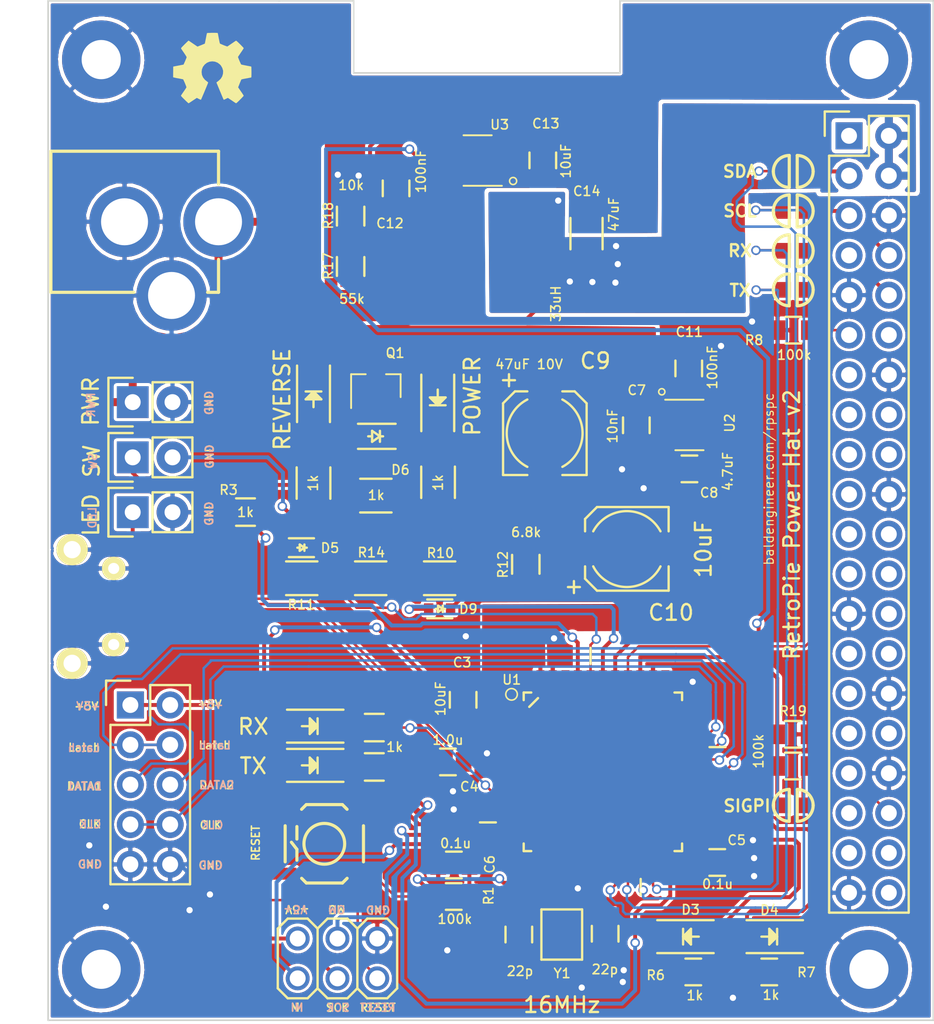
<source format=kicad_pcb>
(kicad_pcb (version 4) (host pcbnew 4.0.5)

  (general
    (links 154)
    (no_connects 0)
    (area 92.03 75.035 153.143811 141.945)
    (thickness 1.6)
    (drawings 56)
    (tracks 705)
    (zones 0)
    (modules 66)
    (nets 53)
  )

  (page A4)
  (layers
    (0 F.Cu signal)
    (31 B.Cu signal)
    (32 B.Adhes user)
    (33 F.Adhes user)
    (34 B.Paste user)
    (35 F.Paste user)
    (36 B.SilkS user)
    (37 F.SilkS user)
    (38 B.Mask user)
    (39 F.Mask user)
    (40 Dwgs.User user)
    (41 Cmts.User user)
    (42 Eco1.User user)
    (43 Eco2.User user)
    (44 Edge.Cuts user)
    (45 Margin user)
    (46 B.CrtYd user)
    (47 F.CrtYd user)
    (48 B.Fab user)
    (49 F.Fab user)
  )

  (setup
    (last_trace_width 0.25)
    (trace_clearance 0.2)
    (zone_clearance 0.254)
    (zone_45_only no)
    (trace_min 0.1524)
    (segment_width 0.1)
    (edge_width 0.1)
    (via_size 0.6)
    (via_drill 0.4)
    (via_min_size 0.1778)
    (via_min_drill 0.3302)
    (uvia_size 0.3)
    (uvia_drill 0.1)
    (uvias_allowed no)
    (uvia_min_size 0.2)
    (uvia_min_drill 0.1)
    (pcb_text_width 0.3)
    (pcb_text_size 1.5 1.5)
    (mod_edge_width 0.15)
    (mod_text_size 1 1)
    (mod_text_width 0.15)
    (pad_size 5 5)
    (pad_drill 2.5)
    (pad_to_mask_clearance 0)
    (aux_axis_origin 0 0)
    (grid_origin 258.8 150.2)
    (visible_elements FFFFFF7F)
    (pcbplotparams
      (layerselection 0x00030_80000001)
      (usegerberextensions false)
      (excludeedgelayer true)
      (linewidth 0.100000)
      (plotframeref false)
      (viasonmask false)
      (mode 1)
      (useauxorigin false)
      (hpglpennumber 1)
      (hpglpenspeed 20)
      (hpglpendiameter 15)
      (hpglpenoverlay 2)
      (psnegative false)
      (psa4output false)
      (plotreference true)
      (plotvalue true)
      (plotinvisibletext false)
      (padsonsilk false)
      (subtractmaskfromsilk false)
      (outputformat 1)
      (mirror false)
      (drillshape 1)
      (scaleselection 1)
      (outputdirectory ""))
  )

  (net 0 "")
  (net 1 GND)
  (net 2 +5V)
  (net 3 "Net-(C4-Pad1)")
  (net 4 "Net-(C7-Pad1)")
  (net 5 +9V)
  (net 6 "Net-(C10-Pad1)")
  (net 7 /ToCoil)
  (net 8 "Net-(C12-Pad2)")
  (net 9 /Pi5v)
  (net 10 /32u4-MISO)
  (net 11 /32u4-SCK)
  (net 12 /32u4-MOSI)
  (net 13 /32u4-Reset)
  (net 14 /Vin-Raw)
  (net 15 "Net-(D1-Pad1)")
  (net 16 "Net-(D2-Pad1)")
  (net 17 "Net-(D3-Pad2)")
  (net 18 "Net-(D3-Pad1)")
  (net 19 "Net-(D4-Pad2)")
  (net 20 "Net-(D4-Pad1)")
  (net 21 /PWR-SIG)
  (net 22 "Net-(D5-Pad1)")
  (net 23 "Net-(D6-Pad2)")
  (net 24 "Net-(D7-Pad2)")
  (net 25 "Net-(D8-Pad1)")
  (net 26 /OFF-PATH)
  (net 27 "Net-(J1-Pad3)")
  (net 28 "Net-(J1-Pad5)")
  (net 29 "Net-(J1-Pad8)")
  (net 30 "Net-(J1-Pad10)")
  (net 31 /sigFromPi)
  (net 32 /sigToPi)
  (net 33 /SNES-LATCH)
  (net 34 /SNES-DATA1)
  (net 35 /SNES-DATA2)
  (net 36 /SNES-CLK)
  (net 37 "Net-(P5-Pad1)")
  (net 38 /32u4-SCL)
  (net 39 /32u4-RXD)
  (net 40 /32u4-SDA)
  (net 41 /32u4-TXD)
  (net 42 /Front-LED)
  (net 43 /32u4-RXLED)
  (net 44 /32u4-TXLED)
  (net 45 /SW-SENSE)
  (net 46 "Net-(R17-Pad2)")
  (net 47 /Load-En)
  (net 48 /D_P)
  (net 49 /D_N)
  (net 50 /XTAL_P)
  (net 51 /XTAL_N)
  (net 52 /sigJPER)

  (net_class Default "This is the default net class."
    (clearance 0.2)
    (trace_width 0.25)
    (via_dia 0.6)
    (via_drill 0.4)
    (uvia_dia 0.3)
    (uvia_drill 0.1)
    (add_net +5V)
    (add_net /32u4-TXLED)
    (add_net /Front-LED)
    (add_net /Load-En)
    (add_net /OFF-PATH)
    (add_net /ToCoil)
    (add_net /sigJPER)
    (add_net "Net-(C10-Pad1)")
    (add_net "Net-(C12-Pad2)")
    (add_net "Net-(C4-Pad1)")
    (add_net "Net-(C7-Pad1)")
    (add_net "Net-(D1-Pad1)")
    (add_net "Net-(D2-Pad1)")
    (add_net "Net-(D3-Pad1)")
    (add_net "Net-(D3-Pad2)")
    (add_net "Net-(D4-Pad1)")
    (add_net "Net-(D4-Pad2)")
    (add_net "Net-(D5-Pad1)")
    (add_net "Net-(D7-Pad2)")
    (add_net "Net-(J1-Pad10)")
    (add_net "Net-(J1-Pad3)")
    (add_net "Net-(J1-Pad5)")
    (add_net "Net-(J1-Pad8)")
    (add_net "Net-(P5-Pad1)")
    (add_net "Net-(R17-Pad2)")
  )

  (net_class "Diff Signal" ""
    (clearance 0.18)
    (trace_width 0.16)
    (via_dia 0.6)
    (via_drill 0.4)
    (uvia_dia 0.3)
    (uvia_drill 0.1)
    (add_net /D_N)
    (add_net /D_P)
    (add_net /XTAL_N)
    (add_net /XTAL_P)
  )

  (net_class "Digital Signal" ""
    (clearance 0.18)
    (trace_width 0.16)
    (via_dia 0.6)
    (via_drill 0.4)
    (uvia_dia 0.3)
    (uvia_drill 0.1)
    (add_net /32u4-MISO)
    (add_net /32u4-MOSI)
    (add_net /32u4-RXD)
    (add_net /32u4-RXLED)
    (add_net /32u4-Reset)
    (add_net /32u4-SCK)
    (add_net /32u4-SCL)
    (add_net /32u4-SDA)
    (add_net /32u4-TXD)
    (add_net /SNES-CLK)
    (add_net /SNES-DATA1)
    (add_net /SNES-DATA2)
    (add_net /SNES-LATCH)
    (add_net /SW-SENSE)
    (add_net /sigFromPi)
    (add_net /sigToPi)
  )

  (net_class Power ""
    (clearance 0.2)
    (trace_width 0.25)
    (via_dia 0.6)
    (via_drill 0.4)
    (uvia_dia 0.3)
    (uvia_drill 0.1)
    (add_net +9V)
    (add_net /PWR-SIG)
    (add_net /Pi5v)
    (add_net /Vin-Raw)
    (add_net GND)
    (add_net "Net-(D6-Pad2)")
    (add_net "Net-(D8-Pad1)")
  )

  (module Pin_Headers:Pin_Header_Straight_2x20 (layer F.Cu) (tedit 594F7381) (tstamp 594C9482)
    (at 146.42 84.51)
    (descr "Through hole pin header")
    (tags "pin header")
    (path /594E5AB3)
    (fp_text reference J1 (at 0 -5.1) (layer F.SilkS) hide
      (effects (font (size 1 1) (thickness 0.15)))
    )
    (fp_text value Raspberry_Pi_2_3 (at 0 -3.1) (layer F.Fab) hide
      (effects (font (size 1 1) (thickness 0.15)))
    )
    (fp_line (start -1.75 -1.75) (end -1.75 50.05) (layer F.CrtYd) (width 0.05))
    (fp_line (start 4.3 -1.75) (end 4.3 50.05) (layer F.CrtYd) (width 0.05))
    (fp_line (start -1.75 -1.75) (end 4.3 -1.75) (layer F.CrtYd) (width 0.05))
    (fp_line (start -1.75 50.05) (end 4.3 50.05) (layer F.CrtYd) (width 0.05))
    (fp_line (start 3.81 49.53) (end 3.81 -1.27) (layer F.SilkS) (width 0.15))
    (fp_line (start -1.27 1.27) (end -1.27 49.53) (layer F.SilkS) (width 0.15))
    (fp_line (start 3.81 49.53) (end -1.27 49.53) (layer F.SilkS) (width 0.15))
    (fp_line (start 3.81 -1.27) (end 1.27 -1.27) (layer F.SilkS) (width 0.15))
    (fp_line (start 0 -1.55) (end -1.55 -1.55) (layer F.SilkS) (width 0.15))
    (fp_line (start 1.27 -1.27) (end 1.27 1.27) (layer F.SilkS) (width 0.15))
    (fp_line (start 1.27 1.27) (end -1.27 1.27) (layer F.SilkS) (width 0.15))
    (fp_line (start -1.55 -1.55) (end -1.55 0) (layer F.SilkS) (width 0.15))
    (pad 1 thru_hole rect (at 0 0) (size 1.7272 1.7272) (drill 1.016) (layers *.Cu *.Mask))
    (pad 2 thru_hole oval (at 2.54 0) (size 1.7272 1.7272) (drill 1.016) (layers *.Cu *.Mask)
      (net 9 /Pi5v))
    (pad 3 thru_hole oval (at 0 2.54) (size 1.7272 1.7272) (drill 1.016) (layers *.Cu *.Mask)
      (net 27 "Net-(J1-Pad3)"))
    (pad 4 thru_hole oval (at 2.54 2.54) (size 1.7272 1.7272) (drill 1.016) (layers *.Cu *.Mask)
      (net 9 /Pi5v))
    (pad 5 thru_hole oval (at 0 5.08) (size 1.7272 1.7272) (drill 1.016) (layers *.Cu *.Mask)
      (net 28 "Net-(J1-Pad5)"))
    (pad 6 thru_hole oval (at 2.54 5.08) (size 1.7272 1.7272) (drill 1.016) (layers *.Cu *.Mask)
      (net 1 GND))
    (pad 7 thru_hole oval (at 0 7.62) (size 1.7272 1.7272) (drill 1.016) (layers *.Cu *.Mask))
    (pad 8 thru_hole oval (at 2.54 7.62) (size 1.7272 1.7272) (drill 1.016) (layers *.Cu *.Mask)
      (net 29 "Net-(J1-Pad8)"))
    (pad 9 thru_hole oval (at 0 10.16) (size 1.7272 1.7272) (drill 1.016) (layers *.Cu *.Mask)
      (net 1 GND))
    (pad 10 thru_hole oval (at 2.54 10.16) (size 1.7272 1.7272) (drill 1.016) (layers *.Cu *.Mask)
      (net 30 "Net-(J1-Pad10)"))
    (pad 11 thru_hole oval (at 0 12.7) (size 1.7272 1.7272) (drill 1.016) (layers *.Cu *.Mask)
      (net 31 /sigFromPi))
    (pad 12 thru_hole oval (at 2.54 12.7) (size 1.7272 1.7272) (drill 1.016) (layers *.Cu *.Mask))
    (pad 13 thru_hole oval (at 0 15.24) (size 1.7272 1.7272) (drill 1.016) (layers *.Cu *.Mask))
    (pad 14 thru_hole oval (at 2.54 15.24) (size 1.7272 1.7272) (drill 1.016) (layers *.Cu *.Mask)
      (net 1 GND))
    (pad 15 thru_hole oval (at 0 17.78) (size 1.7272 1.7272) (drill 1.016) (layers *.Cu *.Mask))
    (pad 16 thru_hole oval (at 2.54 17.78) (size 1.7272 1.7272) (drill 1.016) (layers *.Cu *.Mask))
    (pad 17 thru_hole oval (at 0 20.32) (size 1.7272 1.7272) (drill 1.016) (layers *.Cu *.Mask))
    (pad 18 thru_hole oval (at 2.54 20.32) (size 1.7272 1.7272) (drill 1.016) (layers *.Cu *.Mask))
    (pad 19 thru_hole oval (at 0 22.86) (size 1.7272 1.7272) (drill 1.016) (layers *.Cu *.Mask))
    (pad 20 thru_hole oval (at 2.54 22.86) (size 1.7272 1.7272) (drill 1.016) (layers *.Cu *.Mask)
      (net 1 GND))
    (pad 21 thru_hole oval (at 0 25.4) (size 1.7272 1.7272) (drill 1.016) (layers *.Cu *.Mask))
    (pad 22 thru_hole oval (at 2.54 25.4) (size 1.7272 1.7272) (drill 1.016) (layers *.Cu *.Mask))
    (pad 23 thru_hole oval (at 0 27.94) (size 1.7272 1.7272) (drill 1.016) (layers *.Cu *.Mask))
    (pad 24 thru_hole oval (at 2.54 27.94) (size 1.7272 1.7272) (drill 1.016) (layers *.Cu *.Mask))
    (pad 25 thru_hole oval (at 0 30.48) (size 1.7272 1.7272) (drill 1.016) (layers *.Cu *.Mask)
      (net 1 GND))
    (pad 26 thru_hole oval (at 2.54 30.48) (size 1.7272 1.7272) (drill 1.016) (layers *.Cu *.Mask))
    (pad 27 thru_hole oval (at 0 33.02) (size 1.7272 1.7272) (drill 1.016) (layers *.Cu *.Mask))
    (pad 28 thru_hole oval (at 2.54 33.02) (size 1.7272 1.7272) (drill 1.016) (layers *.Cu *.Mask))
    (pad 29 thru_hole oval (at 0 35.56) (size 1.7272 1.7272) (drill 1.016) (layers *.Cu *.Mask))
    (pad 30 thru_hole oval (at 2.54 35.56) (size 1.7272 1.7272) (drill 1.016) (layers *.Cu *.Mask)
      (net 1 GND))
    (pad 31 thru_hole oval (at 0 38.1) (size 1.7272 1.7272) (drill 1.016) (layers *.Cu *.Mask))
    (pad 32 thru_hole oval (at 2.54 38.1) (size 1.7272 1.7272) (drill 1.016) (layers *.Cu *.Mask))
    (pad 33 thru_hole oval (at 0 40.64) (size 1.7272 1.7272) (drill 1.016) (layers *.Cu *.Mask))
    (pad 34 thru_hole oval (at 2.54 40.64) (size 1.7272 1.7272) (drill 1.016) (layers *.Cu *.Mask)
      (net 1 GND))
    (pad 35 thru_hole oval (at 0 43.18) (size 1.7272 1.7272) (drill 1.016) (layers *.Cu *.Mask))
    (pad 36 thru_hole oval (at 2.54 43.18) (size 1.7272 1.7272) (drill 1.016) (layers *.Cu *.Mask)
      (net 32 /sigToPi))
    (pad 37 thru_hole oval (at 0 45.72) (size 1.7272 1.7272) (drill 1.016) (layers *.Cu *.Mask))
    (pad 38 thru_hole oval (at 2.54 45.72) (size 1.7272 1.7272) (drill 1.016) (layers *.Cu *.Mask))
    (pad 39 thru_hole oval (at 0 48.26) (size 1.7272 1.7272) (drill 1.016) (layers *.Cu *.Mask)
      (net 1 GND))
    (pad 40 thru_hole oval (at 2.54 48.26) (size 1.7272 1.7272) (drill 1.016) (layers *.Cu *.Mask))
    (model Pin_Headers.3dshapes/Pin_Header_Straight_2x20.wrl
      (at (xyz 0.05 -0.95 0))
      (scale (xyz 1 1 1))
      (rotate (xyz 0 0 90))
    )
  )

  (module Mounting_Holes:MountingHole_2.5mm_Pad (layer F.Cu) (tedit 594F74B6) (tstamp 594DAA59)
    (at 147.69 79.51)
    (descr "Mounting Hole 2.5mm")
    (tags "mounting hole 2.5mm")
    (path /594DAF63)
    (fp_text reference J6 (at 0 -3.5) (layer F.SilkS) hide
      (effects (font (size 1 1) (thickness 0.15)))
    )
    (fp_text value CONN_01X01 (at 0 3.5) (layer F.Fab) hide
      (effects (font (size 1 1) (thickness 0.15)))
    )
    (fp_circle (center 0 0) (end 2.5 0) (layer Cmts.User) (width 0.15))
    (fp_circle (center 0 0) (end 2.75 0) (layer F.CrtYd) (width 0.05))
    (pad 1 thru_hole circle (at 0 0.14) (size 5 5) (drill 2.5) (layers *.Cu *.Mask)
      (net 1 GND))
  )

  (module Resistors_SMD:R_0805 (layer F.Cu) (tedit 594F1538) (tstamp 5953CD94)
    (at 116.12 124.75)
    (descr "Resistor SMD 0805, reflow soldering, Vishay (see dcrcw.pdf)")
    (tags "resistor 0805")
    (path /58AAD9E3)
    (attr smd)
    (fp_text reference R5 (at 3.2 -0.5) (layer F.SilkS) hide
      (effects (font (size 1 1) (thickness 0.15)))
    )
    (fp_text value 1k (at 1.9 3.63) (layer F.Fab) hide
      (effects (font (size 1 1) (thickness 0.15)))
    )
    (fp_line (start -1 0.625) (end -1 -0.625) (layer F.Fab) (width 0.1))
    (fp_line (start 1 0.625) (end -1 0.625) (layer F.Fab) (width 0.1))
    (fp_line (start 1 -0.625) (end 1 0.625) (layer F.Fab) (width 0.1))
    (fp_line (start -1 -0.625) (end 1 -0.625) (layer F.Fab) (width 0.1))
    (fp_line (start -1.6 -1) (end 1.6 -1) (layer F.CrtYd) (width 0.05))
    (fp_line (start -1.6 1) (end 1.6 1) (layer F.CrtYd) (width 0.05))
    (fp_line (start -1.6 -1) (end -1.6 1) (layer F.CrtYd) (width 0.05))
    (fp_line (start 1.6 -1) (end 1.6 1) (layer F.CrtYd) (width 0.05))
    (fp_line (start 0.6 0.875) (end -0.6 0.875) (layer F.SilkS) (width 0.15))
    (fp_line (start -0.6 -0.875) (end 0.6 -0.875) (layer F.SilkS) (width 0.15))
    (pad 1 smd rect (at -0.95 0) (size 0.7 1.3) (layers F.Cu F.Paste F.Mask)
      (net 16 "Net-(D2-Pad1)"))
    (pad 2 smd rect (at 0.95 0) (size 0.7 1.3) (layers F.Cu F.Paste F.Mask)
      (net 44 /32u4-TXLED))
    (model Resistors_SMD.3dshapes/R_0805.wrl
      (at (xyz 0 0 0))
      (scale (xyz 1 1 1))
      (rotate (xyz 0 0 0))
    )
  )

  (module Resistors_SMD:R_0805 (layer F.Cu) (tedit 594F617B) (tstamp 5953CD85)
    (at 116.12 122.24 180)
    (descr "Resistor SMD 0805, reflow soldering, Vishay (see dcrcw.pdf)")
    (tags "resistor 0805")
    (path /58AAD926)
    (attr smd)
    (fp_text reference R4 (at -3.275 -0.825 180) (layer F.SilkS) hide
      (effects (font (size 1 1) (thickness 0.15)))
    )
    (fp_text value 1k (at -1.3 -1.24 180) (layer F.SilkS)
      (effects (font (size 0.6 0.6) (thickness 0.1)))
    )
    (fp_line (start -1 0.625) (end -1 -0.625) (layer F.Fab) (width 0.1))
    (fp_line (start 1 0.625) (end -1 0.625) (layer F.Fab) (width 0.1))
    (fp_line (start 1 -0.625) (end 1 0.625) (layer F.Fab) (width 0.1))
    (fp_line (start -1 -0.625) (end 1 -0.625) (layer F.Fab) (width 0.1))
    (fp_line (start -1.6 -1) (end 1.6 -1) (layer F.CrtYd) (width 0.05))
    (fp_line (start -1.6 1) (end 1.6 1) (layer F.CrtYd) (width 0.05))
    (fp_line (start -1.6 -1) (end -1.6 1) (layer F.CrtYd) (width 0.05))
    (fp_line (start 1.6 -1) (end 1.6 1) (layer F.CrtYd) (width 0.05))
    (fp_line (start 0.6 0.875) (end -0.6 0.875) (layer F.SilkS) (width 0.15))
    (fp_line (start -0.6 -0.875) (end 0.6 -0.875) (layer F.SilkS) (width 0.15))
    (pad 1 smd rect (at -0.95 0 180) (size 0.7 1.3) (layers F.Cu F.Paste F.Mask)
      (net 43 /32u4-RXLED))
    (pad 2 smd rect (at 0.95 0 180) (size 0.7 1.3) (layers F.Cu F.Paste F.Mask)
      (net 15 "Net-(D1-Pad1)"))
    (model Resistors_SMD.3dshapes/R_0805.wrl
      (at (xyz 0 0 0))
      (scale (xyz 1 1 1))
      (rotate (xyz 0 0 0))
    )
  )

  (module Resistors_SMD:R_0805 (layer F.Cu) (tedit 594F5EF5) (tstamp 5953C77A)
    (at 107.9 108.5)
    (descr "Resistor SMD 0805, reflow soldering, Vishay (see dcrcw.pdf)")
    (tags "resistor 0805")
    (path /58B369DB)
    (attr smd)
    (fp_text reference R3 (at -1.08 -1.41) (layer F.SilkS)
      (effects (font (size 0.6 0.6) (thickness 0.1)))
    )
    (fp_text value 1k (at 0 0.01) (layer F.SilkS)
      (effects (font (size 0.6 0.6) (thickness 0.1)))
    )
    (fp_line (start -1 0.625) (end -1 -0.625) (layer F.Fab) (width 0.1))
    (fp_line (start 1 0.625) (end -1 0.625) (layer F.Fab) (width 0.1))
    (fp_line (start 1 -0.625) (end 1 0.625) (layer F.Fab) (width 0.1))
    (fp_line (start -1 -0.625) (end 1 -0.625) (layer F.Fab) (width 0.1))
    (fp_line (start -1.6 -1) (end 1.6 -1) (layer F.CrtYd) (width 0.05))
    (fp_line (start -1.6 1) (end 1.6 1) (layer F.CrtYd) (width 0.05))
    (fp_line (start -1.6 -1) (end -1.6 1) (layer F.CrtYd) (width 0.05))
    (fp_line (start 1.6 -1) (end 1.6 1) (layer F.CrtYd) (width 0.05))
    (fp_line (start 0.6 0.875) (end -0.6 0.875) (layer F.SilkS) (width 0.15))
    (fp_line (start -0.6 -0.875) (end 0.6 -0.875) (layer F.SilkS) (width 0.15))
    (pad 1 smd rect (at -0.95 0) (size 0.7 1.3) (layers F.Cu F.Paste F.Mask)
      (net 37 "Net-(P5-Pad1)"))
    (pad 2 smd rect (at 0.95 0) (size 0.7 1.3) (layers F.Cu F.Paste F.Mask)
      (net 42 /Front-LED))
    (model Resistors_SMD.3dshapes/R_0805.wrl
      (at (xyz 0 0 0))
      (scale (xyz 1 1 1))
      (rotate (xyz 0 0 0))
    )
  )

  (module Pin_Headers:Pin_Header_Straight_1x02 (layer F.Cu) (tedit 594F5C61) (tstamp 5953BE9E)
    (at 100.7 101.49 90)
    (descr "Through hole pin header")
    (tags "pin header")
    (path /594EE24D)
    (fp_text reference P7 (at 0 -5.1 90) (layer F.SilkS) hide
      (effects (font (size 1 1) (thickness 0.15)))
    )
    (fp_text value PWR (at 0.05 -2.68 90) (layer F.SilkS)
      (effects (font (size 1 1) (thickness 0.15)))
    )
    (fp_line (start 1.27 1.27) (end 1.27 3.81) (layer F.SilkS) (width 0.15))
    (fp_line (start 1.55 -1.55) (end 1.55 0) (layer F.SilkS) (width 0.15))
    (fp_line (start -1.75 -1.75) (end -1.75 4.3) (layer F.CrtYd) (width 0.05))
    (fp_line (start 1.75 -1.75) (end 1.75 4.3) (layer F.CrtYd) (width 0.05))
    (fp_line (start -1.75 -1.75) (end 1.75 -1.75) (layer F.CrtYd) (width 0.05))
    (fp_line (start -1.75 4.3) (end 1.75 4.3) (layer F.CrtYd) (width 0.05))
    (fp_line (start 1.27 1.27) (end -1.27 1.27) (layer F.SilkS) (width 0.15))
    (fp_line (start -1.55 0) (end -1.55 -1.55) (layer F.SilkS) (width 0.15))
    (fp_line (start -1.55 -1.55) (end 1.55 -1.55) (layer F.SilkS) (width 0.15))
    (fp_line (start -1.27 1.27) (end -1.27 3.81) (layer F.SilkS) (width 0.15))
    (fp_line (start -1.27 3.81) (end 1.27 3.81) (layer F.SilkS) (width 0.15))
    (pad 1 thru_hole rect (at 0 0 90) (size 2.032 2.032) (drill 1.016) (layers *.Cu *.Mask)
      (net 14 /Vin-Raw))
    (pad 2 thru_hole oval (at 0 2.54 90) (size 2.032 2.032) (drill 1.016) (layers *.Cu *.Mask)
      (net 1 GND))
    (model Pin_Headers.3dshapes/Pin_Header_Straight_1x02.wrl
      (at (xyz 0 -0.05 0))
      (scale (xyz 1 1 1))
      (rotate (xyz 0 0 90))
    )
  )

  (module jumper:SOLDER-JUMPER_1-WAY (layer F.Cu) (tedit 594F451F) (tstamp 5953BE9D)
    (at 142.86 94.33)
    (path /594F2FFE)
    (fp_text reference J9 (at -2.145 -0.015) (layer F.SilkS) hide
      (effects (font (size 0.762 0.762) (thickness 0.1524)))
    )
    (fp_text value TX (at -3.4 0.04) (layer F.SilkS)
      (effects (font (size 0.762 0.762) (thickness 0.1524)))
    )
    (fp_line (start 0.254 1.016) (end 0.254 -1.016) (layer F.SilkS) (width 0.2032))
    (fp_line (start -0.254 -1.016) (end -0.254 1.016) (layer F.SilkS) (width 0.2032))
    (fp_arc (start 0.254 0) (end 1.27 0) (angle 90) (layer F.SilkS) (width 0.2032))
    (fp_arc (start 0.254 0) (end 0.254 -1.016) (angle 90) (layer F.SilkS) (width 0.2032))
    (fp_arc (start -0.254 0) (end -1.27 0) (angle 90) (layer F.SilkS) (width 0.2032))
    (fp_arc (start -0.254 0) (end -0.254 1.016) (angle 90) (layer F.SilkS) (width 0.2032))
    (pad 1 smd rect (at -0.65 0) (size 1 1) (layers F.Cu F.Paste F.Mask)
      (net 41 /32u4-TXD))
    (pad 2 smd rect (at 0.65 0) (size 1 1) (layers F.Cu F.Paste F.Mask)
      (net 30 "Net-(J1-Pad10)"))
  )

  (module jumper:SOLDER-JUMPER_1-WAY (layer F.Cu) (tedit 594F4513) (tstamp 5953BE91)
    (at 142.86 91.84)
    (path /594F2F0D)
    (fp_text reference J8 (at -2.1 0.05) (layer F.SilkS) hide
      (effects (font (size 0.762 0.762) (thickness 0.1524)))
    )
    (fp_text value RX (at -3.4 0) (layer F.SilkS)
      (effects (font (size 0.762 0.762) (thickness 0.1524)))
    )
    (fp_line (start 0.254 1.016) (end 0.254 -1.016) (layer F.SilkS) (width 0.2032))
    (fp_line (start -0.254 -1.016) (end -0.254 1.016) (layer F.SilkS) (width 0.2032))
    (fp_arc (start 0.254 0) (end 1.27 0) (angle 90) (layer F.SilkS) (width 0.2032))
    (fp_arc (start 0.254 0) (end 0.254 -1.016) (angle 90) (layer F.SilkS) (width 0.2032))
    (fp_arc (start -0.254 0) (end -1.27 0) (angle 90) (layer F.SilkS) (width 0.2032))
    (fp_arc (start -0.254 0) (end -0.254 1.016) (angle 90) (layer F.SilkS) (width 0.2032))
    (pad 1 smd rect (at -0.65 0) (size 1 1) (layers F.Cu F.Paste F.Mask)
      (net 39 /32u4-RXD))
    (pad 2 smd rect (at 0.65 0) (size 1 1) (layers F.Cu F.Paste F.Mask)
      (net 29 "Net-(J1-Pad8)"))
  )

  (module jumper:SOLDER-JUMPER_1-WAY (layer F.Cu) (tedit 594F4527) (tstamp 5953BE85)
    (at 142.86 89.3)
    (path /594F1FAF)
    (fp_text reference J7 (at -2.125 0.025) (layer F.SilkS) hide
      (effects (font (size 0.762 0.762) (thickness 0.1524)))
    )
    (fp_text value SCL (at -3.4 0) (layer F.SilkS)
      (effects (font (size 0.762 0.762) (thickness 0.1524)))
    )
    (fp_line (start 0.254 1.016) (end 0.254 -1.016) (layer F.SilkS) (width 0.2032))
    (fp_line (start -0.254 -1.016) (end -0.254 1.016) (layer F.SilkS) (width 0.2032))
    (fp_arc (start 0.254 0) (end 1.27 0) (angle 90) (layer F.SilkS) (width 0.2032))
    (fp_arc (start 0.254 0) (end 0.254 -1.016) (angle 90) (layer F.SilkS) (width 0.2032))
    (fp_arc (start -0.254 0) (end -1.27 0) (angle 90) (layer F.SilkS) (width 0.2032))
    (fp_arc (start -0.254 0) (end -0.254 1.016) (angle 90) (layer F.SilkS) (width 0.2032))
    (pad 1 smd rect (at -0.65 0) (size 1 1) (layers F.Cu F.Paste F.Mask)
      (net 38 /32u4-SCL))
    (pad 2 smd rect (at 0.65 0) (size 1 1) (layers F.Cu F.Paste F.Mask)
      (net 28 "Net-(J1-Pad5)"))
  )

  (module jumper:SOLDER-JUMPER_1-WAY (layer F.Cu) (tedit 594F452B) (tstamp 5953BE6F)
    (at 142.86 86.78)
    (path /594F04F7)
    (fp_text reference J2 (at -2.05 0) (layer F.SilkS) hide
      (effects (font (size 0.762 0.762) (thickness 0.1524)))
    )
    (fp_text value SDA (at -3.4 0) (layer F.SilkS)
      (effects (font (size 0.762 0.762) (thickness 0.1524)))
    )
    (fp_line (start 0.254 1.016) (end 0.254 -1.016) (layer F.SilkS) (width 0.2032))
    (fp_line (start -0.254 -1.016) (end -0.254 1.016) (layer F.SilkS) (width 0.2032))
    (fp_arc (start 0.254 0) (end 1.27 0) (angle 90) (layer F.SilkS) (width 0.2032))
    (fp_arc (start 0.254 0) (end 0.254 -1.016) (angle 90) (layer F.SilkS) (width 0.2032))
    (fp_arc (start -0.254 0) (end -1.27 0) (angle 90) (layer F.SilkS) (width 0.2032))
    (fp_arc (start -0.254 0) (end -0.254 1.016) (angle 90) (layer F.SilkS) (width 0.2032))
    (pad 1 smd rect (at -0.65 0) (size 1 1) (layers F.Cu F.Paste F.Mask)
      (net 40 /32u4-SDA))
    (pad 2 smd rect (at 0.65 0) (size 1 1) (layers F.Cu F.Paste F.Mask)
      (net 27 "Net-(J1-Pad3)"))
  )

  (module Capacitors_SMD:C_0805 (layer F.Cu) (tedit 594F6234) (tstamp 5953A25E)
    (at 142.84 124.69 180)
    (descr "Capacitor SMD 0805, reflow soldering, AVX (see smccp.pdf)")
    (tags "capacitor 0805")
    (path /594EB177)
    (attr smd)
    (fp_text reference R19 (at -0.01 3.5 180) (layer F.SilkS)
      (effects (font (size 0.6 0.6) (thickness 0.1)))
    )
    (fp_text value 100k (at 2.19 0.94 270) (layer F.SilkS)
      (effects (font (size 0.6 0.6) (thickness 0.1)))
    )
    (fp_line (start -1 0.625) (end -1 -0.625) (layer F.Fab) (width 0.15))
    (fp_line (start 1 0.625) (end -1 0.625) (layer F.Fab) (width 0.15))
    (fp_line (start 1 -0.625) (end 1 0.625) (layer F.Fab) (width 0.15))
    (fp_line (start -1 -0.625) (end 1 -0.625) (layer F.Fab) (width 0.15))
    (fp_line (start -1.8 -1) (end 1.8 -1) (layer F.CrtYd) (width 0.05))
    (fp_line (start -1.8 1) (end 1.8 1) (layer F.CrtYd) (width 0.05))
    (fp_line (start -1.8 -1) (end -1.8 1) (layer F.CrtYd) (width 0.05))
    (fp_line (start 1.8 -1) (end 1.8 1) (layer F.CrtYd) (width 0.05))
    (fp_line (start 0.5 -0.85) (end -0.5 -0.85) (layer F.SilkS) (width 0.15))
    (fp_line (start -0.5 0.85) (end 0.5 0.85) (layer F.SilkS) (width 0.15))
    (pad 1 smd rect (at -1 0 180) (size 1 1.25) (layers F.Cu F.Paste F.Mask)
      (net 32 /sigToPi))
    (pad 2 smd rect (at 1 0 180) (size 1 1.25) (layers F.Cu F.Paste F.Mask)
      (net 52 /sigJPER))
    (model Capacitors_SMD.3dshapes/C_0805.wrl
      (at (xyz 0 0 0))
      (scale (xyz 1 1 1))
      (rotate (xyz 0 0 0))
    )
  )

  (module Resistors_SMD:R_0805 (layer F.Cu) (tedit 594F5F73) (tstamp 5953A240)
    (at 114.61 89.63 90)
    (descr "Resistor SMD 0805, reflow soldering, Vishay (see dcrcw.pdf)")
    (tags "resistor 0805")
    (path /594DE6F2)
    (attr smd)
    (fp_text reference R18 (at 0.03 -1.43 90) (layer F.SilkS)
      (effects (font (size 0.6 0.6) (thickness 0.1)))
    )
    (fp_text value 10k (at 1.97 0.03 180) (layer F.SilkS)
      (effects (font (size 0.6 0.6) (thickness 0.1)))
    )
    (fp_line (start -1 0.625) (end -1 -0.625) (layer F.Fab) (width 0.1))
    (fp_line (start 1 0.625) (end -1 0.625) (layer F.Fab) (width 0.1))
    (fp_line (start 1 -0.625) (end 1 0.625) (layer F.Fab) (width 0.1))
    (fp_line (start -1 -0.625) (end 1 -0.625) (layer F.Fab) (width 0.1))
    (fp_line (start -1.6 -1) (end 1.6 -1) (layer F.CrtYd) (width 0.05))
    (fp_line (start -1.6 1) (end 1.6 1) (layer F.CrtYd) (width 0.05))
    (fp_line (start -1.6 -1) (end -1.6 1) (layer F.CrtYd) (width 0.05))
    (fp_line (start 1.6 -1) (end 1.6 1) (layer F.CrtYd) (width 0.05))
    (fp_line (start 0.6 0.875) (end -0.6 0.875) (layer F.SilkS) (width 0.15))
    (fp_line (start -0.6 -0.875) (end 0.6 -0.875) (layer F.SilkS) (width 0.15))
    (pad 1 smd rect (at -0.95 0 90) (size 0.7 1.3) (layers F.Cu F.Paste F.Mask)
      (net 46 "Net-(R17-Pad2)"))
    (pad 2 smd rect (at 0.95 0 90) (size 0.7 1.3) (layers F.Cu F.Paste F.Mask)
      (net 1 GND))
    (model Resistors_SMD.3dshapes/R_0805.wrl
      (at (xyz 0 0 0))
      (scale (xyz 1 1 1))
      (rotate (xyz 0 0 0))
    )
  )

  (module Resistors_SMD:R_0805 (layer F.Cu) (tedit 594F5F2B) (tstamp 5953A231)
    (at 114.61 92.84 90)
    (descr "Resistor SMD 0805, reflow soldering, Vishay (see dcrcw.pdf)")
    (tags "resistor 0805")
    (path /594DE6F4)
    (attr smd)
    (fp_text reference R17 (at 0.03 -1.43 90) (layer F.SilkS)
      (effects (font (size 0.6 0.6) (thickness 0.1)))
    )
    (fp_text value 55k (at -2.07 0.08 180) (layer F.SilkS)
      (effects (font (size 0.6 0.6) (thickness 0.1)))
    )
    (fp_line (start -1 0.625) (end -1 -0.625) (layer F.Fab) (width 0.1))
    (fp_line (start 1 0.625) (end -1 0.625) (layer F.Fab) (width 0.1))
    (fp_line (start 1 -0.625) (end 1 0.625) (layer F.Fab) (width 0.1))
    (fp_line (start -1 -0.625) (end 1 -0.625) (layer F.Fab) (width 0.1))
    (fp_line (start -1.6 -1) (end 1.6 -1) (layer F.CrtYd) (width 0.05))
    (fp_line (start -1.6 1) (end 1.6 1) (layer F.CrtYd) (width 0.05))
    (fp_line (start -1.6 -1) (end -1.6 1) (layer F.CrtYd) (width 0.05))
    (fp_line (start 1.6 -1) (end 1.6 1) (layer F.CrtYd) (width 0.05))
    (fp_line (start 0.6 0.875) (end -0.6 0.875) (layer F.SilkS) (width 0.15))
    (fp_line (start -0.6 -0.875) (end 0.6 -0.875) (layer F.SilkS) (width 0.15))
    (pad 1 smd rect (at -0.95 0 90) (size 0.7 1.3) (layers F.Cu F.Paste F.Mask)
      (net 9 /Pi5v))
    (pad 2 smd rect (at 0.95 0 90) (size 0.7 1.3) (layers F.Cu F.Paste F.Mask)
      (net 46 "Net-(R17-Pad2)"))
    (model Resistors_SMD.3dshapes/R_0805.wrl
      (at (xyz 0 0 0))
      (scale (xyz 1 1 1))
      (rotate (xyz 0 0 0))
    )
  )

  (module Resistors_SMD:R_0805 (layer F.Cu) (tedit 594F61AB) (tstamp 5953A222)
    (at 125.79 111.83 90)
    (descr "Resistor SMD 0805, reflow soldering, Vishay (see dcrcw.pdf)")
    (tags "resistor 0805")
    (path /594D3312)
    (attr smd)
    (fp_text reference R12 (at -0.02 -1.46 90) (layer F.SilkS)
      (effects (font (size 0.6 0.6) (thickness 0.1)))
    )
    (fp_text value 6.8k (at 2.04 0.02 180) (layer F.SilkS)
      (effects (font (size 0.6 0.6) (thickness 0.1)))
    )
    (fp_line (start -1 0.625) (end -1 -0.625) (layer F.Fab) (width 0.1))
    (fp_line (start 1 0.625) (end -1 0.625) (layer F.Fab) (width 0.1))
    (fp_line (start 1 -0.625) (end 1 0.625) (layer F.Fab) (width 0.1))
    (fp_line (start -1 -0.625) (end 1 -0.625) (layer F.Fab) (width 0.1))
    (fp_line (start -1.6 -1) (end 1.6 -1) (layer F.CrtYd) (width 0.05))
    (fp_line (start -1.6 1) (end 1.6 1) (layer F.CrtYd) (width 0.05))
    (fp_line (start -1.6 -1) (end -1.6 1) (layer F.CrtYd) (width 0.05))
    (fp_line (start 1.6 -1) (end 1.6 1) (layer F.CrtYd) (width 0.05))
    (fp_line (start 0.6 0.875) (end -0.6 0.875) (layer F.SilkS) (width 0.15))
    (fp_line (start -0.6 -0.875) (end 0.6 -0.875) (layer F.SilkS) (width 0.15))
    (pad 1 smd rect (at -0.95 0 90) (size 0.7 1.3) (layers F.Cu F.Paste F.Mask)
      (net 1 GND))
    (pad 2 smd rect (at 0.95 0 90) (size 0.7 1.3) (layers F.Cu F.Paste F.Mask)
      (net 6 "Net-(C10-Pad1)"))
    (model Resistors_SMD.3dshapes/R_0805.wrl
      (at (xyz 0 0 0))
      (scale (xyz 1 1 1))
      (rotate (xyz 0 0 0))
    )
  )

  (module jumper:SOLDER-JUMPER_1-WAY (layer F.Cu) (tedit 594EF56F) (tstamp 5953A221)
    (at 142.86 127.2)
    (path /594EB8C4)
    (fp_text reference JP1 (at -2.4 0.025) (layer F.SilkS) hide
      (effects (font (size 0.762 0.762) (thickness 0.1524)))
    )
    (fp_text value SIGPI (at -2.95 0.035) (layer F.SilkS)
      (effects (font (size 0.762 0.762) (thickness 0.1524)))
    )
    (fp_line (start 0.254 1.016) (end 0.254 -1.016) (layer F.SilkS) (width 0.2032))
    (fp_line (start -0.254 -1.016) (end -0.254 1.016) (layer F.SilkS) (width 0.2032))
    (fp_arc (start 0.254 0) (end 1.27 0) (angle 90) (layer F.SilkS) (width 0.2032))
    (fp_arc (start 0.254 0) (end 0.254 -1.016) (angle 90) (layer F.SilkS) (width 0.2032))
    (fp_arc (start -0.254 0) (end -1.27 0) (angle 90) (layer F.SilkS) (width 0.2032))
    (fp_arc (start -0.254 0) (end -0.254 1.016) (angle 90) (layer F.SilkS) (width 0.2032))
    (pad 1 smd rect (at -0.65 0) (size 1 1) (layers F.Cu F.Paste F.Mask)
      (net 52 /sigJPER))
    (pad 2 smd rect (at 0.65 0) (size 1 1) (layers F.Cu F.Paste F.Mask)
      (net 32 /sigToPi))
  )

  (module Capacitors_SMD:C_0805 (layer F.Cu) (tedit 594F5FAE) (tstamp 5953A207)
    (at 126.875 86.075 270)
    (descr "Capacitor SMD 0805, reflow soldering, AVX (see smccp.pdf)")
    (tags "capacitor 0805")
    (path /594DE6F5)
    (attr smd)
    (fp_text reference C13 (at -2.345 -0.195 360) (layer F.SilkS)
      (effects (font (size 0.6 0.6) (thickness 0.1)))
    )
    (fp_text value 10uF (at 0.045 -1.475 270) (layer F.SilkS)
      (effects (font (size 0.6 0.6) (thickness 0.1)))
    )
    (fp_line (start -1 0.625) (end -1 -0.625) (layer F.Fab) (width 0.15))
    (fp_line (start 1 0.625) (end -1 0.625) (layer F.Fab) (width 0.15))
    (fp_line (start 1 -0.625) (end 1 0.625) (layer F.Fab) (width 0.15))
    (fp_line (start -1 -0.625) (end 1 -0.625) (layer F.Fab) (width 0.15))
    (fp_line (start -1.8 -1) (end 1.8 -1) (layer F.CrtYd) (width 0.05))
    (fp_line (start -1.8 1) (end 1.8 1) (layer F.CrtYd) (width 0.05))
    (fp_line (start -1.8 -1) (end -1.8 1) (layer F.CrtYd) (width 0.05))
    (fp_line (start 1.8 -1) (end 1.8 1) (layer F.CrtYd) (width 0.05))
    (fp_line (start 0.5 -0.85) (end -0.5 -0.85) (layer F.SilkS) (width 0.15))
    (fp_line (start -0.5 0.85) (end 0.5 0.85) (layer F.SilkS) (width 0.15))
    (pad 1 smd rect (at -1 0 270) (size 1 1.25) (layers F.Cu F.Paste F.Mask)
      (net 5 +9V))
    (pad 2 smd rect (at 1 0 270) (size 1 1.25) (layers F.Cu F.Paste F.Mask)
      (net 1 GND))
    (model Capacitors_SMD.3dshapes/C_0805.wrl
      (at (xyz 0 0 0))
      (scale (xyz 1 1 1))
      (rotate (xyz 0 0 0))
    )
  )

  (module Capacitors_SMD:C_0805 (layer F.Cu) (tedit 594F6293) (tstamp 5953A1F8)
    (at 136.19 99.34 90)
    (descr "Capacitor SMD 0805, reflow soldering, AVX (see smccp.pdf)")
    (tags "capacitor 0805")
    (path /594D331B)
    (attr smd)
    (fp_text reference C11 (at 2.32 0.04 180) (layer F.SilkS)
      (effects (font (size 0.6 0.6) (thickness 0.1)))
    )
    (fp_text value 100nF (at 0.06 1.51 90) (layer F.SilkS)
      (effects (font (size 0.6 0.6) (thickness 0.1)))
    )
    (fp_line (start -1 0.625) (end -1 -0.625) (layer F.Fab) (width 0.15))
    (fp_line (start 1 0.625) (end -1 0.625) (layer F.Fab) (width 0.15))
    (fp_line (start 1 -0.625) (end 1 0.625) (layer F.Fab) (width 0.15))
    (fp_line (start -1 -0.625) (end 1 -0.625) (layer F.Fab) (width 0.15))
    (fp_line (start -1.8 -1) (end 1.8 -1) (layer F.CrtYd) (width 0.05))
    (fp_line (start -1.8 1) (end 1.8 1) (layer F.CrtYd) (width 0.05))
    (fp_line (start -1.8 -1) (end -1.8 1) (layer F.CrtYd) (width 0.05))
    (fp_line (start 1.8 -1) (end 1.8 1) (layer F.CrtYd) (width 0.05))
    (fp_line (start 0.5 -0.85) (end -0.5 -0.85) (layer F.SilkS) (width 0.15))
    (fp_line (start -0.5 0.85) (end 0.5 0.85) (layer F.SilkS) (width 0.15))
    (pad 1 smd rect (at -1 0 90) (size 1 1.25) (layers F.Cu F.Paste F.Mask)
      (net 5 +9V))
    (pad 2 smd rect (at 1 0 90) (size 1 1.25) (layers F.Cu F.Paste F.Mask)
      (net 1 GND))
    (model Capacitors_SMD.3dshapes/C_0805.wrl
      (at (xyz 0 0 0))
      (scale (xyz 1 1 1))
      (rotate (xyz 0 0 0))
    )
  )

  (module Capacitors_SMD:C_0805 (layer F.Cu) (tedit 594F6254) (tstamp 5953A1E9)
    (at 136.235 105.745 180)
    (descr "Capacitor SMD 0805, reflow soldering, AVX (see smccp.pdf)")
    (tags "capacitor 0805")
    (path /594D3319)
    (attr smd)
    (fp_text reference C8 (at -1.255 -1.525 180) (layer F.SilkS)
      (effects (font (size 0.6 0.6) (thickness 0.1)))
    )
    (fp_text value 4.7uF (at -2.445 -0.165 270) (layer F.SilkS)
      (effects (font (size 0.6 0.6) (thickness 0.1)))
    )
    (fp_line (start -1 0.625) (end -1 -0.625) (layer F.Fab) (width 0.15))
    (fp_line (start 1 0.625) (end -1 0.625) (layer F.Fab) (width 0.15))
    (fp_line (start 1 -0.625) (end 1 0.625) (layer F.Fab) (width 0.15))
    (fp_line (start -1 -0.625) (end 1 -0.625) (layer F.Fab) (width 0.15))
    (fp_line (start -1.8 -1) (end 1.8 -1) (layer F.CrtYd) (width 0.05))
    (fp_line (start -1.8 1) (end 1.8 1) (layer F.CrtYd) (width 0.05))
    (fp_line (start -1.8 -1) (end -1.8 1) (layer F.CrtYd) (width 0.05))
    (fp_line (start 1.8 -1) (end 1.8 1) (layer F.CrtYd) (width 0.05))
    (fp_line (start 0.5 -0.85) (end -0.5 -0.85) (layer F.SilkS) (width 0.15))
    (fp_line (start -0.5 0.85) (end 0.5 0.85) (layer F.SilkS) (width 0.15))
    (pad 1 smd rect (at -1 0 180) (size 1 1.25) (layers F.Cu F.Paste F.Mask)
      (net 2 +5V))
    (pad 2 smd rect (at 1 0 180) (size 1 1.25) (layers F.Cu F.Paste F.Mask)
      (net 1 GND))
    (model Capacitors_SMD.3dshapes/C_0805.wrl
      (at (xyz 0 0 0))
      (scale (xyz 1 1 1))
      (rotate (xyz 0 0 0))
    )
  )

  (module Capacitors_SMD:C_0805 (layer F.Cu) (tedit 594F6270) (tstamp 5953A1DA)
    (at 132.845 102.965 90)
    (descr "Capacitor SMD 0805, reflow soldering, AVX (see smccp.pdf)")
    (tags "capacitor 0805")
    (path /594D3317)
    (attr smd)
    (fp_text reference C7 (at 2.235 0.025 180) (layer F.SilkS)
      (effects (font (size 0.6 0.6) (thickness 0.1)))
    )
    (fp_text value 10nF (at -0.045 -1.515 90) (layer F.SilkS)
      (effects (font (size 0.6 0.6) (thickness 0.1)))
    )
    (fp_line (start -1 0.625) (end -1 -0.625) (layer F.Fab) (width 0.15))
    (fp_line (start 1 0.625) (end -1 0.625) (layer F.Fab) (width 0.15))
    (fp_line (start 1 -0.625) (end 1 0.625) (layer F.Fab) (width 0.15))
    (fp_line (start -1 -0.625) (end 1 -0.625) (layer F.Fab) (width 0.15))
    (fp_line (start -1.8 -1) (end 1.8 -1) (layer F.CrtYd) (width 0.05))
    (fp_line (start -1.8 1) (end 1.8 1) (layer F.CrtYd) (width 0.05))
    (fp_line (start -1.8 -1) (end -1.8 1) (layer F.CrtYd) (width 0.05))
    (fp_line (start 1.8 -1) (end 1.8 1) (layer F.CrtYd) (width 0.05))
    (fp_line (start 0.5 -0.85) (end -0.5 -0.85) (layer F.SilkS) (width 0.15))
    (fp_line (start -0.5 0.85) (end 0.5 0.85) (layer F.SilkS) (width 0.15))
    (pad 1 smd rect (at -1 0 90) (size 1 1.25) (layers F.Cu F.Paste F.Mask)
      (net 4 "Net-(C7-Pad1)"))
    (pad 2 smd rect (at 1 0 90) (size 1 1.25) (layers F.Cu F.Paste F.Mask)
      (net 1 GND))
    (model Capacitors_SMD.3dshapes/C_0805.wrl
      (at (xyz 0 0 0))
      (scale (xyz 1 1 1))
      (rotate (xyz 0 0 0))
    )
  )

  (module Capacitors_SMD:C_0805 (layer F.Cu) (tedit 594F27AD) (tstamp 594DAE51)
    (at 142.84 122.67)
    (descr "Capacitor SMD 0805, reflow soldering, AVX (see smccp.pdf)")
    (tags "capacitor 0805")
    (path /594E5258)
    (attr smd)
    (fp_text reference R9 (at 0 -2.1) (layer F.SilkS) hide
      (effects (font (size 1 1) (thickness 0.15)))
    )
    (fp_text value 100k (at -3.06 -2.79) (layer F.Fab) hide
      (effects (font (size 1 1) (thickness 0.15)))
    )
    (fp_line (start -1 0.625) (end -1 -0.625) (layer F.Fab) (width 0.15))
    (fp_line (start 1 0.625) (end -1 0.625) (layer F.Fab) (width 0.15))
    (fp_line (start 1 -0.625) (end 1 0.625) (layer F.Fab) (width 0.15))
    (fp_line (start -1 -0.625) (end 1 -0.625) (layer F.Fab) (width 0.15))
    (fp_line (start -1.8 -1) (end 1.8 -1) (layer F.CrtYd) (width 0.05))
    (fp_line (start -1.8 1) (end 1.8 1) (layer F.CrtYd) (width 0.05))
    (fp_line (start -1.8 -1) (end -1.8 1) (layer F.CrtYd) (width 0.05))
    (fp_line (start 1.8 -1) (end 1.8 1) (layer F.CrtYd) (width 0.05))
    (fp_line (start 0.5 -0.85) (end -0.5 -0.85) (layer F.SilkS) (width 0.15))
    (fp_line (start -0.5 0.85) (end 0.5 0.85) (layer F.SilkS) (width 0.15))
    (pad 1 smd rect (at -1 0) (size 1 1.25) (layers F.Cu F.Paste F.Mask)
      (net 52 /sigJPER))
    (pad 2 smd rect (at 1 0) (size 1 1.25) (layers F.Cu F.Paste F.Mask)
      (net 1 GND))
    (model Capacitors_SMD.3dshapes/C_0805.wrl
      (at (xyz 0 0 0))
      (scale (xyz 1 1 1))
      (rotate (xyz 0 0 0))
    )
  )

  (module Capacitors_SMD:C_0805 (layer F.Cu) (tedit 594F62BE) (tstamp 594DAE4C)
    (at 142.86 96.9 180)
    (descr "Capacitor SMD 0805, reflow soldering, AVX (see smccp.pdf)")
    (tags "capacitor 0805")
    (path /594CF204)
    (attr smd)
    (fp_text reference R8 (at 2.5 -0.64 180) (layer F.SilkS)
      (effects (font (size 0.6 0.6) (thickness 0.1)))
    )
    (fp_text value 100k (at -0.06 -1.58 180) (layer F.SilkS)
      (effects (font (size 0.6 0.6) (thickness 0.1)))
    )
    (fp_line (start -1 0.625) (end -1 -0.625) (layer F.Fab) (width 0.15))
    (fp_line (start 1 0.625) (end -1 0.625) (layer F.Fab) (width 0.15))
    (fp_line (start 1 -0.625) (end 1 0.625) (layer F.Fab) (width 0.15))
    (fp_line (start -1 -0.625) (end 1 -0.625) (layer F.Fab) (width 0.15))
    (fp_line (start -1.8 -1) (end 1.8 -1) (layer F.CrtYd) (width 0.05))
    (fp_line (start -1.8 1) (end 1.8 1) (layer F.CrtYd) (width 0.05))
    (fp_line (start -1.8 -1) (end -1.8 1) (layer F.CrtYd) (width 0.05))
    (fp_line (start 1.8 -1) (end 1.8 1) (layer F.CrtYd) (width 0.05))
    (fp_line (start 0.5 -0.85) (end -0.5 -0.85) (layer F.SilkS) (width 0.15))
    (fp_line (start -0.5 0.85) (end 0.5 0.85) (layer F.SilkS) (width 0.15))
    (pad 1 smd rect (at -1 0 180) (size 1 1.25) (layers F.Cu F.Paste F.Mask)
      (net 31 /sigFromPi))
    (pad 2 smd rect (at 1 0 180) (size 1 1.25) (layers F.Cu F.Paste F.Mask)
      (net 1 GND))
    (model Capacitors_SMD.3dshapes/C_0805.wrl
      (at (xyz 0 0 0))
      (scale (xyz 1 1 1))
      (rotate (xyz 0 0 0))
    )
  )

  (module Capacitors_SMD:C_0805 (layer F.Cu) (tedit 594F6218) (tstamp 594DAE47)
    (at 141.33 137.82)
    (descr "Capacitor SMD 0805, reflow soldering, AVX (see smccp.pdf)")
    (tags "capacitor 0805")
    (path /58AAC684)
    (attr smd)
    (fp_text reference R7 (at 2.37 0.03) (layer F.SilkS)
      (effects (font (size 0.6 0.6) (thickness 0.1)))
    )
    (fp_text value 1k (at 0.11 1.47) (layer F.SilkS)
      (effects (font (size 0.6 0.6) (thickness 0.1)))
    )
    (fp_line (start -1 0.625) (end -1 -0.625) (layer F.Fab) (width 0.15))
    (fp_line (start 1 0.625) (end -1 0.625) (layer F.Fab) (width 0.15))
    (fp_line (start 1 -0.625) (end 1 0.625) (layer F.Fab) (width 0.15))
    (fp_line (start -1 -0.625) (end 1 -0.625) (layer F.Fab) (width 0.15))
    (fp_line (start -1.8 -1) (end 1.8 -1) (layer F.CrtYd) (width 0.05))
    (fp_line (start -1.8 1) (end 1.8 1) (layer F.CrtYd) (width 0.05))
    (fp_line (start -1.8 -1) (end -1.8 1) (layer F.CrtYd) (width 0.05))
    (fp_line (start 1.8 -1) (end 1.8 1) (layer F.CrtYd) (width 0.05))
    (fp_line (start 0.5 -0.85) (end -0.5 -0.85) (layer F.SilkS) (width 0.15))
    (fp_line (start -0.5 0.85) (end 0.5 0.85) (layer F.SilkS) (width 0.15))
    (pad 1 smd rect (at -1 0) (size 1 1.25) (layers F.Cu F.Paste F.Mask)
      (net 1 GND))
    (pad 2 smd rect (at 1 0) (size 1 1.25) (layers F.Cu F.Paste F.Mask)
      (net 20 "Net-(D4-Pad1)"))
    (model Capacitors_SMD.3dshapes/C_0805.wrl
      (at (xyz 0 0 0))
      (scale (xyz 1 1 1))
      (rotate (xyz 0 0 0))
    )
  )

  (module Capacitors_SMD:C_0805 (layer F.Cu) (tedit 594F6215) (tstamp 594DAE42)
    (at 136.48 137.82)
    (descr "Capacitor SMD 0805, reflow soldering, AVX (see smccp.pdf)")
    (tags "capacitor 0805")
    (path /58AAC59C)
    (attr smd)
    (fp_text reference R6 (at -2.4 0.21) (layer F.SilkS)
      (effects (font (size 0.6 0.6) (thickness 0.1)))
    )
    (fp_text value 1k (at 0.1 1.5) (layer F.SilkS)
      (effects (font (size 0.6 0.6) (thickness 0.1)))
    )
    (fp_line (start -1 0.625) (end -1 -0.625) (layer F.Fab) (width 0.15))
    (fp_line (start 1 0.625) (end -1 0.625) (layer F.Fab) (width 0.15))
    (fp_line (start 1 -0.625) (end 1 0.625) (layer F.Fab) (width 0.15))
    (fp_line (start -1 -0.625) (end 1 -0.625) (layer F.Fab) (width 0.15))
    (fp_line (start -1.8 -1) (end 1.8 -1) (layer F.CrtYd) (width 0.05))
    (fp_line (start -1.8 1) (end 1.8 1) (layer F.CrtYd) (width 0.05))
    (fp_line (start -1.8 -1) (end -1.8 1) (layer F.CrtYd) (width 0.05))
    (fp_line (start 1.8 -1) (end 1.8 1) (layer F.CrtYd) (width 0.05))
    (fp_line (start 0.5 -0.85) (end -0.5 -0.85) (layer F.SilkS) (width 0.15))
    (fp_line (start -0.5 0.85) (end 0.5 0.85) (layer F.SilkS) (width 0.15))
    (pad 1 smd rect (at -1 0) (size 1 1.25) (layers F.Cu F.Paste F.Mask)
      (net 18 "Net-(D3-Pad1)"))
    (pad 2 smd rect (at 1 0) (size 1 1.25) (layers F.Cu F.Paste F.Mask)
      (net 1 GND))
    (model Capacitors_SMD.3dshapes/C_0805.wrl
      (at (xyz 0 0 0))
      (scale (xyz 1 1 1))
      (rotate (xyz 0 0 0))
    )
  )

  (module Capacitors_SMD:C_0805 (layer F.Cu) (tedit 594F61B8) (tstamp 594DAE3D)
    (at 121.19 133.01 180)
    (descr "Capacitor SMD 0805, reflow soldering, AVX (see smccp.pdf)")
    (tags "capacitor 0805")
    (path /58AA1998)
    (attr smd)
    (fp_text reference R1 (at -2.23 0.04 270) (layer F.SilkS)
      (effects (font (size 0.6 0.6) (thickness 0.1)))
    )
    (fp_text value 100k (at -0.07 -1.44 180) (layer F.SilkS)
      (effects (font (size 0.6 0.6) (thickness 0.1)))
    )
    (fp_line (start -1 0.625) (end -1 -0.625) (layer F.Fab) (width 0.15))
    (fp_line (start 1 0.625) (end -1 0.625) (layer F.Fab) (width 0.15))
    (fp_line (start 1 -0.625) (end 1 0.625) (layer F.Fab) (width 0.15))
    (fp_line (start -1 -0.625) (end 1 -0.625) (layer F.Fab) (width 0.15))
    (fp_line (start -1.8 -1) (end 1.8 -1) (layer F.CrtYd) (width 0.05))
    (fp_line (start -1.8 1) (end 1.8 1) (layer F.CrtYd) (width 0.05))
    (fp_line (start -1.8 -1) (end -1.8 1) (layer F.CrtYd) (width 0.05))
    (fp_line (start 1.8 -1) (end 1.8 1) (layer F.CrtYd) (width 0.05))
    (fp_line (start 0.5 -0.85) (end -0.5 -0.85) (layer F.SilkS) (width 0.15))
    (fp_line (start -0.5 0.85) (end 0.5 0.85) (layer F.SilkS) (width 0.15))
    (pad 1 smd rect (at -1 0 180) (size 1 1.25) (layers F.Cu F.Paste F.Mask)
      (net 2 +5V))
    (pad 2 smd rect (at 1 0 180) (size 1 1.25) (layers F.Cu F.Paste F.Mask)
      (net 13 /32u4-Reset))
    (model Capacitors_SMD.3dshapes/C_0805.wrl
      (at (xyz 0 0 0))
      (scale (xyz 1 1 1))
      (rotate (xyz 0 0 0))
    )
  )

  (module Capacitors_SMD:C_0805 (layer F.Cu) (tedit 594F6952) (tstamp 594DAE38)
    (at 121.2 131 180)
    (descr "Capacitor SMD 0805, reflow soldering, AVX (see smccp.pdf)")
    (tags "capacitor 0805")
    (path /58AA1FBF)
    (attr smd)
    (fp_text reference C6 (at -2.29 0.04 270) (layer F.SilkS)
      (effects (font (size 0.6 0.6) (thickness 0.1)))
    )
    (fp_text value 0.1u (at -0.11 1.38 180) (layer F.SilkS)
      (effects (font (size 0.6 0.6) (thickness 0.1)))
    )
    (fp_line (start -1 0.625) (end -1 -0.625) (layer F.Fab) (width 0.15))
    (fp_line (start 1 0.625) (end -1 0.625) (layer F.Fab) (width 0.15))
    (fp_line (start 1 -0.625) (end 1 0.625) (layer F.Fab) (width 0.15))
    (fp_line (start -1 -0.625) (end 1 -0.625) (layer F.Fab) (width 0.15))
    (fp_line (start -1.8 -1) (end 1.8 -1) (layer F.CrtYd) (width 0.05))
    (fp_line (start -1.8 1) (end 1.8 1) (layer F.CrtYd) (width 0.05))
    (fp_line (start -1.8 -1) (end -1.8 1) (layer F.CrtYd) (width 0.05))
    (fp_line (start 1.8 -1) (end 1.8 1) (layer F.CrtYd) (width 0.05))
    (fp_line (start 0.5 -0.85) (end -0.5 -0.85) (layer F.SilkS) (width 0.15))
    (fp_line (start -0.5 0.85) (end 0.5 0.85) (layer F.SilkS) (width 0.15))
    (pad 1 smd rect (at -1 0 180) (size 1 1.25) (layers F.Cu F.Paste F.Mask)
      (net 2 +5V))
    (pad 2 smd rect (at 1 0 180) (size 1 1.25) (layers F.Cu F.Paste F.Mask)
      (net 1 GND))
    (model Capacitors_SMD.3dshapes/C_0805.wrl
      (at (xyz 0 0 0))
      (scale (xyz 1 1 1))
      (rotate (xyz 0 0 0))
    )
  )

  (module Capacitors_SMD:C_0805 (layer F.Cu) (tedit 594F620F) (tstamp 594DAE33)
    (at 138.01 130.84)
    (descr "Capacitor SMD 0805, reflow soldering, AVX (see smccp.pdf)")
    (tags "capacitor 0805")
    (path /58AA2843)
    (attr smd)
    (fp_text reference C5 (at 1.24 -1.42) (layer F.SilkS)
      (effects (font (size 0.6 0.6) (thickness 0.1)))
    )
    (fp_text value 0.1u (at 0.02 1.38) (layer F.SilkS)
      (effects (font (size 0.6 0.6) (thickness 0.1)))
    )
    (fp_line (start -1 0.625) (end -1 -0.625) (layer F.Fab) (width 0.15))
    (fp_line (start 1 0.625) (end -1 0.625) (layer F.Fab) (width 0.15))
    (fp_line (start 1 -0.625) (end 1 0.625) (layer F.Fab) (width 0.15))
    (fp_line (start -1 -0.625) (end 1 -0.625) (layer F.Fab) (width 0.15))
    (fp_line (start -1.8 -1) (end 1.8 -1) (layer F.CrtYd) (width 0.05))
    (fp_line (start -1.8 1) (end 1.8 1) (layer F.CrtYd) (width 0.05))
    (fp_line (start -1.8 -1) (end -1.8 1) (layer F.CrtYd) (width 0.05))
    (fp_line (start 1.8 -1) (end 1.8 1) (layer F.CrtYd) (width 0.05))
    (fp_line (start 0.5 -0.85) (end -0.5 -0.85) (layer F.SilkS) (width 0.15))
    (fp_line (start -0.5 0.85) (end 0.5 0.85) (layer F.SilkS) (width 0.15))
    (pad 1 smd rect (at -1 0) (size 1 1.25) (layers F.Cu F.Paste F.Mask)
      (net 2 +5V))
    (pad 2 smd rect (at 1 0) (size 1 1.25) (layers F.Cu F.Paste F.Mask)
      (net 1 GND))
    (model Capacitors_SMD.3dshapes/C_0805.wrl
      (at (xyz 0 0 0))
      (scale (xyz 1 1 1))
      (rotate (xyz 0 0 0))
    )
  )

  (module Capacitors_SMD:C_0805 (layer F.Cu) (tedit 594F6175) (tstamp 594DAE2E)
    (at 120.82 124.43 180)
    (descr "Capacitor SMD 0805, reflow soldering, AVX (see smccp.pdf)")
    (tags "capacitor 0805")
    (path /58B39FD0)
    (attr smd)
    (fp_text reference C4 (at -1.36 -1.58 360) (layer F.SilkS)
      (effects (font (size 0.6 0.6) (thickness 0.1)))
    )
    (fp_text value 1.0u (at 0 1.4 180) (layer F.SilkS)
      (effects (font (size 0.6 0.6) (thickness 0.1)))
    )
    (fp_line (start -1 0.625) (end -1 -0.625) (layer F.Fab) (width 0.15))
    (fp_line (start 1 0.625) (end -1 0.625) (layer F.Fab) (width 0.15))
    (fp_line (start 1 -0.625) (end 1 0.625) (layer F.Fab) (width 0.15))
    (fp_line (start -1 -0.625) (end 1 -0.625) (layer F.Fab) (width 0.15))
    (fp_line (start -1.8 -1) (end 1.8 -1) (layer F.CrtYd) (width 0.05))
    (fp_line (start -1.8 1) (end 1.8 1) (layer F.CrtYd) (width 0.05))
    (fp_line (start -1.8 -1) (end -1.8 1) (layer F.CrtYd) (width 0.05))
    (fp_line (start 1.8 -1) (end 1.8 1) (layer F.CrtYd) (width 0.05))
    (fp_line (start 0.5 -0.85) (end -0.5 -0.85) (layer F.SilkS) (width 0.15))
    (fp_line (start -0.5 0.85) (end 0.5 0.85) (layer F.SilkS) (width 0.15))
    (pad 1 smd rect (at -1 0 180) (size 1 1.25) (layers F.Cu F.Paste F.Mask)
      (net 3 "Net-(C4-Pad1)"))
    (pad 2 smd rect (at 1 0 180) (size 1 1.25) (layers F.Cu F.Paste F.Mask)
      (net 1 GND))
    (model Capacitors_SMD.3dshapes/C_0805.wrl
      (at (xyz 0 0 0))
      (scale (xyz 1 1 1))
      (rotate (xyz 0 0 0))
    )
  )

  (module Capacitors_SMD:C_0805 (layer F.Cu) (tedit 594F6158) (tstamp 594DAE29)
    (at 121.79 120.47 90)
    (descr "Capacitor SMD 0805, reflow soldering, AVX (see smccp.pdf)")
    (tags "capacitor 0805")
    (path /58B3A33E)
    (attr smd)
    (fp_text reference C3 (at 2.38 -0.06 180) (layer F.SilkS)
      (effects (font (size 0.6 0.6) (thickness 0.1)))
    )
    (fp_text value 10uF (at 0.07 -1.44 90) (layer F.SilkS)
      (effects (font (size 0.6 0.6) (thickness 0.1)))
    )
    (fp_line (start -1 0.625) (end -1 -0.625) (layer F.Fab) (width 0.15))
    (fp_line (start 1 0.625) (end -1 0.625) (layer F.Fab) (width 0.15))
    (fp_line (start 1 -0.625) (end 1 0.625) (layer F.Fab) (width 0.15))
    (fp_line (start -1 -0.625) (end 1 -0.625) (layer F.Fab) (width 0.15))
    (fp_line (start -1.8 -1) (end 1.8 -1) (layer F.CrtYd) (width 0.05))
    (fp_line (start -1.8 1) (end 1.8 1) (layer F.CrtYd) (width 0.05))
    (fp_line (start -1.8 -1) (end -1.8 1) (layer F.CrtYd) (width 0.05))
    (fp_line (start 1.8 -1) (end 1.8 1) (layer F.CrtYd) (width 0.05))
    (fp_line (start 0.5 -0.85) (end -0.5 -0.85) (layer F.SilkS) (width 0.15))
    (fp_line (start -0.5 0.85) (end 0.5 0.85) (layer F.SilkS) (width 0.15))
    (pad 1 smd rect (at -1 0 90) (size 1 1.25) (layers F.Cu F.Paste F.Mask)
      (net 2 +5V))
    (pad 2 smd rect (at 1 0 90) (size 1 1.25) (layers F.Cu F.Paste F.Mask)
      (net 1 GND))
    (model Capacitors_SMD.3dshapes/C_0805.wrl
      (at (xyz 0 0 0))
      (scale (xyz 1 1 1))
      (rotate (xyz 0 0 0))
    )
  )

  (module Capacitors_SMD:C_0805 (layer F.Cu) (tedit 594F6900) (tstamp 594DAE24)
    (at 125.345 135.435 270)
    (descr "Capacitor SMD 0805, reflow soldering, AVX (see smccp.pdf)")
    (tags "capacitor 0805")
    (path /58AA4FB6)
    (attr smd)
    (fp_text reference C2 (at 2.255 -0.005 360) (layer F.SilkS) hide
      (effects (font (size 0.6 0.6) (thickness 0.1)))
    )
    (fp_text value 22p (at 2.335 -0.075 360) (layer F.SilkS)
      (effects (font (size 0.6 0.6) (thickness 0.1)))
    )
    (fp_line (start -1 0.625) (end -1 -0.625) (layer F.Fab) (width 0.15))
    (fp_line (start 1 0.625) (end -1 0.625) (layer F.Fab) (width 0.15))
    (fp_line (start 1 -0.625) (end 1 0.625) (layer F.Fab) (width 0.15))
    (fp_line (start -1 -0.625) (end 1 -0.625) (layer F.Fab) (width 0.15))
    (fp_line (start -1.8 -1) (end 1.8 -1) (layer F.CrtYd) (width 0.05))
    (fp_line (start -1.8 1) (end 1.8 1) (layer F.CrtYd) (width 0.05))
    (fp_line (start -1.8 -1) (end -1.8 1) (layer F.CrtYd) (width 0.05))
    (fp_line (start 1.8 -1) (end 1.8 1) (layer F.CrtYd) (width 0.05))
    (fp_line (start 0.5 -0.85) (end -0.5 -0.85) (layer F.SilkS) (width 0.15))
    (fp_line (start -0.5 0.85) (end 0.5 0.85) (layer F.SilkS) (width 0.15))
    (pad 1 smd rect (at -1 0 270) (size 1 1.25) (layers F.Cu F.Paste F.Mask)
      (net 51 /XTAL_N))
    (pad 2 smd rect (at 1 0 270) (size 1 1.25) (layers F.Cu F.Paste F.Mask)
      (net 1 GND))
    (model Capacitors_SMD.3dshapes/C_0805.wrl
      (at (xyz 0 0 0))
      (scale (xyz 1 1 1))
      (rotate (xyz 0 0 0))
    )
  )

  (module Capacitors_SMD:C_0805 (layer F.Cu) (tedit 594F6925) (tstamp 594DAE1F)
    (at 130.855 135.385 90)
    (descr "Capacitor SMD 0805, reflow soldering, AVX (see smccp.pdf)")
    (tags "capacitor 0805")
    (path /58AA4F14)
    (attr smd)
    (fp_text reference C1 (at 0.865 1.795 90) (layer F.SilkS) hide
      (effects (font (size 1 1) (thickness 0.15)))
    )
    (fp_text value 22p (at -2.275 -0.015 180) (layer F.SilkS)
      (effects (font (size 0.6 0.6) (thickness 0.1)))
    )
    (fp_line (start -1 0.625) (end -1 -0.625) (layer F.Fab) (width 0.15))
    (fp_line (start 1 0.625) (end -1 0.625) (layer F.Fab) (width 0.15))
    (fp_line (start 1 -0.625) (end 1 0.625) (layer F.Fab) (width 0.15))
    (fp_line (start -1 -0.625) (end 1 -0.625) (layer F.Fab) (width 0.15))
    (fp_line (start -1.8 -1) (end 1.8 -1) (layer F.CrtYd) (width 0.05))
    (fp_line (start -1.8 1) (end 1.8 1) (layer F.CrtYd) (width 0.05))
    (fp_line (start -1.8 -1) (end -1.8 1) (layer F.CrtYd) (width 0.05))
    (fp_line (start 1.8 -1) (end 1.8 1) (layer F.CrtYd) (width 0.05))
    (fp_line (start 0.5 -0.85) (end -0.5 -0.85) (layer F.SilkS) (width 0.15))
    (fp_line (start -0.5 0.85) (end 0.5 0.85) (layer F.SilkS) (width 0.15))
    (pad 1 smd rect (at -1 0 90) (size 1 1.25) (layers F.Cu F.Paste F.Mask)
      (net 50 /XTAL_P))
    (pad 2 smd rect (at 1 0 90) (size 1 1.25) (layers F.Cu F.Paste F.Mask)
      (net 1 GND))
    (model Capacitors_SMD.3dshapes/C_0805.wrl
      (at (xyz 0 0 0))
      (scale (xyz 1 1 1))
      (rotate (xyz 0 0 0))
    )
  )

  (module Mounting_Holes:MountingHole_2.5mm_Pad (layer F.Cu) (tedit 594F7521) (tstamp 594DAA54)
    (at 98.5 79.8)
    (descr "Mounting Hole 2.5mm")
    (tags "mounting hole 2.5mm")
    (path /594DAE8B)
    (fp_text reference J5 (at 0 -3.5) (layer F.SilkS) hide
      (effects (font (size 1 1) (thickness 0.15)))
    )
    (fp_text value CONN_01X01 (at 0 3.5) (layer F.Fab) hide
      (effects (font (size 1 1) (thickness 0.15)))
    )
    (fp_circle (center 0 0) (end 2.5 0) (layer Cmts.User) (width 0.15))
    (fp_circle (center 0 0) (end 2.75 0) (layer F.CrtYd) (width 0.05))
    (pad 1 thru_hole circle (at 0.19 -0.15) (size 5 5) (drill 2.5) (layers *.Cu *.Mask)
      (net 1 GND))
  )

  (module Mounting_Holes:MountingHole_2.5mm_Pad (layer F.Cu) (tedit 594F75BA) (tstamp 594DAA4F)
    (at 147.66 137.37)
    (descr "Mounting Hole 2.5mm")
    (tags "mounting hole 2.5mm")
    (path /594DADBB)
    (fp_text reference J4 (at 0 -3.5) (layer F.SilkS) hide
      (effects (font (size 1 1) (thickness 0.15)))
    )
    (fp_text value CONN_01X01 (at 0 3.5) (layer F.Fab) hide
      (effects (font (size 1 1) (thickness 0.15)))
    )
    (fp_circle (center 0 0) (end 2.5 0) (layer Cmts.User) (width 0.15))
    (fp_circle (center 0 0) (end 2.75 0) (layer F.CrtYd) (width 0.05))
    (pad 1 thru_hole circle (at 0.03 0.28) (size 5 5) (drill 2.5) (layers *.Cu *.Mask)
      (net 1 GND))
  )

  (module Mounting_Holes:MountingHole_2.5mm_Pad (layer F.Cu) (tedit 594F752A) (tstamp 594DAA4A)
    (at 98.8 137.3)
    (descr "Mounting Hole 2.5mm")
    (tags "mounting hole 2.5mm")
    (path /594DACD7)
    (fp_text reference J3 (at 0 -3.5) (layer F.SilkS) hide
      (effects (font (size 1 1) (thickness 0.15)))
    )
    (fp_text value CONN_01X01 (at 0 3.5) (layer F.Fab) hide
      (effects (font (size 1 1) (thickness 0.15)))
    )
    (fp_circle (center 0 0) (end 2.5 0) (layer Cmts.User) (width 0.15))
    (fp_circle (center 0 0) (end 2.75 0) (layer F.CrtYd) (width 0.05))
    (pad 1 thru_hole circle (at -0.11 0.35) (size 5 5) (drill 2.5) (layers *.Cu *.Mask)
      (net 1 GND))
  )

  (module Crystals_Oscillators_SMD:crystal_FA238-TSX3225 (layer F.Cu) (tedit 594F61D4) (tstamp 594C9CCC)
    (at 128.085 135.435 270)
    (descr "crystal Epson Toyocom FA-238 and TSX-3225 series")
    (path /58AA4B0F)
    (fp_text reference Y1 (at 2.475 -0.025 360) (layer F.SilkS)
      (effects (font (size 0.6 0.6) (thickness 0.1)))
    )
    (fp_text value 16MHz (at 4.485 -0.005 360) (layer F.SilkS)
      (effects (font (size 1 1) (thickness 0.15)))
    )
    (fp_line (start -1.6 -1.3) (end 1.6 -1.3) (layer F.SilkS) (width 0.15))
    (fp_line (start 1.6 -1.3) (end 1.6 1.3) (layer F.SilkS) (width 0.15))
    (fp_line (start 1.6 1.3) (end -1.6 1.3) (layer F.SilkS) (width 0.15))
    (fp_line (start -1.6 1.3) (end -1.6 -1.3) (layer F.SilkS) (width 0.15))
    (pad 1 smd rect (at -1.1 0.8 270) (size 1.4 1.2) (layers F.Cu F.Paste F.Mask)
      (net 51 /XTAL_N))
    (pad 3 smd rect (at 1.1 0.8 270) (size 1.4 1.2) (layers F.Cu F.Paste F.Mask))
    (pad 3 smd rect (at -1.1 -0.8 270) (size 1.4 1.2) (layers F.Cu F.Paste F.Mask))
    (pad 2 smd rect (at 1.1 -0.8 270) (size 1.4 1.2) (layers F.Cu F.Paste F.Mask)
      (net 50 /XTAL_P))
    (model Crystals_Oscillators_SMD.3dshapes/crystal_FA238-TSX3225.wrl
      (at (xyz 0 0 0))
      (scale (xyz 0.24 0.24 0.24))
      (rotate (xyz 0 0 0))
    )
  )

  (module Capacitors_SMD:C_1206 (layer F.Cu) (tedit 594F5FDA) (tstamp 594C9CC7)
    (at 129.665 90.745 270)
    (descr "Capacitor SMD 1206, reflow soldering, AVX (see smccp.pdf)")
    (tags "capacitor 1206")
    (path /594DE6F8)
    (attr smd)
    (fp_text reference C14 (at -2.705 -0.015 360) (layer F.SilkS)
      (effects (font (size 0.6 0.6) (thickness 0.1)))
    )
    (fp_text value 47uF (at -1.225 -1.745 270) (layer F.SilkS)
      (effects (font (size 0.6 0.6) (thickness 0.1)))
    )
    (fp_line (start -1.6 0.8) (end -1.6 -0.8) (layer F.Fab) (width 0.15))
    (fp_line (start 1.6 0.8) (end -1.6 0.8) (layer F.Fab) (width 0.15))
    (fp_line (start 1.6 -0.8) (end 1.6 0.8) (layer F.Fab) (width 0.15))
    (fp_line (start -1.6 -0.8) (end 1.6 -0.8) (layer F.Fab) (width 0.15))
    (fp_line (start -2.3 -1.15) (end 2.3 -1.15) (layer F.CrtYd) (width 0.05))
    (fp_line (start -2.3 1.15) (end 2.3 1.15) (layer F.CrtYd) (width 0.05))
    (fp_line (start -2.3 -1.15) (end -2.3 1.15) (layer F.CrtYd) (width 0.05))
    (fp_line (start 2.3 -1.15) (end 2.3 1.15) (layer F.CrtYd) (width 0.05))
    (fp_line (start 1 -1.025) (end -1 -1.025) (layer F.SilkS) (width 0.15))
    (fp_line (start -1 1.025) (end 1 1.025) (layer F.SilkS) (width 0.15))
    (pad 1 smd rect (at -1.5 0 270) (size 1 1.6) (layers F.Cu F.Paste F.Mask)
      (net 1 GND))
    (pad 2 smd rect (at 1.5 0 270) (size 1 1.6) (layers F.Cu F.Paste F.Mask)
      (net 9 /Pi5v))
    (model Capacitors_SMD.3dshapes/C_1206.wrl
      (at (xyz 0 0 0))
      (scale (xyz 1 1 1))
      (rotate (xyz 0 0 0))
    )
  )

  (module Capacitors_SMD:C_0805 (layer F.Cu) (tedit 594F5F8B) (tstamp 594C9CC2)
    (at 117.51 87.86 90)
    (descr "Capacitor SMD 0805, reflow soldering, AVX (see smccp.pdf)")
    (tags "capacitor 0805")
    (path /594DE6F6)
    (attr smd)
    (fp_text reference C12 (at -2.23 -0.39 180) (layer F.SilkS)
      (effects (font (size 0.6 0.6) (thickness 0.1)))
    )
    (fp_text value 100nF (at 1.09 1.59 270) (layer F.SilkS)
      (effects (font (size 0.6 0.6) (thickness 0.1)))
    )
    (fp_line (start -1 0.625) (end -1 -0.625) (layer F.Fab) (width 0.15))
    (fp_line (start 1 0.625) (end -1 0.625) (layer F.Fab) (width 0.15))
    (fp_line (start 1 -0.625) (end 1 0.625) (layer F.Fab) (width 0.15))
    (fp_line (start -1 -0.625) (end 1 -0.625) (layer F.Fab) (width 0.15))
    (fp_line (start -1.8 -1) (end 1.8 -1) (layer F.CrtYd) (width 0.05))
    (fp_line (start -1.8 1) (end 1.8 1) (layer F.CrtYd) (width 0.05))
    (fp_line (start -1.8 -1) (end -1.8 1) (layer F.CrtYd) (width 0.05))
    (fp_line (start 1.8 -1) (end 1.8 1) (layer F.CrtYd) (width 0.05))
    (fp_line (start 0.5 -0.85) (end -0.5 -0.85) (layer F.SilkS) (width 0.15))
    (fp_line (start -0.5 0.85) (end 0.5 0.85) (layer F.SilkS) (width 0.15))
    (pad 1 smd rect (at -1 0 90) (size 1 1.25) (layers F.Cu F.Paste F.Mask)
      (net 7 /ToCoil))
    (pad 2 smd rect (at 1 0 90) (size 1 1.25) (layers F.Cu F.Paste F.Mask)
      (net 8 "Net-(C12-Pad2)"))
    (model Capacitors_SMD.3dshapes/C_0805.wrl
      (at (xyz 0 0 0))
      (scale (xyz 1 1 1))
      (rotate (xyz 0 0 0))
    )
  )

  (module Resistors_SMD:R_1206 (layer F.Cu) (tedit 594F61A6) (tstamp 594C98C3)
    (at 115.89 112.72 180)
    (descr "Resistor SMD 1206, reflow soldering, Vishay (see dcrcw.pdf)")
    (tags "resistor 1206")
    (path /594D330C)
    (attr smd)
    (fp_text reference R14 (at -0.04 1.64 180) (layer F.SilkS)
      (effects (font (size 0.6 0.6) (thickness 0.1)))
    )
    (fp_text value 6.8k (at 0 0 180) (layer F.Fab)
      (effects (font (size 0.6 0.6) (thickness 0.1)))
    )
    (fp_line (start -1.6 0.8) (end -1.6 -0.8) (layer F.Fab) (width 0.1))
    (fp_line (start 1.6 0.8) (end -1.6 0.8) (layer F.Fab) (width 0.1))
    (fp_line (start 1.6 -0.8) (end 1.6 0.8) (layer F.Fab) (width 0.1))
    (fp_line (start -1.6 -0.8) (end 1.6 -0.8) (layer F.Fab) (width 0.1))
    (fp_line (start -2.2 -1.2) (end 2.2 -1.2) (layer F.CrtYd) (width 0.05))
    (fp_line (start -2.2 1.2) (end 2.2 1.2) (layer F.CrtYd) (width 0.05))
    (fp_line (start -2.2 -1.2) (end -2.2 1.2) (layer F.CrtYd) (width 0.05))
    (fp_line (start 2.2 -1.2) (end 2.2 1.2) (layer F.CrtYd) (width 0.05))
    (fp_line (start 1 1.075) (end -1 1.075) (layer F.SilkS) (width 0.15))
    (fp_line (start -1 -1.075) (end 1 -1.075) (layer F.SilkS) (width 0.15))
    (pad 1 smd rect (at -1.45 0 180) (size 0.9 1.7) (layers F.Cu F.Paste F.Mask)
      (net 1 GND))
    (pad 2 smd rect (at 1.45 0 180) (size 0.9 1.7) (layers F.Cu F.Paste F.Mask)
      (net 45 /SW-SENSE))
    (model Resistors_SMD.3dshapes/R_1206.wrl
      (at (xyz 0 0 0))
      (scale (xyz 1 1 1))
      (rotate (xyz 0 0 0))
    )
  )

  (module Resistors_SMD:R_1206 (layer F.Cu) (tedit 594F5EDE) (tstamp 594C98B9)
    (at 111.49 112.72 180)
    (descr "Resistor SMD 1206, reflow soldering, Vishay (see dcrcw.pdf)")
    (tags "resistor 1206")
    (path /594D330B)
    (attr smd)
    (fp_text reference R11 (at 0.03 -1.68 180) (layer F.SilkS)
      (effects (font (size 0.6 0.6) (thickness 0.1)))
    )
    (fp_text value 10k (at 0 0 180) (layer F.Fab)
      (effects (font (size 0.6 0.6) (thickness 0.1)))
    )
    (fp_line (start -1.6 0.8) (end -1.6 -0.8) (layer F.Fab) (width 0.1))
    (fp_line (start 1.6 0.8) (end -1.6 0.8) (layer F.Fab) (width 0.1))
    (fp_line (start 1.6 -0.8) (end 1.6 0.8) (layer F.Fab) (width 0.1))
    (fp_line (start -1.6 -0.8) (end 1.6 -0.8) (layer F.Fab) (width 0.1))
    (fp_line (start -2.2 -1.2) (end 2.2 -1.2) (layer F.CrtYd) (width 0.05))
    (fp_line (start -2.2 1.2) (end 2.2 1.2) (layer F.CrtYd) (width 0.05))
    (fp_line (start -2.2 -1.2) (end -2.2 1.2) (layer F.CrtYd) (width 0.05))
    (fp_line (start 2.2 -1.2) (end 2.2 1.2) (layer F.CrtYd) (width 0.05))
    (fp_line (start 1 1.075) (end -1 1.075) (layer F.SilkS) (width 0.15))
    (fp_line (start -1 -1.075) (end 1 -1.075) (layer F.SilkS) (width 0.15))
    (pad 1 smd rect (at -1.45 0 180) (size 0.9 1.7) (layers F.Cu F.Paste F.Mask)
      (net 45 /SW-SENSE))
    (pad 2 smd rect (at 1.45 0 180) (size 0.9 1.7) (layers F.Cu F.Paste F.Mask)
      (net 21 /PWR-SIG))
    (model Resistors_SMD.3dshapes/R_1206.wrl
      (at (xyz 0 0 0))
      (scale (xyz 1 1 1))
      (rotate (xyz 0 0 0))
    )
  )

  (module Resistors_SMD:R_1206 (layer F.Cu) (tedit 594F61A3) (tstamp 594C98B4)
    (at 120.29 112.72 180)
    (descr "Resistor SMD 1206, reflow soldering, Vishay (see dcrcw.pdf)")
    (tags "resistor 1206")
    (path /594D3311)
    (attr smd)
    (fp_text reference R10 (at -0.05 1.61 180) (layer F.SilkS)
      (effects (font (size 0.6 0.6) (thickness 0.1)))
    )
    (fp_text value 10k (at -0.055 0.005 180) (layer F.Fab)
      (effects (font (size 0.6 0.6) (thickness 0.12)))
    )
    (fp_line (start -1.6 0.8) (end -1.6 -0.8) (layer F.Fab) (width 0.1))
    (fp_line (start 1.6 0.8) (end -1.6 0.8) (layer F.Fab) (width 0.1))
    (fp_line (start 1.6 -0.8) (end 1.6 0.8) (layer F.Fab) (width 0.1))
    (fp_line (start -1.6 -0.8) (end 1.6 -0.8) (layer F.Fab) (width 0.1))
    (fp_line (start -2.2 -1.2) (end 2.2 -1.2) (layer F.CrtYd) (width 0.05))
    (fp_line (start -2.2 1.2) (end 2.2 1.2) (layer F.CrtYd) (width 0.05))
    (fp_line (start -2.2 -1.2) (end -2.2 1.2) (layer F.CrtYd) (width 0.05))
    (fp_line (start 2.2 -1.2) (end 2.2 1.2) (layer F.CrtYd) (width 0.05))
    (fp_line (start 1 1.075) (end -1 1.075) (layer F.SilkS) (width 0.15))
    (fp_line (start -1 -1.075) (end 1 -1.075) (layer F.SilkS) (width 0.15))
    (pad 1 smd rect (at -1.45 0 180) (size 0.9 1.7) (layers F.Cu F.Paste F.Mask)
      (net 6 "Net-(C10-Pad1)"))
    (pad 2 smd rect (at 1.45 0 180) (size 0.9 1.7) (layers F.Cu F.Paste F.Mask)
      (net 22 "Net-(D5-Pad1)"))
    (model Resistors_SMD.3dshapes/R_1206.wrl
      (at (xyz 0 0 0))
      (scale (xyz 1 1 1))
      (rotate (xyz 0 0 0))
    )
  )

  (module TO_SOT_Packages_SMD:SOT-23-6 (layer F.Cu) (tedit 594F66C2) (tstamp 594C95A1)
    (at 122.715 86.085 180)
    (descr "6-pin SOT-23 package")
    (tags SOT-23-6)
    (path /594DE6F3)
    (attr smd)
    (fp_text reference U3 (at -1.405 2.285 180) (layer F.SilkS)
      (effects (font (size 0.6 0.6) (thickness 0.1)))
    )
    (fp_text value TPS563200 (at 0 2.9 180) (layer F.Fab) hide
      (effects (font (size 1 1) (thickness 0.15)))
    )
    (fp_line (start -0.9 1.61) (end 0.9 1.61) (layer F.SilkS) (width 0.12))
    (fp_line (start 0.9 -1.61) (end -1.55 -1.61) (layer F.SilkS) (width 0.12))
    (fp_line (start 1.9 -1.8) (end -1.9 -1.8) (layer F.CrtYd) (width 0.05))
    (fp_line (start 1.9 1.8) (end 1.9 -1.8) (layer F.CrtYd) (width 0.05))
    (fp_line (start -1.9 1.8) (end 1.9 1.8) (layer F.CrtYd) (width 0.05))
    (fp_line (start -1.9 -1.8) (end -1.9 1.8) (layer F.CrtYd) (width 0.05))
    (fp_line (start 0.9 -1.55) (end -0.9 -1.55) (layer F.Fab) (width 0.15))
    (fp_line (start -0.9 -1.55) (end -0.9 1.55) (layer F.Fab) (width 0.15))
    (fp_line (start 0.9 1.55) (end -0.9 1.55) (layer F.Fab) (width 0.15))
    (fp_line (start 0.9 -1.55) (end 0.9 1.55) (layer F.Fab) (width 0.15))
    (pad 1 smd rect (at -1.1 -0.95 180) (size 1.06 0.65) (layers F.Cu F.Paste F.Mask)
      (net 1 GND))
    (pad 2 smd rect (at -1.1 0 180) (size 1.06 0.65) (layers F.Cu F.Paste F.Mask)
      (net 7 /ToCoil))
    (pad 3 smd rect (at -1.1 0.95 180) (size 1.06 0.65) (layers F.Cu F.Paste F.Mask)
      (net 5 +9V))
    (pad 4 smd rect (at 1.1 0.95 180) (size 1.06 0.65) (layers F.Cu F.Paste F.Mask)
      (net 46 "Net-(R17-Pad2)"))
    (pad 6 smd rect (at 1.1 -0.95 180) (size 1.06 0.65) (layers F.Cu F.Paste F.Mask)
      (net 8 "Net-(C12-Pad2)"))
    (pad 5 smd rect (at 1.1 0 180) (size 1.06 0.65) (layers F.Cu F.Paste F.Mask)
      (net 47 /Load-En))
    (model TO_SOT_Packages_SMD.3dshapes/SOT-23-6.wrl
      (at (xyz 0 0 0))
      (scale (xyz 1 1 1))
      (rotate (xyz 0 0 0))
    )
  )

  (module TO_SOT_Packages_SMD:SOT-23-5 (layer F.Cu) (tedit 594F6260) (tstamp 594C9597)
    (at 136.235 102.945)
    (descr "5-pin SOT23 package")
    (tags SOT-23-5)
    (path /594D3316)
    (attr smd)
    (fp_text reference U2 (at 2.575 -0.125 90) (layer F.SilkS)
      (effects (font (size 0.6 0.6) (thickness 0.1)))
    )
    (fp_text value NJM2870 (at -2.045 4.445) (layer F.Fab) hide
      (effects (font (size 1 1) (thickness 0.15)))
    )
    (fp_line (start -0.9 1.61) (end 0.9 1.61) (layer F.SilkS) (width 0.12))
    (fp_line (start 0.9 -1.61) (end -1.55 -1.61) (layer F.SilkS) (width 0.12))
    (fp_line (start -1.9 -1.8) (end 1.9 -1.8) (layer F.CrtYd) (width 0.05))
    (fp_line (start 1.9 -1.8) (end 1.9 1.8) (layer F.CrtYd) (width 0.05))
    (fp_line (start 1.9 1.8) (end -1.9 1.8) (layer F.CrtYd) (width 0.05))
    (fp_line (start -1.9 1.8) (end -1.9 -1.8) (layer F.CrtYd) (width 0.05))
    (fp_line (start 0.9 -1.55) (end -0.9 -1.55) (layer F.Fab) (width 0.15))
    (fp_line (start -0.9 -1.55) (end -0.9 1.55) (layer F.Fab) (width 0.15))
    (fp_line (start 0.9 1.55) (end -0.9 1.55) (layer F.Fab) (width 0.15))
    (fp_line (start 0.9 -1.55) (end 0.9 1.55) (layer F.Fab) (width 0.15))
    (pad 1 smd rect (at -1.1 -0.95) (size 1.06 0.65) (layers F.Cu F.Paste F.Mask)
      (net 6 "Net-(C10-Pad1)"))
    (pad 2 smd rect (at -1.1 0) (size 1.06 0.65) (layers F.Cu F.Paste F.Mask)
      (net 1 GND))
    (pad 3 smd rect (at -1.1 0.95) (size 1.06 0.65) (layers F.Cu F.Paste F.Mask)
      (net 4 "Net-(C7-Pad1)"))
    (pad 4 smd rect (at 1.1 0.95) (size 1.06 0.65) (layers F.Cu F.Paste F.Mask)
      (net 2 +5V))
    (pad 5 smd rect (at 1.1 -0.95) (size 1.06 0.65) (layers F.Cu F.Paste F.Mask)
      (net 5 +9V))
    (model TO_SOT_Packages_SMD.3dshapes/SOT-23-5.wrl
      (at (xyz 0 0 0))
      (scale (xyz 1 1 1))
      (rotate (xyz 0 0 0))
    )
  )

  (module Resistors_SMD:R_1206 (layer F.Cu) (tedit 594F5E9E) (tstamp 594C954A)
    (at 120.19 106.6 270)
    (descr "Resistor SMD 1206, reflow soldering, Vishay (see dcrcw.pdf)")
    (tags "resistor 1206")
    (path /58AA069A)
    (attr smd)
    (fp_text reference R16 (at -0.375 -2.4 270) (layer F.SilkS) hide
      (effects (font (size 1 1) (thickness 0.15)))
    )
    (fp_text value 1k (at 0.025 0 270) (layer F.SilkS)
      (effects (font (size 0.6 0.6) (thickness 0.1)))
    )
    (fp_line (start -1.6 0.8) (end -1.6 -0.8) (layer F.Fab) (width 0.1))
    (fp_line (start 1.6 0.8) (end -1.6 0.8) (layer F.Fab) (width 0.1))
    (fp_line (start 1.6 -0.8) (end 1.6 0.8) (layer F.Fab) (width 0.1))
    (fp_line (start -1.6 -0.8) (end 1.6 -0.8) (layer F.Fab) (width 0.1))
    (fp_line (start -2.2 -1.2) (end 2.2 -1.2) (layer F.CrtYd) (width 0.05))
    (fp_line (start -2.2 1.2) (end 2.2 1.2) (layer F.CrtYd) (width 0.05))
    (fp_line (start -2.2 -1.2) (end -2.2 1.2) (layer F.CrtYd) (width 0.05))
    (fp_line (start 2.2 -1.2) (end 2.2 1.2) (layer F.CrtYd) (width 0.05))
    (fp_line (start 1 1.075) (end -1 1.075) (layer F.SilkS) (width 0.15))
    (fp_line (start -1 -1.075) (end 1 -1.075) (layer F.SilkS) (width 0.15))
    (pad 1 smd rect (at -1.45 0 270) (size 0.9 1.7) (layers F.Cu F.Paste F.Mask)
      (net 25 "Net-(D8-Pad1)"))
    (pad 2 smd rect (at 1.45 0 270) (size 0.9 1.7) (layers F.Cu F.Paste F.Mask)
      (net 1 GND))
    (model Resistors_SMD.3dshapes/R_1206.wrl
      (at (xyz 0 0 0))
      (scale (xyz 1 1 1))
      (rotate (xyz 0 0 0))
    )
  )

  (module Resistors_SMD:R_1206 (layer F.Cu) (tedit 594F5E85) (tstamp 594C9544)
    (at 112.24 106.65 270)
    (descr "Resistor SMD 1206, reflow soldering, Vishay (see dcrcw.pdf)")
    (tags "resistor 1206")
    (path /58AA0731)
    (attr smd)
    (fp_text reference R15 (at -1.4 -1.95 270) (layer F.SilkS) hide
      (effects (font (size 1 1) (thickness 0.15)))
    )
    (fp_text value 1k (at 0 0.025 270) (layer F.SilkS)
      (effects (font (size 0.6 0.6) (thickness 0.1)))
    )
    (fp_line (start -1.6 0.8) (end -1.6 -0.8) (layer F.Fab) (width 0.1))
    (fp_line (start 1.6 0.8) (end -1.6 0.8) (layer F.Fab) (width 0.1))
    (fp_line (start 1.6 -0.8) (end 1.6 0.8) (layer F.Fab) (width 0.1))
    (fp_line (start -1.6 -0.8) (end 1.6 -0.8) (layer F.Fab) (width 0.1))
    (fp_line (start -2.2 -1.2) (end 2.2 -1.2) (layer F.CrtYd) (width 0.05))
    (fp_line (start -2.2 1.2) (end 2.2 1.2) (layer F.CrtYd) (width 0.05))
    (fp_line (start -2.2 -1.2) (end -2.2 1.2) (layer F.CrtYd) (width 0.05))
    (fp_line (start 2.2 -1.2) (end 2.2 1.2) (layer F.CrtYd) (width 0.05))
    (fp_line (start 1 1.075) (end -1 1.075) (layer F.SilkS) (width 0.15))
    (fp_line (start -1 -1.075) (end 1 -1.075) (layer F.SilkS) (width 0.15))
    (pad 1 smd rect (at -1.45 0 270) (size 0.9 1.7) (layers F.Cu F.Paste F.Mask)
      (net 24 "Net-(D7-Pad2)"))
    (pad 2 smd rect (at 1.45 0 270) (size 0.9 1.7) (layers F.Cu F.Paste F.Mask)
      (net 1 GND))
    (model Resistors_SMD.3dshapes/R_1206.wrl
      (at (xyz 0 0 0))
      (scale (xyz 1 1 1))
      (rotate (xyz 0 0 0))
    )
  )

  (module Resistors_SMD:R_1206 (layer F.Cu) (tedit 594F5E98) (tstamp 594C9538)
    (at 116.22 107.45)
    (descr "Resistor SMD 1206, reflow soldering, Vishay (see dcrcw.pdf)")
    (tags "resistor 1206")
    (path /58B3BCBF)
    (attr smd)
    (fp_text reference R13 (at 6.22 -1.375) (layer F.SilkS) hide
      (effects (font (size 1 1) (thickness 0.15)))
    )
    (fp_text value 1k (at 0.02 -0.025) (layer F.SilkS)
      (effects (font (size 0.6 0.6) (thickness 0.1)))
    )
    (fp_line (start -1.6 0.8) (end -1.6 -0.8) (layer F.Fab) (width 0.1))
    (fp_line (start 1.6 0.8) (end -1.6 0.8) (layer F.Fab) (width 0.1))
    (fp_line (start 1.6 -0.8) (end 1.6 0.8) (layer F.Fab) (width 0.1))
    (fp_line (start -1.6 -0.8) (end 1.6 -0.8) (layer F.Fab) (width 0.1))
    (fp_line (start -2.2 -1.2) (end 2.2 -1.2) (layer F.CrtYd) (width 0.05))
    (fp_line (start -2.2 1.2) (end 2.2 1.2) (layer F.CrtYd) (width 0.05))
    (fp_line (start -2.2 -1.2) (end -2.2 1.2) (layer F.CrtYd) (width 0.05))
    (fp_line (start 2.2 -1.2) (end 2.2 1.2) (layer F.CrtYd) (width 0.05))
    (fp_line (start 1 1.075) (end -1 1.075) (layer F.SilkS) (width 0.15))
    (fp_line (start -1 -1.075) (end 1 -1.075) (layer F.SilkS) (width 0.15))
    (pad 1 smd rect (at -1.45 0) (size 0.9 1.7) (layers F.Cu F.Paste F.Mask)
      (net 23 "Net-(D6-Pad2)"))
    (pad 2 smd rect (at 1.45 0) (size 0.9 1.7) (layers F.Cu F.Paste F.Mask)
      (net 1 GND))
    (model Resistors_SMD.3dshapes/R_1206.wrl
      (at (xyz 0 0 0))
      (scale (xyz 1 1 1))
      (rotate (xyz 0 0 0))
    )
  )

  (module TO_SOT_Packages_SMD:SOT-23 (layer F.Cu) (tedit 594F5EC8) (tstamp 594C94EA)
    (at 116.22 100.47 90)
    (descr "SOT-23, Standard")
    (tags SOT-23)
    (path /58A9F82C)
    (attr smd)
    (fp_text reference Q1 (at 2.11 1.23 180) (layer F.SilkS)
      (effects (font (size 0.6 0.6) (thickness 0.1)))
    )
    (fp_text value FET-Rev (at 0 2.5 90) (layer F.Fab) hide
      (effects (font (size 1 1) (thickness 0.15)))
    )
    (fp_line (start 0.76 1.58) (end 0.76 0.65) (layer F.SilkS) (width 0.12))
    (fp_line (start 0.76 -1.58) (end 0.76 -0.65) (layer F.SilkS) (width 0.12))
    (fp_line (start 0.7 -1.52) (end 0.7 1.52) (layer F.Fab) (width 0.15))
    (fp_line (start -0.7 1.52) (end 0.7 1.52) (layer F.Fab) (width 0.15))
    (fp_line (start -1.7 -1.75) (end 1.7 -1.75) (layer F.CrtYd) (width 0.05))
    (fp_line (start 1.7 -1.75) (end 1.7 1.75) (layer F.CrtYd) (width 0.05))
    (fp_line (start 1.7 1.75) (end -1.7 1.75) (layer F.CrtYd) (width 0.05))
    (fp_line (start -1.7 1.75) (end -1.7 -1.75) (layer F.CrtYd) (width 0.05))
    (fp_line (start 0.76 -1.58) (end -1.4 -1.58) (layer F.SilkS) (width 0.12))
    (fp_line (start -0.7 -1.52) (end 0.7 -1.52) (layer F.Fab) (width 0.15))
    (fp_line (start -0.7 -1.52) (end -0.7 1.52) (layer F.Fab) (width 0.15))
    (fp_line (start 0.76 1.58) (end -0.7 1.58) (layer F.SilkS) (width 0.12))
    (pad 1 smd rect (at -1 -0.95 90) (size 0.9 0.8) (layers F.Cu F.Paste F.Mask)
      (net 23 "Net-(D6-Pad2)"))
    (pad 2 smd rect (at -1 0.95 90) (size 0.9 0.8) (layers F.Cu F.Paste F.Mask)
      (net 5 +9V))
    (pad 3 smd rect (at 1 0 90) (size 0.9 0.8) (layers F.Cu F.Paste F.Mask)
      (net 14 /Vin-Raw))
    (model TO_SOT_Packages_SMD.3dshapes/SOT-23.wrl
      (at (xyz 0 0 0))
      (scale (xyz 1 1 1))
      (rotate (xyz 0 0 90))
    )
  )

  (module Pin_Headers:Pin_Header_Straight_1x02 (layer F.Cu) (tedit 594F5C64) (tstamp 594C94C9)
    (at 100.7 105.01 90)
    (descr "Through hole pin header")
    (tags "pin header")
    (path /594CC1BE)
    (fp_text reference P6 (at 0 -5.1 90) (layer F.SilkS) hide
      (effects (font (size 1 1) (thickness 0.15)))
    )
    (fp_text value SW (at -0.24 -2.62 90) (layer F.SilkS)
      (effects (font (size 1 1) (thickness 0.15)))
    )
    (fp_line (start 1.27 1.27) (end 1.27 3.81) (layer F.SilkS) (width 0.15))
    (fp_line (start 1.55 -1.55) (end 1.55 0) (layer F.SilkS) (width 0.15))
    (fp_line (start -1.75 -1.75) (end -1.75 4.3) (layer F.CrtYd) (width 0.05))
    (fp_line (start 1.75 -1.75) (end 1.75 4.3) (layer F.CrtYd) (width 0.05))
    (fp_line (start -1.75 -1.75) (end 1.75 -1.75) (layer F.CrtYd) (width 0.05))
    (fp_line (start -1.75 4.3) (end 1.75 4.3) (layer F.CrtYd) (width 0.05))
    (fp_line (start 1.27 1.27) (end -1.27 1.27) (layer F.SilkS) (width 0.15))
    (fp_line (start -1.55 0) (end -1.55 -1.55) (layer F.SilkS) (width 0.15))
    (fp_line (start -1.55 -1.55) (end 1.55 -1.55) (layer F.SilkS) (width 0.15))
    (fp_line (start -1.27 1.27) (end -1.27 3.81) (layer F.SilkS) (width 0.15))
    (fp_line (start -1.27 3.81) (end 1.27 3.81) (layer F.SilkS) (width 0.15))
    (pad 1 thru_hole rect (at 0 0 90) (size 2.032 2.032) (drill 1.016) (layers *.Cu *.Mask)
      (net 5 +9V))
    (pad 2 thru_hole oval (at 0 2.54 90) (size 2.032 2.032) (drill 1.016) (layers *.Cu *.Mask)
      (net 21 /PWR-SIG))
    (model Pin_Headers.3dshapes/Pin_Header_Straight_1x02.wrl
      (at (xyz 0 -0.05 0))
      (scale (xyz 1 1 1))
      (rotate (xyz 0 0 90))
    )
  )

  (module Pin_Headers:Pin_Header_Straight_1x02 (layer F.Cu) (tedit 594F5C69) (tstamp 594C94C3)
    (at 100.7 108.51 90)
    (descr "Through hole pin header")
    (tags "pin header")
    (path /58AA34D9)
    (fp_text reference P5 (at 0 -5.1 90) (layer F.SilkS) hide
      (effects (font (size 1 1) (thickness 0.15)))
    )
    (fp_text value LED (at -0.17 -2.66 90) (layer F.SilkS)
      (effects (font (size 1 1) (thickness 0.15)))
    )
    (fp_line (start 1.27 1.27) (end 1.27 3.81) (layer F.SilkS) (width 0.15))
    (fp_line (start 1.55 -1.55) (end 1.55 0) (layer F.SilkS) (width 0.15))
    (fp_line (start -1.75 -1.75) (end -1.75 4.3) (layer F.CrtYd) (width 0.05))
    (fp_line (start 1.75 -1.75) (end 1.75 4.3) (layer F.CrtYd) (width 0.05))
    (fp_line (start -1.75 -1.75) (end 1.75 -1.75) (layer F.CrtYd) (width 0.05))
    (fp_line (start -1.75 4.3) (end 1.75 4.3) (layer F.CrtYd) (width 0.05))
    (fp_line (start 1.27 1.27) (end -1.27 1.27) (layer F.SilkS) (width 0.15))
    (fp_line (start -1.55 0) (end -1.55 -1.55) (layer F.SilkS) (width 0.15))
    (fp_line (start -1.55 -1.55) (end 1.55 -1.55) (layer F.SilkS) (width 0.15))
    (fp_line (start -1.27 1.27) (end -1.27 3.81) (layer F.SilkS) (width 0.15))
    (fp_line (start -1.27 3.81) (end 1.27 3.81) (layer F.SilkS) (width 0.15))
    (pad 1 thru_hole rect (at 0 0 90) (size 2.032 2.032) (drill 1.016) (layers *.Cu *.Mask)
      (net 37 "Net-(P5-Pad1)"))
    (pad 2 thru_hole oval (at 0 2.54 90) (size 2.032 2.032) (drill 1.016) (layers *.Cu *.Mask)
      (net 1 GND))
    (model Pin_Headers.3dshapes/Pin_Header_Straight_1x02.wrl
      (at (xyz 0 -0.05 0))
      (scale (xyz 1 1 1))
      (rotate (xyz 0 0 90))
    )
  )

  (module Pin_Headers:Pin_Header_Straight_2x05 (layer F.Cu) (tedit 594F651A) (tstamp 594C94B5)
    (at 100.55 120.8)
    (descr "Through hole pin header")
    (tags "pin header")
    (path /58AA7AAD)
    (fp_text reference P3 (at 0 -5.1) (layer F.SilkS) hide
      (effects (font (size 1 1) (thickness 0.15)))
    )
    (fp_text value SNES-HDR (at 4.03 -2.73) (layer F.Fab) hide
      (effects (font (size 1 1) (thickness 0.15)))
    )
    (fp_line (start -1.75 -1.75) (end -1.75 11.95) (layer F.CrtYd) (width 0.05))
    (fp_line (start 4.3 -1.75) (end 4.3 11.95) (layer F.CrtYd) (width 0.05))
    (fp_line (start -1.75 -1.75) (end 4.3 -1.75) (layer F.CrtYd) (width 0.05))
    (fp_line (start -1.75 11.95) (end 4.3 11.95) (layer F.CrtYd) (width 0.05))
    (fp_line (start 3.81 -1.27) (end 3.81 11.43) (layer F.SilkS) (width 0.15))
    (fp_line (start 3.81 11.43) (end -1.27 11.43) (layer F.SilkS) (width 0.15))
    (fp_line (start -1.27 11.43) (end -1.27 1.27) (layer F.SilkS) (width 0.15))
    (fp_line (start 3.81 -1.27) (end 1.27 -1.27) (layer F.SilkS) (width 0.15))
    (fp_line (start 0 -1.55) (end -1.55 -1.55) (layer F.SilkS) (width 0.15))
    (fp_line (start 1.27 -1.27) (end 1.27 1.27) (layer F.SilkS) (width 0.15))
    (fp_line (start 1.27 1.27) (end -1.27 1.27) (layer F.SilkS) (width 0.15))
    (fp_line (start -1.55 -1.55) (end -1.55 0) (layer F.SilkS) (width 0.15))
    (pad 1 thru_hole rect (at 0 0) (size 1.7272 1.7272) (drill 1.016) (layers *.Cu *.Mask)
      (net 2 +5V))
    (pad 2 thru_hole oval (at 2.54 0) (size 1.7272 1.7272) (drill 1.016) (layers *.Cu *.Mask)
      (net 2 +5V))
    (pad 3 thru_hole oval (at 0 2.54) (size 1.7272 1.7272) (drill 1.016) (layers *.Cu *.Mask)
      (net 33 /SNES-LATCH))
    (pad 4 thru_hole oval (at 2.54 2.54) (size 1.7272 1.7272) (drill 1.016) (layers *.Cu *.Mask)
      (net 33 /SNES-LATCH))
    (pad 5 thru_hole oval (at 0 5.08) (size 1.7272 1.7272) (drill 1.016) (layers *.Cu *.Mask)
      (net 34 /SNES-DATA1))
    (pad 6 thru_hole oval (at 2.54 5.08) (size 1.7272 1.7272) (drill 1.016) (layers *.Cu *.Mask)
      (net 35 /SNES-DATA2))
    (pad 7 thru_hole oval (at 0 7.62) (size 1.7272 1.7272) (drill 1.016) (layers *.Cu *.Mask)
      (net 36 /SNES-CLK))
    (pad 8 thru_hole oval (at 2.54 7.62) (size 1.7272 1.7272) (drill 1.016) (layers *.Cu *.Mask)
      (net 36 /SNES-CLK))
    (pad 9 thru_hole oval (at 0 10.16) (size 1.7272 1.7272) (drill 1.016) (layers *.Cu *.Mask)
      (net 1 GND))
    (pad 10 thru_hole oval (at 2.54 10.16) (size 1.7272 1.7272) (drill 1.016) (layers *.Cu *.Mask)
      (net 1 GND))
    (model Pin_Headers.3dshapes/Pin_Header_Straight_2x05.wrl
      (at (xyz 0.05 -0.2 0))
      (scale (xyz 1 1 1))
      (rotate (xyz 0 0 90))
    )
  )

  (module LEDs:LED-1206 (layer F.Cu) (tedit 594F696C) (tstamp 594C9450)
    (at 120.17 101.19 90)
    (descr "LED 1206 smd package")
    (tags "LED1206 SMD")
    (path /58AA054F)
    (attr smd)
    (fp_text reference D8 (at -0.71 2.16 90) (layer F.SilkS) hide
      (effects (font (size 1 1) (thickness 0.15)))
    )
    (fp_text value POWER (at 0.09 2.2 270) (layer F.SilkS)
      (effects (font (size 1 1) (thickness 0.15)))
    )
    (fp_line (start -2.15 1.05) (end 1.45 1.05) (layer F.SilkS) (width 0.15))
    (fp_line (start -2.15 -1.05) (end 1.45 -1.05) (layer F.SilkS) (width 0.15))
    (fp_line (start -0.1 -0.3) (end -0.1 0.3) (layer F.SilkS) (width 0.15))
    (fp_line (start -0.1 0.3) (end -0.4 0) (layer F.SilkS) (width 0.15))
    (fp_line (start -0.4 0) (end -0.2 -0.2) (layer F.SilkS) (width 0.15))
    (fp_line (start -0.2 -0.2) (end -0.2 0.05) (layer F.SilkS) (width 0.15))
    (fp_line (start -0.2 0.05) (end -0.25 0) (layer F.SilkS) (width 0.15))
    (fp_line (start -0.5 -0.5) (end -0.5 0.5) (layer F.SilkS) (width 0.15))
    (fp_line (start 0 0) (end 0.5 0) (layer F.SilkS) (width 0.15))
    (fp_line (start -0.5 0) (end 0 -0.5) (layer F.SilkS) (width 0.15))
    (fp_line (start 0 -0.5) (end 0 0.5) (layer F.SilkS) (width 0.15))
    (fp_line (start 0 0.5) (end -0.5 0) (layer F.SilkS) (width 0.15))
    (fp_line (start 2.5 -1.25) (end -2.5 -1.25) (layer F.CrtYd) (width 0.05))
    (fp_line (start -2.5 -1.25) (end -2.5 1.25) (layer F.CrtYd) (width 0.05))
    (fp_line (start -2.5 1.25) (end 2.5 1.25) (layer F.CrtYd) (width 0.05))
    (fp_line (start 2.5 1.25) (end 2.5 -1.25) (layer F.CrtYd) (width 0.05))
    (pad 2 smd rect (at 1.41986 0 270) (size 1.59766 1.80086) (layers F.Cu F.Paste F.Mask)
      (net 5 +9V))
    (pad 1 smd rect (at -1.41986 0 270) (size 1.59766 1.80086) (layers F.Cu F.Paste F.Mask)
      (net 25 "Net-(D8-Pad1)"))
  )

  (module LEDs:LED-1206 (layer F.Cu) (tedit 594F5C72) (tstamp 594C944A)
    (at 112.24 101.31 270)
    (descr "LED 1206 smd package")
    (tags "LED1206 SMD")
    (path /58AA05D4)
    (attr smd)
    (fp_text reference D7 (at -3.61 -0.025 270) (layer F.SilkS) hide
      (effects (font (size 1 1) (thickness 0.15)))
    )
    (fp_text value REVERSE (at 0 2 270) (layer F.SilkS)
      (effects (font (size 1 1) (thickness 0.15)))
    )
    (fp_line (start -2.15 1.05) (end 1.45 1.05) (layer F.SilkS) (width 0.15))
    (fp_line (start -2.15 -1.05) (end 1.45 -1.05) (layer F.SilkS) (width 0.15))
    (fp_line (start -0.1 -0.3) (end -0.1 0.3) (layer F.SilkS) (width 0.15))
    (fp_line (start -0.1 0.3) (end -0.4 0) (layer F.SilkS) (width 0.15))
    (fp_line (start -0.4 0) (end -0.2 -0.2) (layer F.SilkS) (width 0.15))
    (fp_line (start -0.2 -0.2) (end -0.2 0.05) (layer F.SilkS) (width 0.15))
    (fp_line (start -0.2 0.05) (end -0.25 0) (layer F.SilkS) (width 0.15))
    (fp_line (start -0.5 -0.5) (end -0.5 0.5) (layer F.SilkS) (width 0.15))
    (fp_line (start 0 0) (end 0.5 0) (layer F.SilkS) (width 0.15))
    (fp_line (start -0.5 0) (end 0 -0.5) (layer F.SilkS) (width 0.15))
    (fp_line (start 0 -0.5) (end 0 0.5) (layer F.SilkS) (width 0.15))
    (fp_line (start 0 0.5) (end -0.5 0) (layer F.SilkS) (width 0.15))
    (fp_line (start 2.5 -1.25) (end -2.5 -1.25) (layer F.CrtYd) (width 0.05))
    (fp_line (start -2.5 -1.25) (end -2.5 1.25) (layer F.CrtYd) (width 0.05))
    (fp_line (start -2.5 1.25) (end 2.5 1.25) (layer F.CrtYd) (width 0.05))
    (fp_line (start 2.5 1.25) (end 2.5 -1.25) (layer F.CrtYd) (width 0.05))
    (pad 2 smd rect (at 1.41986 0 90) (size 1.59766 1.80086) (layers F.Cu F.Paste F.Mask)
      (net 24 "Net-(D7-Pad2)"))
    (pad 1 smd rect (at -1.41986 0 90) (size 1.59766 1.80086) (layers F.Cu F.Paste F.Mask)
      (net 14 /Vin-Raw))
  )

  (module LEDs:LED-1206 (layer F.Cu) (tedit 594F621A) (tstamp 594C9438)
    (at 141.33 135.57 180)
    (descr "LED 1206 smd package")
    (tags "LED1206 SMD")
    (path /58AAC258)
    (attr smd)
    (fp_text reference D4 (at -0.01 1.7 180) (layer F.SilkS)
      (effects (font (size 0.6 0.6) (thickness 0.1)))
    )
    (fp_text value 32u4-LED2 (at -4.52 -1.25 180) (layer F.Fab) hide
      (effects (font (size 1 1) (thickness 0.15)))
    )
    (fp_line (start -2.15 1.05) (end 1.45 1.05) (layer F.SilkS) (width 0.15))
    (fp_line (start -2.15 -1.05) (end 1.45 -1.05) (layer F.SilkS) (width 0.15))
    (fp_line (start -0.1 -0.3) (end -0.1 0.3) (layer F.SilkS) (width 0.15))
    (fp_line (start -0.1 0.3) (end -0.4 0) (layer F.SilkS) (width 0.15))
    (fp_line (start -0.4 0) (end -0.2 -0.2) (layer F.SilkS) (width 0.15))
    (fp_line (start -0.2 -0.2) (end -0.2 0.05) (layer F.SilkS) (width 0.15))
    (fp_line (start -0.2 0.05) (end -0.25 0) (layer F.SilkS) (width 0.15))
    (fp_line (start -0.5 -0.5) (end -0.5 0.5) (layer F.SilkS) (width 0.15))
    (fp_line (start 0 0) (end 0.5 0) (layer F.SilkS) (width 0.15))
    (fp_line (start -0.5 0) (end 0 -0.5) (layer F.SilkS) (width 0.15))
    (fp_line (start 0 -0.5) (end 0 0.5) (layer F.SilkS) (width 0.15))
    (fp_line (start 0 0.5) (end -0.5 0) (layer F.SilkS) (width 0.15))
    (fp_line (start 2.5 -1.25) (end -2.5 -1.25) (layer F.CrtYd) (width 0.05))
    (fp_line (start -2.5 -1.25) (end -2.5 1.25) (layer F.CrtYd) (width 0.05))
    (fp_line (start -2.5 1.25) (end 2.5 1.25) (layer F.CrtYd) (width 0.05))
    (fp_line (start 2.5 1.25) (end 2.5 -1.25) (layer F.CrtYd) (width 0.05))
    (pad 2 smd rect (at 1.41986 0) (size 1.59766 1.80086) (layers F.Cu F.Paste F.Mask)
      (net 19 "Net-(D4-Pad2)"))
    (pad 1 smd rect (at -1.41986 0) (size 1.59766 1.80086) (layers F.Cu F.Paste F.Mask)
      (net 20 "Net-(D4-Pad1)"))
  )

  (module LEDs:LED-1206 (layer F.Cu) (tedit 594F621E) (tstamp 594C9432)
    (at 136.33 135.57)
    (descr "LED 1206 smd package")
    (tags "LED1206 SMD")
    (path /58AAC1A9)
    (attr smd)
    (fp_text reference D3 (at -0.02 -1.72) (layer F.SilkS)
      (effects (font (size 0.6 0.6) (thickness 0.1)))
    )
    (fp_text value 32u4-LED1 (at -2.43 -0.97) (layer F.Fab) hide
      (effects (font (size 1 1) (thickness 0.15)))
    )
    (fp_line (start -2.15 1.05) (end 1.45 1.05) (layer F.SilkS) (width 0.15))
    (fp_line (start -2.15 -1.05) (end 1.45 -1.05) (layer F.SilkS) (width 0.15))
    (fp_line (start -0.1 -0.3) (end -0.1 0.3) (layer F.SilkS) (width 0.15))
    (fp_line (start -0.1 0.3) (end -0.4 0) (layer F.SilkS) (width 0.15))
    (fp_line (start -0.4 0) (end -0.2 -0.2) (layer F.SilkS) (width 0.15))
    (fp_line (start -0.2 -0.2) (end -0.2 0.05) (layer F.SilkS) (width 0.15))
    (fp_line (start -0.2 0.05) (end -0.25 0) (layer F.SilkS) (width 0.15))
    (fp_line (start -0.5 -0.5) (end -0.5 0.5) (layer F.SilkS) (width 0.15))
    (fp_line (start 0 0) (end 0.5 0) (layer F.SilkS) (width 0.15))
    (fp_line (start -0.5 0) (end 0 -0.5) (layer F.SilkS) (width 0.15))
    (fp_line (start 0 -0.5) (end 0 0.5) (layer F.SilkS) (width 0.15))
    (fp_line (start 0 0.5) (end -0.5 0) (layer F.SilkS) (width 0.15))
    (fp_line (start 2.5 -1.25) (end -2.5 -1.25) (layer F.CrtYd) (width 0.05))
    (fp_line (start -2.5 -1.25) (end -2.5 1.25) (layer F.CrtYd) (width 0.05))
    (fp_line (start -2.5 1.25) (end 2.5 1.25) (layer F.CrtYd) (width 0.05))
    (fp_line (start 2.5 1.25) (end 2.5 -1.25) (layer F.CrtYd) (width 0.05))
    (pad 2 smd rect (at 1.41986 0 180) (size 1.59766 1.80086) (layers F.Cu F.Paste F.Mask)
      (net 17 "Net-(D3-Pad2)"))
    (pad 1 smd rect (at -1.41986 0 180) (size 1.59766 1.80086) (layers F.Cu F.Paste F.Mask)
      (net 18 "Net-(D3-Pad1)"))
  )

  (module LEDs:LED-1206 (layer F.Cu) (tedit 594F5D10) (tstamp 594C942C)
    (at 112 124.65 180)
    (descr "LED 1206 smd package")
    (tags "LED1206 SMD")
    (path /58AAD84F)
    (attr smd)
    (fp_text reference D2 (at -2.7 -2.5 180) (layer F.SilkS) hide
      (effects (font (size 1 1) (thickness 0.15)))
    )
    (fp_text value TX (at 3.61 -0.04 180) (layer F.SilkS)
      (effects (font (size 1 1) (thickness 0.15)))
    )
    (fp_line (start -2.15 1.05) (end 1.45 1.05) (layer F.SilkS) (width 0.15))
    (fp_line (start -2.15 -1.05) (end 1.45 -1.05) (layer F.SilkS) (width 0.15))
    (fp_line (start -0.1 -0.3) (end -0.1 0.3) (layer F.SilkS) (width 0.15))
    (fp_line (start -0.1 0.3) (end -0.4 0) (layer F.SilkS) (width 0.15))
    (fp_line (start -0.4 0) (end -0.2 -0.2) (layer F.SilkS) (width 0.15))
    (fp_line (start -0.2 -0.2) (end -0.2 0.05) (layer F.SilkS) (width 0.15))
    (fp_line (start -0.2 0.05) (end -0.25 0) (layer F.SilkS) (width 0.15))
    (fp_line (start -0.5 -0.5) (end -0.5 0.5) (layer F.SilkS) (width 0.15))
    (fp_line (start 0 0) (end 0.5 0) (layer F.SilkS) (width 0.15))
    (fp_line (start -0.5 0) (end 0 -0.5) (layer F.SilkS) (width 0.15))
    (fp_line (start 0 -0.5) (end 0 0.5) (layer F.SilkS) (width 0.15))
    (fp_line (start 0 0.5) (end -0.5 0) (layer F.SilkS) (width 0.15))
    (fp_line (start 2.5 -1.25) (end -2.5 -1.25) (layer F.CrtYd) (width 0.05))
    (fp_line (start -2.5 -1.25) (end -2.5 1.25) (layer F.CrtYd) (width 0.05))
    (fp_line (start -2.5 1.25) (end 2.5 1.25) (layer F.CrtYd) (width 0.05))
    (fp_line (start 2.5 1.25) (end 2.5 -1.25) (layer F.CrtYd) (width 0.05))
    (pad 2 smd rect (at 1.41986 0) (size 1.59766 1.80086) (layers F.Cu F.Paste F.Mask)
      (net 2 +5V))
    (pad 1 smd rect (at -1.41986 0) (size 1.59766 1.80086) (layers F.Cu F.Paste F.Mask)
      (net 16 "Net-(D2-Pad1)"))
  )

  (module LEDs:LED-1206 (layer F.Cu) (tedit 594F5D0C) (tstamp 594C9426)
    (at 112 122.15 180)
    (descr "LED 1206 smd package")
    (tags "LED1206 SMD")
    (path /58AAD78C)
    (attr smd)
    (fp_text reference D1 (at -3.5 0.05 180) (layer F.SilkS) hide
      (effects (font (size 1 1) (thickness 0.15)))
    )
    (fp_text value RX (at 3.61 -0.03 180) (layer F.SilkS)
      (effects (font (size 1 1) (thickness 0.15)))
    )
    (fp_line (start -2.15 1.05) (end 1.45 1.05) (layer F.SilkS) (width 0.15))
    (fp_line (start -2.15 -1.05) (end 1.45 -1.05) (layer F.SilkS) (width 0.15))
    (fp_line (start -0.1 -0.3) (end -0.1 0.3) (layer F.SilkS) (width 0.15))
    (fp_line (start -0.1 0.3) (end -0.4 0) (layer F.SilkS) (width 0.15))
    (fp_line (start -0.4 0) (end -0.2 -0.2) (layer F.SilkS) (width 0.15))
    (fp_line (start -0.2 -0.2) (end -0.2 0.05) (layer F.SilkS) (width 0.15))
    (fp_line (start -0.2 0.05) (end -0.25 0) (layer F.SilkS) (width 0.15))
    (fp_line (start -0.5 -0.5) (end -0.5 0.5) (layer F.SilkS) (width 0.15))
    (fp_line (start 0 0) (end 0.5 0) (layer F.SilkS) (width 0.15))
    (fp_line (start -0.5 0) (end 0 -0.5) (layer F.SilkS) (width 0.15))
    (fp_line (start 0 -0.5) (end 0 0.5) (layer F.SilkS) (width 0.15))
    (fp_line (start 0 0.5) (end -0.5 0) (layer F.SilkS) (width 0.15))
    (fp_line (start 2.5 -1.25) (end -2.5 -1.25) (layer F.CrtYd) (width 0.05))
    (fp_line (start -2.5 -1.25) (end -2.5 1.25) (layer F.CrtYd) (width 0.05))
    (fp_line (start -2.5 1.25) (end 2.5 1.25) (layer F.CrtYd) (width 0.05))
    (fp_line (start 2.5 1.25) (end 2.5 -1.25) (layer F.CrtYd) (width 0.05))
    (pad 2 smd rect (at 1.41986 0) (size 1.59766 1.80086) (layers F.Cu F.Paste F.Mask)
      (net 2 +5V))
    (pad 1 smd rect (at -1.41986 0) (size 1.59766 1.80086) (layers F.Cu F.Paste F.Mask)
      (net 15 "Net-(D1-Pad1)"))
  )

  (module freetronics_footprints:2X03 (layer F.Cu) (tedit 594EBB77) (tstamp 594C9419)
    (at 113.77 136.96)
    (descr "<b>PIN HEADER</b>")
    (path /58AA067C)
    (fp_text reference CON1 (at -2.54 0 90) (layer Eco1.User) hide
      (effects (font (size 0.6 0.6) (thickness 0.1)))
    )
    (fp_text value ISP-32u4 (at 0 3.175) (layer Eco1.User) hide
      (effects (font (size 0.6 0.6) (thickness 0.1)))
    )
    (fp_line (start -3.81 1.905) (end -3.175 2.54) (layer F.SilkS) (width 0.1524))
    (fp_line (start -1.905 2.54) (end -1.27 1.905) (layer F.SilkS) (width 0.1524))
    (fp_line (start -1.27 1.905) (end -0.635 2.54) (layer F.SilkS) (width 0.1524))
    (fp_line (start 0.635 2.54) (end 1.27 1.905) (layer F.SilkS) (width 0.1524))
    (fp_line (start -3.81 1.905) (end -3.81 -1.905) (layer F.SilkS) (width 0.1524))
    (fp_line (start -3.81 -1.905) (end -3.175 -2.54) (layer F.SilkS) (width 0.1524))
    (fp_line (start -3.175 -2.54) (end -1.905 -2.54) (layer F.SilkS) (width 0.1524))
    (fp_line (start -1.905 -2.54) (end -1.27 -1.905) (layer F.SilkS) (width 0.1524))
    (fp_line (start -1.27 -1.905) (end -0.635 -2.54) (layer F.SilkS) (width 0.1524))
    (fp_line (start -0.635 -2.54) (end 0.635 -2.54) (layer F.SilkS) (width 0.1524))
    (fp_line (start 0.635 -2.54) (end 1.27 -1.905) (layer F.SilkS) (width 0.1524))
    (fp_line (start -1.27 -1.905) (end -1.27 1.905) (layer F.SilkS) (width 0.1524))
    (fp_line (start 1.27 -1.905) (end 1.27 1.905) (layer F.SilkS) (width 0.1524))
    (fp_line (start -0.635 2.54) (end 0.635 2.54) (layer F.SilkS) (width 0.1524))
    (fp_line (start -3.175 2.54) (end -1.905 2.54) (layer F.SilkS) (width 0.1524))
    (fp_line (start 1.27 1.905) (end 1.905 2.54) (layer F.SilkS) (width 0.1524))
    (fp_line (start 3.175 2.54) (end 3.81 1.905) (layer F.SilkS) (width 0.1524))
    (fp_line (start 1.27 -1.905) (end 1.905 -2.54) (layer F.SilkS) (width 0.1524))
    (fp_line (start 1.905 -2.54) (end 3.175 -2.54) (layer F.SilkS) (width 0.1524))
    (fp_line (start 3.175 -2.54) (end 3.81 -1.905) (layer F.SilkS) (width 0.1524))
    (fp_line (start 3.81 -1.905) (end 3.81 1.905) (layer F.SilkS) (width 0.1524))
    (fp_line (start 1.905 2.54) (end 3.175 2.54) (layer F.SilkS) (width 0.1524))
    (pad 1 thru_hole oval (at -2.54 1.27) (size 1.524 1.524) (drill 1.016) (layers *.Cu *.Mask)
      (net 10 /32u4-MISO))
    (pad 2 thru_hole oval (at -2.54 -1.27) (size 1.524 1.524) (drill 1.016) (layers *.Cu *.Mask)
      (net 2 +5V))
    (pad 3 thru_hole oval (at 0 1.27) (size 1.524 1.524) (drill 1.016) (layers *.Cu *.Mask)
      (net 11 /32u4-SCK))
    (pad 4 thru_hole oval (at 0 -1.27) (size 1.524 1.524) (drill 1.016) (layers *.Cu *.Mask)
      (net 12 /32u4-MOSI))
    (pad 5 thru_hole oval (at 2.54 1.27) (size 1.524 1.524) (drill 1.016) (layers *.Cu *.Mask)
      (net 13 /32u4-Reset))
    (pad 6 thru_hole oval (at 2.54 -1.27) (size 1.524 1.524) (drill 1.016) (layers *.Cu *.Mask)
      (net 1 GND))
  )

  (module Capacitors_SMD:c_elec_5x5.3 (layer F.Cu) (tedit 594F614B) (tstamp 594C93F7)
    (at 132.24 110.87)
    (descr "SMT capacitor, aluminium electrolytic, 5x5.3")
    (path /594D331E)
    (attr smd)
    (fp_text reference C10 (at 2.82 4.04 180) (layer F.SilkS)
      (effects (font (size 1 1) (thickness 0.15)))
    )
    (fp_text value 10uF (at 4.89 -0.01 90) (layer F.SilkS)
      (effects (font (size 1 1) (thickness 0.15)))
    )
    (fp_text user + (at -1.3716 -0.0762) (layer F.Fab)
      (effects (font (size 1 1) (thickness 0.15)))
    )
    (fp_line (start 2.5146 2.4892) (end 2.5146 -2.54) (layer F.Fab) (width 0.15))
    (fp_line (start -1.8415 2.4892) (end 2.5146 2.4892) (layer F.Fab) (width 0.15))
    (fp_line (start -2.5146 1.8161) (end -1.8415 2.4892) (layer F.Fab) (width 0.15))
    (fp_line (start -2.5146 -1.8669) (end -2.5146 1.8161) (layer F.Fab) (width 0.15))
    (fp_line (start -1.8415 -2.54) (end -2.5146 -1.8669) (layer F.Fab) (width 0.15))
    (fp_line (start 2.5146 -2.54) (end -1.8415 -2.54) (layer F.Fab) (width 0.15))
    (fp_arc (start 0 0) (end 2.1463 1.0922) (angle 126.0493302) (layer F.SilkS) (width 0.15))
    (fp_arc (start 0 0) (end -2.1463 -1.143) (angle 123.9080412) (layer F.SilkS) (width 0.15))
    (fp_line (start 2.667 -2.6924) (end 2.667 -1.143) (layer F.SilkS) (width 0.15))
    (fp_line (start 2.667 2.6416) (end 2.667 1.0922) (layer F.SilkS) (width 0.15))
    (fp_line (start -2.667 1.8796) (end -2.667 1.0922) (layer F.SilkS) (width 0.15))
    (fp_line (start -2.667 -1.9304) (end -2.667 -1.143) (layer F.SilkS) (width 0.15))
    (fp_text user + (at -3.3782 2.3368) (layer F.SilkS)
      (effects (font (size 1 1) (thickness 0.15)))
    )
    (fp_line (start 3.95 -3.0254) (end -3.95 -3.0254) (layer F.CrtYd) (width 0.05))
    (fp_line (start -3.95 -3.0254) (end -3.95 2.9746) (layer F.CrtYd) (width 0.05))
    (fp_line (start -3.95 2.9746) (end 3.95 2.9746) (layer F.CrtYd) (width 0.05))
    (fp_line (start 3.95 2.9746) (end 3.95 -3.0254) (layer F.CrtYd) (width 0.05))
    (fp_line (start 2.667 -2.6924) (end -1.905 -2.6924) (layer F.SilkS) (width 0.15))
    (fp_line (start -1.905 -2.6924) (end -2.667 -1.9304) (layer F.SilkS) (width 0.15))
    (fp_line (start -2.667 1.8796) (end -1.905 2.6416) (layer F.SilkS) (width 0.15))
    (fp_line (start -1.905 2.6416) (end 2.667 2.6416) (layer F.SilkS) (width 0.15))
    (pad 1 smd rect (at -2.2 0 180) (size 3 1.6) (layers F.Cu F.Paste F.Mask)
      (net 6 "Net-(C10-Pad1)"))
    (pad 2 smd rect (at 2.2 0 180) (size 3 1.6) (layers F.Cu F.Paste F.Mask)
      (net 1 GND))
    (model Capacitors_SMD.3dshapes/c_elec_5x5.3.wrl
      (at (xyz 0 0 0))
      (scale (xyz 1 1 1))
      (rotate (xyz 0 0 180))
    )
  )

  (module Capacitors_SMD:c_elec_5x5.3 (layer F.Cu) (tedit 594F5FC2) (tstamp 594C93F1)
    (at 126.98 103.47 270)
    (descr "SMT capacitor, aluminium electrolytic, 5x5.3")
    (path /58B37090)
    (attr smd)
    (fp_text reference C9 (at -4.61 -3.25 360) (layer F.SilkS)
      (effects (font (size 1 1) (thickness 0.15)))
    )
    (fp_text value "47uF 10V" (at -4.39 0.98 360) (layer F.SilkS)
      (effects (font (size 0.6 0.6) (thickness 0.1)))
    )
    (fp_text user + (at -1.3716 -0.0762 270) (layer F.Fab)
      (effects (font (size 1 1) (thickness 0.15)))
    )
    (fp_line (start 2.5146 2.4892) (end 2.5146 -2.54) (layer F.Fab) (width 0.15))
    (fp_line (start -1.8415 2.4892) (end 2.5146 2.4892) (layer F.Fab) (width 0.15))
    (fp_line (start -2.5146 1.8161) (end -1.8415 2.4892) (layer F.Fab) (width 0.15))
    (fp_line (start -2.5146 -1.8669) (end -2.5146 1.8161) (layer F.Fab) (width 0.15))
    (fp_line (start -1.8415 -2.54) (end -2.5146 -1.8669) (layer F.Fab) (width 0.15))
    (fp_line (start 2.5146 -2.54) (end -1.8415 -2.54) (layer F.Fab) (width 0.15))
    (fp_arc (start 0 0) (end 2.1463 1.0922) (angle 126.0493302) (layer F.SilkS) (width 0.15))
    (fp_arc (start 0 0) (end -2.1463 -1.143) (angle 123.9080412) (layer F.SilkS) (width 0.15))
    (fp_line (start 2.667 -2.6924) (end 2.667 -1.143) (layer F.SilkS) (width 0.15))
    (fp_line (start 2.667 2.6416) (end 2.667 1.0922) (layer F.SilkS) (width 0.15))
    (fp_line (start -2.667 1.8796) (end -2.667 1.0922) (layer F.SilkS) (width 0.15))
    (fp_line (start -2.667 -1.9304) (end -2.667 -1.143) (layer F.SilkS) (width 0.15))
    (fp_text user + (at -3.3782 2.3368 270) (layer F.SilkS)
      (effects (font (size 1 1) (thickness 0.15)))
    )
    (fp_line (start 3.95 -3.0254) (end -3.95 -3.0254) (layer F.CrtYd) (width 0.05))
    (fp_line (start -3.95 -3.0254) (end -3.95 2.9746) (layer F.CrtYd) (width 0.05))
    (fp_line (start -3.95 2.9746) (end 3.95 2.9746) (layer F.CrtYd) (width 0.05))
    (fp_line (start 3.95 2.9746) (end 3.95 -3.0254) (layer F.CrtYd) (width 0.05))
    (fp_line (start 2.667 -2.6924) (end -1.905 -2.6924) (layer F.SilkS) (width 0.15))
    (fp_line (start -1.905 -2.6924) (end -2.667 -1.9304) (layer F.SilkS) (width 0.15))
    (fp_line (start -2.667 1.8796) (end -1.905 2.6416) (layer F.SilkS) (width 0.15))
    (fp_line (start -1.905 2.6416) (end 2.667 2.6416) (layer F.SilkS) (width 0.15))
    (pad 1 smd rect (at -2.2 0 90) (size 3 1.6) (layers F.Cu F.Paste F.Mask)
      (net 5 +9V))
    (pad 2 smd rect (at 2.2 0 90) (size 3 1.6) (layers F.Cu F.Paste F.Mask)
      (net 1 GND))
    (model Capacitors_SMD.3dshapes/c_elec_5x5.3.wrl
      (at (xyz 0 0 0))
      (scale (xyz 1 1 1))
      (rotate (xyz 0 0 180))
    )
  )

  (module ATMEGA32U4-AU:QFP80P1200X1200X120-44N (layer F.Cu) (tedit 594F6758) (tstamp 594C958E)
    (at 130.71 125.06)
    (path /58B357B4)
    (solder_mask_margin 0.1)
    (attr smd)
    (fp_text reference U1 (at -5.82 -5.87) (layer F.SilkS)
      (effects (font (size 0.6 0.6) (thickness 0.1)))
    )
    (fp_text value ATMEGA32U4-AU (at 1.7526 -11.1252) (layer F.SilkS) hide
      (effects (font (size 1.64 1.64) (thickness 0.05)))
    )
    (fp_line (start 2.413 6.8326) (end 2.413 7.8486) (layer F.SilkS) (width 0.1524))
    (fp_line (start -0.7874 -7.8994) (end -0.7874 -6.8834) (layer F.SilkS) (width 0.1524))
    (fp_line (start -6.8326 3.2258) (end -7.8486 3.2258) (layer F.SilkS) (width 0.1524))
    (fp_line (start 7.8232 -1.5748) (end 6.8072 -1.5748) (layer F.SilkS) (width 0.1524))
    (fp_line (start -4.572 -5.0546) (end -5.0546 -5.0546) (layer F.SilkS) (width 0.1524))
    (fp_line (start 5.0546 -4.572) (end 5.0546 -5.0546) (layer F.SilkS) (width 0.1524))
    (fp_line (start 4.572 5.0546) (end 5.0546 5.0546) (layer F.SilkS) (width 0.1524))
    (fp_line (start -4.699 -4.1402) (end -4.1402 -4.699) (layer F.SilkS) (width 0.1524))
    (fp_line (start -5.0546 5.0546) (end -4.572 5.0546) (layer F.SilkS) (width 0.1524))
    (fp_line (start 5.0546 5.0546) (end 5.0546 4.572) (layer F.SilkS) (width 0.1524))
    (fp_line (start 5.0546 -5.0546) (end 4.572 -5.0546) (layer F.SilkS) (width 0.1524))
    (fp_line (start -5.0546 -5.0546) (end -5.0546 -4.572) (layer F.SilkS) (width 0.1524))
    (fp_line (start -5.0546 4.572) (end -5.0546 5.0546) (layer F.SilkS) (width 0.1524))
    (fp_line (start 3.7846 -5.0546) (end 4.2164 -5.0546) (layer Dwgs.User) (width 0))
    (fp_line (start 4.2164 -5.0546) (end 4.2164 -6.1214) (layer Dwgs.User) (width 0))
    (fp_line (start 4.2164 -6.1214) (end 3.7846 -6.1214) (layer Dwgs.User) (width 0))
    (fp_line (start 3.7846 -6.1214) (end 3.7846 -5.0546) (layer Dwgs.User) (width 0))
    (fp_line (start 2.9718 -5.0546) (end 3.429 -5.0546) (layer Dwgs.User) (width 0))
    (fp_line (start 3.429 -5.0546) (end 3.429 -6.1214) (layer Dwgs.User) (width 0))
    (fp_line (start 3.429 -6.1214) (end 2.9718 -6.1214) (layer Dwgs.User) (width 0))
    (fp_line (start 2.9718 -6.1214) (end 2.9718 -5.0546) (layer Dwgs.User) (width 0))
    (fp_line (start 2.1844 -5.0546) (end 2.6162 -5.0546) (layer Dwgs.User) (width 0))
    (fp_line (start 2.6162 -5.0546) (end 2.6162 -6.1214) (layer Dwgs.User) (width 0))
    (fp_line (start 2.6162 -6.1214) (end 2.1844 -6.1214) (layer Dwgs.User) (width 0))
    (fp_line (start 2.1844 -6.1214) (end 2.1844 -5.0546) (layer Dwgs.User) (width 0))
    (fp_line (start 1.3716 -5.0546) (end 1.8288 -5.0546) (layer Dwgs.User) (width 0))
    (fp_line (start 1.8288 -5.0546) (end 1.8288 -6.1214) (layer Dwgs.User) (width 0))
    (fp_line (start 1.8288 -6.1214) (end 1.3716 -6.1214) (layer Dwgs.User) (width 0))
    (fp_line (start 1.3716 -6.1214) (end 1.3716 -5.0546) (layer Dwgs.User) (width 0))
    (fp_line (start 0.5842 -5.0546) (end 1.016 -5.0546) (layer Dwgs.User) (width 0))
    (fp_line (start 1.016 -5.0546) (end 1.016 -6.1214) (layer Dwgs.User) (width 0))
    (fp_line (start 1.016 -6.1214) (end 0.5842 -6.1214) (layer Dwgs.User) (width 0))
    (fp_line (start 0.5842 -6.1214) (end 0.5842 -5.0546) (layer Dwgs.User) (width 0))
    (fp_line (start -0.2286 -5.0546) (end 0.2286 -5.0546) (layer Dwgs.User) (width 0))
    (fp_line (start 0.2286 -5.0546) (end 0.2286 -6.1214) (layer Dwgs.User) (width 0))
    (fp_line (start 0.2286 -6.1214) (end -0.2286 -6.1214) (layer Dwgs.User) (width 0))
    (fp_line (start -0.2286 -6.1214) (end -0.2286 -5.0546) (layer Dwgs.User) (width 0))
    (fp_line (start -1.016 -5.0546) (end -0.5842 -5.0546) (layer Dwgs.User) (width 0))
    (fp_line (start -0.5842 -5.0546) (end -0.5842 -6.1214) (layer Dwgs.User) (width 0))
    (fp_line (start -0.5842 -6.1214) (end -1.016 -6.1214) (layer Dwgs.User) (width 0))
    (fp_line (start -1.016 -6.1214) (end -1.016 -5.0546) (layer Dwgs.User) (width 0))
    (fp_line (start -1.8288 -5.0546) (end -1.3716 -5.0546) (layer Dwgs.User) (width 0))
    (fp_line (start -1.3716 -5.0546) (end -1.3716 -6.1214) (layer Dwgs.User) (width 0))
    (fp_line (start -1.3716 -6.1214) (end -1.8288 -6.1214) (layer Dwgs.User) (width 0))
    (fp_line (start -1.8288 -6.1214) (end -1.8288 -5.0546) (layer Dwgs.User) (width 0))
    (fp_line (start -2.6162 -5.0546) (end -2.1844 -5.0546) (layer Dwgs.User) (width 0))
    (fp_line (start -2.1844 -5.0546) (end -2.1844 -6.1214) (layer Dwgs.User) (width 0))
    (fp_line (start -2.1844 -6.1214) (end -2.6162 -6.1214) (layer Dwgs.User) (width 0))
    (fp_line (start -2.6162 -6.1214) (end -2.6162 -5.0546) (layer Dwgs.User) (width 0))
    (fp_line (start -3.429 -5.0546) (end -2.9718 -5.0546) (layer Dwgs.User) (width 0))
    (fp_line (start -2.9718 -5.0546) (end -2.9718 -6.1214) (layer Dwgs.User) (width 0))
    (fp_line (start -2.9718 -6.1214) (end -3.429 -6.1214) (layer Dwgs.User) (width 0))
    (fp_line (start -3.429 -6.1214) (end -3.429 -5.0546) (layer Dwgs.User) (width 0))
    (fp_line (start -4.2164 -5.0546) (end -3.7846 -5.0546) (layer Dwgs.User) (width 0))
    (fp_line (start -3.7846 -5.0546) (end -3.7846 -6.1214) (layer Dwgs.User) (width 0))
    (fp_line (start -3.7846 -6.1214) (end -4.2164 -6.1214) (layer Dwgs.User) (width 0))
    (fp_line (start -4.2164 -6.1214) (end -4.2164 -5.0546) (layer Dwgs.User) (width 0))
    (fp_line (start -5.0546 -3.7846) (end -5.0546 -4.2164) (layer Dwgs.User) (width 0))
    (fp_line (start -5.0546 -4.2164) (end -6.1214 -4.2164) (layer Dwgs.User) (width 0))
    (fp_line (start -6.1214 -4.2164) (end -6.1214 -3.7846) (layer Dwgs.User) (width 0))
    (fp_line (start -6.1214 -3.7846) (end -5.0546 -3.7846) (layer Dwgs.User) (width 0))
    (fp_line (start -5.0546 -2.9718) (end -5.0546 -3.429) (layer Dwgs.User) (width 0))
    (fp_line (start -5.0546 -3.429) (end -6.1214 -3.429) (layer Dwgs.User) (width 0))
    (fp_line (start -6.1214 -3.429) (end -6.1214 -2.9718) (layer Dwgs.User) (width 0))
    (fp_line (start -6.1214 -2.9718) (end -5.0546 -2.9718) (layer Dwgs.User) (width 0))
    (fp_line (start -5.0546 -2.1844) (end -5.0546 -2.6162) (layer Dwgs.User) (width 0))
    (fp_line (start -5.0546 -2.6162) (end -6.1214 -2.6162) (layer Dwgs.User) (width 0))
    (fp_line (start -6.1214 -2.6162) (end -6.1214 -2.1844) (layer Dwgs.User) (width 0))
    (fp_line (start -6.1214 -2.1844) (end -5.0546 -2.1844) (layer Dwgs.User) (width 0))
    (fp_line (start -5.0546 -1.3716) (end -5.0546 -1.8288) (layer Dwgs.User) (width 0))
    (fp_line (start -5.0546 -1.8288) (end -6.1214 -1.8288) (layer Dwgs.User) (width 0))
    (fp_line (start -6.1214 -1.8288) (end -6.1214 -1.3716) (layer Dwgs.User) (width 0))
    (fp_line (start -6.1214 -1.3716) (end -5.0546 -1.3716) (layer Dwgs.User) (width 0))
    (fp_line (start -5.0546 -0.5842) (end -5.0546 -1.016) (layer Dwgs.User) (width 0))
    (fp_line (start -5.0546 -1.016) (end -6.1214 -1.016) (layer Dwgs.User) (width 0))
    (fp_line (start -6.1214 -1.016) (end -6.1214 -0.5842) (layer Dwgs.User) (width 0))
    (fp_line (start -6.1214 -0.5842) (end -5.0546 -0.5842) (layer Dwgs.User) (width 0))
    (fp_line (start -5.0546 0.2286) (end -5.0546 -0.2286) (layer Dwgs.User) (width 0))
    (fp_line (start -5.0546 -0.2286) (end -6.1214 -0.2286) (layer Dwgs.User) (width 0))
    (fp_line (start -6.1214 -0.2286) (end -6.1214 0.2286) (layer Dwgs.User) (width 0))
    (fp_line (start -6.1214 0.2286) (end -5.0546 0.2286) (layer Dwgs.User) (width 0))
    (fp_line (start -5.0546 1.016) (end -5.0546 0.5842) (layer Dwgs.User) (width 0))
    (fp_line (start -5.0546 0.5842) (end -6.1214 0.5842) (layer Dwgs.User) (width 0))
    (fp_line (start -6.1214 0.5842) (end -6.1214 1.016) (layer Dwgs.User) (width 0))
    (fp_line (start -6.1214 1.016) (end -5.0546 1.016) (layer Dwgs.User) (width 0))
    (fp_line (start -5.0546 1.8288) (end -5.0546 1.3716) (layer Dwgs.User) (width 0))
    (fp_line (start -5.0546 1.3716) (end -6.1214 1.3716) (layer Dwgs.User) (width 0))
    (fp_line (start -6.1214 1.3716) (end -6.1214 1.8288) (layer Dwgs.User) (width 0))
    (fp_line (start -6.1214 1.8288) (end -5.0546 1.8288) (layer Dwgs.User) (width 0))
    (fp_line (start -5.0546 2.6162) (end -5.0546 2.1844) (layer Dwgs.User) (width 0))
    (fp_line (start -5.0546 2.1844) (end -6.1214 2.1844) (layer Dwgs.User) (width 0))
    (fp_line (start -6.1214 2.1844) (end -6.1214 2.6162) (layer Dwgs.User) (width 0))
    (fp_line (start -6.1214 2.6162) (end -5.0546 2.6162) (layer Dwgs.User) (width 0))
    (fp_line (start -5.0546 3.429) (end -5.0546 2.9718) (layer Dwgs.User) (width 0))
    (fp_line (start -5.0546 2.9718) (end -6.1214 2.9718) (layer Dwgs.User) (width 0))
    (fp_line (start -6.1214 2.9718) (end -6.1214 3.429) (layer Dwgs.User) (width 0))
    (fp_line (start -6.1214 3.429) (end -5.0546 3.429) (layer Dwgs.User) (width 0))
    (fp_line (start -5.0546 4.2164) (end -5.0546 3.7846) (layer Dwgs.User) (width 0))
    (fp_line (start -5.0546 3.7846) (end -6.1214 3.7846) (layer Dwgs.User) (width 0))
    (fp_line (start -6.1214 3.7846) (end -6.1214 4.2164) (layer Dwgs.User) (width 0))
    (fp_line (start -6.1214 4.2164) (end -5.0546 4.2164) (layer Dwgs.User) (width 0))
    (fp_line (start -3.7846 5.0546) (end -4.2164 5.0546) (layer Dwgs.User) (width 0))
    (fp_line (start -4.2164 5.0546) (end -4.2164 6.1214) (layer Dwgs.User) (width 0))
    (fp_line (start -4.2164 6.1214) (end -3.7846 6.1214) (layer Dwgs.User) (width 0))
    (fp_line (start -3.7846 6.1214) (end -3.7846 5.0546) (layer Dwgs.User) (width 0))
    (fp_line (start -2.9718 5.0546) (end -3.429 5.0546) (layer Dwgs.User) (width 0))
    (fp_line (start -3.429 5.0546) (end -3.429 6.1214) (layer Dwgs.User) (width 0))
    (fp_line (start -3.429 6.1214) (end -2.9718 6.1214) (layer Dwgs.User) (width 0))
    (fp_line (start -2.9718 6.1214) (end -2.9718 5.0546) (layer Dwgs.User) (width 0))
    (fp_line (start -2.1844 5.0546) (end -2.6162 5.0546) (layer Dwgs.User) (width 0))
    (fp_line (start -2.6162 5.0546) (end -2.6162 6.1214) (layer Dwgs.User) (width 0))
    (fp_line (start -2.6162 6.1214) (end -2.1844 6.1214) (layer Dwgs.User) (width 0))
    (fp_line (start -2.1844 6.1214) (end -2.1844 5.0546) (layer Dwgs.User) (width 0))
    (fp_line (start -1.3716 5.0546) (end -1.8288 5.0546) (layer Dwgs.User) (width 0))
    (fp_line (start -1.8288 5.0546) (end -1.8288 6.1214) (layer Dwgs.User) (width 0))
    (fp_line (start -1.8288 6.1214) (end -1.3716 6.1214) (layer Dwgs.User) (width 0))
    (fp_line (start -1.3716 6.1214) (end -1.3716 5.0546) (layer Dwgs.User) (width 0))
    (fp_line (start -0.5842 5.0546) (end -1.016 5.0546) (layer Dwgs.User) (width 0))
    (fp_line (start -1.016 5.0546) (end -1.016 6.1214) (layer Dwgs.User) (width 0))
    (fp_line (start -1.016 6.1214) (end -0.5842 6.1214) (layer Dwgs.User) (width 0))
    (fp_line (start -0.5842 6.1214) (end -0.5842 5.0546) (layer Dwgs.User) (width 0))
    (fp_line (start 0.2286 5.0546) (end -0.2286 5.0546) (layer Dwgs.User) (width 0))
    (fp_line (start -0.2286 5.0546) (end -0.2286 6.1214) (layer Dwgs.User) (width 0))
    (fp_line (start -0.2286 6.1214) (end 0.2286 6.1214) (layer Dwgs.User) (width 0))
    (fp_line (start 0.2286 6.1214) (end 0.2286 5.0546) (layer Dwgs.User) (width 0))
    (fp_line (start 1.016 5.0546) (end 0.5842 5.0546) (layer Dwgs.User) (width 0))
    (fp_line (start 0.5842 5.0546) (end 0.5842 6.1214) (layer Dwgs.User) (width 0))
    (fp_line (start 0.5842 6.1214) (end 1.016 6.1214) (layer Dwgs.User) (width 0))
    (fp_line (start 1.016 6.1214) (end 1.016 5.0546) (layer Dwgs.User) (width 0))
    (fp_line (start 1.8288 5.0546) (end 1.3716 5.0546) (layer Dwgs.User) (width 0))
    (fp_line (start 1.3716 5.0546) (end 1.3716 6.1214) (layer Dwgs.User) (width 0))
    (fp_line (start 1.3716 6.1214) (end 1.8288 6.1214) (layer Dwgs.User) (width 0))
    (fp_line (start 1.8288 6.1214) (end 1.8288 5.0546) (layer Dwgs.User) (width 0))
    (fp_line (start 2.6162 5.0546) (end 2.1844 5.0546) (layer Dwgs.User) (width 0))
    (fp_line (start 2.1844 5.0546) (end 2.1844 6.1214) (layer Dwgs.User) (width 0))
    (fp_line (start 2.1844 6.1214) (end 2.6162 6.1214) (layer Dwgs.User) (width 0))
    (fp_line (start 2.6162 6.1214) (end 2.6162 5.0546) (layer Dwgs.User) (width 0))
    (fp_line (start 3.429 5.0546) (end 2.9718 5.0546) (layer Dwgs.User) (width 0))
    (fp_line (start 2.9718 5.0546) (end 2.9718 6.1214) (layer Dwgs.User) (width 0))
    (fp_line (start 2.9718 6.1214) (end 3.429 6.1214) (layer Dwgs.User) (width 0))
    (fp_line (start 3.429 6.1214) (end 3.429 5.0546) (layer Dwgs.User) (width 0))
    (fp_line (start 4.2164 5.0546) (end 3.7846 5.0546) (layer Dwgs.User) (width 0))
    (fp_line (start 3.7846 5.0546) (end 3.7846 6.1214) (layer Dwgs.User) (width 0))
    (fp_line (start 3.7846 6.1214) (end 4.2164 6.1214) (layer Dwgs.User) (width 0))
    (fp_line (start 4.2164 6.1214) (end 4.2164 5.0546) (layer Dwgs.User) (width 0))
    (fp_line (start 5.0546 3.7846) (end 5.0546 4.2164) (layer Dwgs.User) (width 0))
    (fp_line (start 5.0546 4.2164) (end 6.1214 4.2164) (layer Dwgs.User) (width 0))
    (fp_line (start 6.1214 4.2164) (end 6.1214 3.7846) (layer Dwgs.User) (width 0))
    (fp_line (start 6.1214 3.7846) (end 5.0546 3.7846) (layer Dwgs.User) (width 0))
    (fp_line (start 5.0546 2.9718) (end 5.0546 3.429) (layer Dwgs.User) (width 0))
    (fp_line (start 5.0546 3.429) (end 6.1214 3.429) (layer Dwgs.User) (width 0))
    (fp_line (start 6.1214 3.429) (end 6.1214 2.9718) (layer Dwgs.User) (width 0))
    (fp_line (start 6.1214 2.9718) (end 5.0546 2.9718) (layer Dwgs.User) (width 0))
    (fp_line (start 5.0546 2.1844) (end 5.0546 2.6162) (layer Dwgs.User) (width 0))
    (fp_line (start 5.0546 2.6162) (end 6.1214 2.6162) (layer Dwgs.User) (width 0))
    (fp_line (start 6.1214 2.6162) (end 6.1214 2.1844) (layer Dwgs.User) (width 0))
    (fp_line (start 6.1214 2.1844) (end 5.0546 2.1844) (layer Dwgs.User) (width 0))
    (fp_line (start 5.0546 1.3716) (end 5.0546 1.8288) (layer Dwgs.User) (width 0))
    (fp_line (start 5.0546 1.8288) (end 6.1214 1.8288) (layer Dwgs.User) (width 0))
    (fp_line (start 6.1214 1.8288) (end 6.1214 1.3716) (layer Dwgs.User) (width 0))
    (fp_line (start 6.1214 1.3716) (end 5.0546 1.3716) (layer Dwgs.User) (width 0))
    (fp_line (start 5.0546 0.5842) (end 5.0546 1.016) (layer Dwgs.User) (width 0))
    (fp_line (start 5.0546 1.016) (end 6.1214 1.016) (layer Dwgs.User) (width 0))
    (fp_line (start 6.1214 1.016) (end 6.1214 0.5842) (layer Dwgs.User) (width 0))
    (fp_line (start 6.1214 0.5842) (end 5.0546 0.5842) (layer Dwgs.User) (width 0))
    (fp_line (start 5.0546 -0.2286) (end 5.0546 0.2286) (layer Dwgs.User) (width 0))
    (fp_line (start 5.0546 0.2286) (end 6.1214 0.2286) (layer Dwgs.User) (width 0))
    (fp_line (start 6.1214 0.2286) (end 6.1214 -0.2286) (layer Dwgs.User) (width 0))
    (fp_line (start 6.1214 -0.2286) (end 5.0546 -0.2286) (layer Dwgs.User) (width 0))
    (fp_line (start 5.0546 -1.016) (end 5.0546 -0.5842) (layer Dwgs.User) (width 0))
    (fp_line (start 5.0546 -0.5842) (end 6.1214 -0.5842) (layer Dwgs.User) (width 0))
    (fp_line (start 6.1214 -0.5842) (end 6.1214 -1.016) (layer Dwgs.User) (width 0))
    (fp_line (start 6.1214 -1.016) (end 5.0546 -1.016) (layer Dwgs.User) (width 0))
    (fp_line (start 5.0546 -1.8288) (end 5.0546 -1.3716) (layer Dwgs.User) (width 0))
    (fp_line (start 5.0546 -1.3716) (end 6.1214 -1.3716) (layer Dwgs.User) (width 0))
    (fp_line (start 6.1214 -1.3716) (end 6.1214 -1.8288) (layer Dwgs.User) (width 0))
    (fp_line (start 6.1214 -1.8288) (end 5.0546 -1.8288) (layer Dwgs.User) (width 0))
    (fp_line (start 5.0546 -2.6162) (end 5.0546 -2.1844) (layer Dwgs.User) (width 0))
    (fp_line (start 5.0546 -2.1844) (end 6.1214 -2.1844) (layer Dwgs.User) (width 0))
    (fp_line (start 6.1214 -2.1844) (end 6.1214 -2.6162) (layer Dwgs.User) (width 0))
    (fp_line (start 6.1214 -2.6162) (end 5.0546 -2.6162) (layer Dwgs.User) (width 0))
    (fp_line (start 5.0546 -3.429) (end 5.0546 -2.9718) (layer Dwgs.User) (width 0))
    (fp_line (start 5.0546 -2.9718) (end 6.1214 -2.9718) (layer Dwgs.User) (width 0))
    (fp_line (start 6.1214 -2.9718) (end 6.1214 -3.429) (layer Dwgs.User) (width 0))
    (fp_line (start 6.1214 -3.429) (end 5.0546 -3.429) (layer Dwgs.User) (width 0))
    (fp_line (start 5.0546 -4.2164) (end 5.0546 -3.7846) (layer Dwgs.User) (width 0))
    (fp_line (start 5.0546 -3.7846) (end 6.1214 -3.7846) (layer Dwgs.User) (width 0))
    (fp_line (start 6.1214 -3.7846) (end 6.1214 -4.2164) (layer Dwgs.User) (width 0))
    (fp_line (start 6.1214 -4.2164) (end 5.0546 -4.2164) (layer Dwgs.User) (width 0))
    (fp_line (start -5.0546 -3.7846) (end -3.7846 -5.0546) (layer Dwgs.User) (width 0))
    (fp_line (start -5.0546 5.0546) (end 5.0546 5.0546) (layer Dwgs.User) (width 0))
    (fp_line (start 5.0546 5.0546) (end 5.0546 -5.0546) (layer Dwgs.User) (width 0))
    (fp_line (start 5.0546 -5.0546) (end -5.0546 -5.0546) (layer Dwgs.User) (width 0))
    (fp_line (start -5.0546 -5.0546) (end -5.0546 5.0546) (layer Dwgs.User) (width 0))
    (pad 1 smd rect (at -5.7404 -3.9878 270) (size 0.508 1.4732) (layers F.Cu F.Paste F.Mask)
      (solder_mask_margin 0.2))
    (pad 2 smd rect (at -5.7404 -3.2004 270) (size 0.508 1.4732) (layers F.Cu F.Paste F.Mask)
      (net 2 +5V) (solder_mask_margin 0.2))
    (pad 3 smd rect (at -5.7404 -2.3876 270) (size 0.508 1.4732) (layers F.Cu F.Paste F.Mask)
      (net 49 /D_N) (solder_mask_margin 0.2))
    (pad 4 smd rect (at -5.7404 -1.6002 270) (size 0.508 1.4732) (layers F.Cu F.Paste F.Mask)
      (net 48 /D_P) (solder_mask_margin 0.2))
    (pad 5 smd rect (at -5.7404 -0.7874 270) (size 0.508 1.4732) (layers F.Cu F.Paste F.Mask)
      (net 1 GND) (solder_mask_margin 0.2))
    (pad 6 smd rect (at -5.7404 0 270) (size 0.508 1.4732) (layers F.Cu F.Paste F.Mask)
      (net 3 "Net-(C4-Pad1)") (solder_mask_margin 0.2))
    (pad 7 smd rect (at -5.7404 0.7874 270) (size 0.508 1.4732) (layers F.Cu F.Paste F.Mask)
      (net 2 +5V) (solder_mask_margin 0.2))
    (pad 8 smd rect (at -5.7404 1.6002 270) (size 0.508 1.4732) (layers F.Cu F.Paste F.Mask)
      (net 43 /32u4-RXLED) (solder_mask_margin 0.2))
    (pad 9 smd rect (at -5.7404 2.3876 270) (size 0.508 1.4732) (layers F.Cu F.Paste F.Mask)
      (net 11 /32u4-SCK) (solder_mask_margin 0.2))
    (pad 10 smd rect (at -5.7404 3.2004 270) (size 0.508 1.4732) (layers F.Cu F.Paste F.Mask)
      (net 12 /32u4-MOSI) (solder_mask_margin 0.2))
    (pad 11 smd rect (at -5.7404 3.9878 270) (size 0.508 1.4732) (layers F.Cu F.Paste F.Mask)
      (net 10 /32u4-MISO) (solder_mask_margin 0.2))
    (pad 12 smd rect (at -3.9878 5.7404 180) (size 0.508 1.4732) (layers F.Cu F.Paste F.Mask)
      (solder_mask_margin 0.2))
    (pad 13 smd rect (at -3.2004 5.7404 180) (size 0.508 1.4732) (layers F.Cu F.Paste F.Mask)
      (net 13 /32u4-Reset) (solder_mask_margin 0.2))
    (pad 14 smd rect (at -2.3876 5.7404 180) (size 0.508 1.4732) (layers F.Cu F.Paste F.Mask)
      (net 2 +5V) (solder_mask_margin 0.2))
    (pad 15 smd rect (at -1.6002 5.7404 180) (size 0.508 1.4732) (layers F.Cu F.Paste F.Mask)
      (net 1 GND) (solder_mask_margin 0.2))
    (pad 16 smd rect (at -0.7874 5.7404 180) (size 0.508 1.4732) (layers F.Cu F.Paste F.Mask)
      (net 51 /XTAL_N) (solder_mask_margin 0.2))
    (pad 17 smd rect (at 0 5.7404 180) (size 0.508 1.4732) (layers F.Cu F.Paste F.Mask)
      (net 50 /XTAL_P) (solder_mask_margin 0.2))
    (pad 18 smd rect (at 0.7874 5.7404 180) (size 0.508 1.4732) (layers F.Cu F.Paste F.Mask)
      (net 38 /32u4-SCL) (solder_mask_margin 0.2))
    (pad 19 smd rect (at 1.6002 5.7404 180) (size 0.508 1.4732) (layers F.Cu F.Paste F.Mask)
      (net 40 /32u4-SDA) (solder_mask_margin 0.2))
    (pad 20 smd rect (at 2.3876 5.7404 180) (size 0.508 1.4732) (layers F.Cu F.Paste F.Mask)
      (net 39 /32u4-RXD) (solder_mask_margin 0.2))
    (pad 21 smd rect (at 3.2004 5.7404 180) (size 0.508 1.4732) (layers F.Cu F.Paste F.Mask)
      (net 41 /32u4-TXD) (solder_mask_margin 0.2))
    (pad 22 smd rect (at 3.9878 5.7404 180) (size 0.508 1.4732) (layers F.Cu F.Paste F.Mask)
      (net 44 /32u4-TXLED) (solder_mask_margin 0.2))
    (pad 23 smd rect (at 5.7404 3.9878 270) (size 0.508 1.4732) (layers F.Cu F.Paste F.Mask)
      (net 1 GND) (solder_mask_margin 0.2))
    (pad 24 smd rect (at 5.7404 3.2004 270) (size 0.508 1.4732) (layers F.Cu F.Paste F.Mask)
      (net 2 +5V) (solder_mask_margin 0.2))
    (pad 25 smd rect (at 5.7404 2.3876 270) (size 0.508 1.4732) (layers F.Cu F.Paste F.Mask)
      (solder_mask_margin 0.2))
    (pad 26 smd rect (at 5.7404 1.6002 270) (size 0.508 1.4732) (layers F.Cu F.Paste F.Mask)
      (net 17 "Net-(D3-Pad2)") (solder_mask_margin 0.2))
    (pad 27 smd rect (at 5.7404 0.7874 270) (size 0.508 1.4732) (layers F.Cu F.Paste F.Mask)
      (net 19 "Net-(D4-Pad2)") (solder_mask_margin 0.2))
    (pad 28 smd rect (at 5.7404 0 270) (size 0.508 1.4732) (layers F.Cu F.Paste F.Mask)
      (net 33 /SNES-LATCH) (solder_mask_margin 0.2))
    (pad 29 smd rect (at 5.7404 -0.7874 270) (size 0.508 1.4732) (layers F.Cu F.Paste F.Mask)
      (net 34 /SNES-DATA1) (solder_mask_margin 0.2))
    (pad 30 smd rect (at 5.7404 -1.6002 270) (size 0.508 1.4732) (layers F.Cu F.Paste F.Mask)
      (net 35 /SNES-DATA2) (solder_mask_margin 0.2))
    (pad 31 smd rect (at 5.7404 -2.3876 270) (size 0.508 1.4732) (layers F.Cu F.Paste F.Mask)
      (net 36 /SNES-CLK) (solder_mask_margin 0.2))
    (pad 32 smd rect (at 5.7404 -3.2004 270) (size 0.508 1.4732) (layers F.Cu F.Paste F.Mask)
      (solder_mask_margin 0.2))
    (pad 33 smd rect (at 5.7404 -3.9878 270) (size 0.508 1.4732) (layers F.Cu F.Paste F.Mask)
      (solder_mask_margin 0.2))
    (pad 34 smd rect (at 3.9878 -5.7404 180) (size 0.508 1.4732) (layers F.Cu F.Paste F.Mask)
      (net 2 +5V) (solder_mask_margin 0.2))
    (pad 35 smd rect (at 3.2004 -5.7404 180) (size 0.508 1.4732) (layers F.Cu F.Paste F.Mask)
      (net 1 GND) (solder_mask_margin 0.2))
    (pad 36 smd rect (at 2.3876 -5.7404 180) (size 0.508 1.4732) (layers F.Cu F.Paste F.Mask)
      (net 52 /sigJPER) (solder_mask_margin 0.2))
    (pad 37 smd rect (at 1.6002 -5.7404 180) (size 0.508 1.4732) (layers F.Cu F.Paste F.Mask)
      (net 31 /sigFromPi) (solder_mask_margin 0.2))
    (pad 38 smd rect (at 0.7874 -5.7404 180) (size 0.508 1.4732) (layers F.Cu F.Paste F.Mask)
      (net 47 /Load-En) (solder_mask_margin 0.2))
    (pad 39 smd rect (at 0 -5.7404 180) (size 0.508 1.4732) (layers F.Cu F.Paste F.Mask)
      (net 26 /OFF-PATH) (solder_mask_margin 0.2))
    (pad 40 smd rect (at -0.7874 -5.7404 180) (size 0.508 1.4732) (layers F.Cu F.Paste F.Mask)
      (net 45 /SW-SENSE) (solder_mask_margin 0.2))
    (pad 41 smd rect (at -1.6002 -5.7404 180) (size 0.508 1.4732) (layers F.Cu F.Paste F.Mask)
      (net 42 /Front-LED) (solder_mask_margin 0.2))
    (pad 42 smd rect (at -2.3876 -5.7404 180) (size 0.508 1.4732) (layers F.Cu F.Paste F.Mask)
      (solder_mask_margin 0.2))
    (pad 43 smd rect (at -3.2004 -5.7404 180) (size 0.508 1.4732) (layers F.Cu F.Paste F.Mask)
      (net 1 GND) (solder_mask_margin 0.2))
    (pad 44 smd rect (at -3.9878 -5.7404 180) (size 0.508 1.4732) (layers F.Cu F.Paste F.Mask)
      (net 2 +5V) (solder_mask_margin 0.2))
  )

  (module freetronics_footprints:SW_PUSHBUTTON_SMD (layer F.Cu) (tedit 594EACE4) (tstamp 594C955E)
    (at 112.93 129.65 180)
    (path /58B3DFC5)
    (attr smd)
    (fp_text reference SW1 (at 0.05 -3.05 180) (layer Eco1.User) hide
      (effects (font (size 0.6 0.6) (thickness 0.1)))
    )
    (fp_text value RESET (at 0 3.15 180) (layer Eco1.User) hide
      (effects (font (size 0.6 0.6) (thickness 0.1)))
    )
    (fp_line (start 1.75006 -0.35052) (end 2.10058 0.09906) (layer F.SilkS) (width 0.20066))
    (fp_line (start 1.75006 0.29972) (end 1.75006 1.09982) (layer F.SilkS) (width 0.20066))
    (fp_line (start 1.75006 -1.04902) (end 1.75006 -0.35052) (layer F.SilkS) (width 0.20066))
    (fp_line (start -1.1557 -2.49936) (end -1.45542 -2.19964) (layer F.SilkS) (width 0.20066))
    (fp_line (start 1.14554 -2.49936) (end -1.1557 -2.49936) (layer F.SilkS) (width 0.20066))
    (fp_line (start 1.14808 -2.49936) (end 1.4478 -2.19964) (layer F.SilkS) (width 0.20066))
    (fp_line (start -1.15316 2.49936) (end -1.45288 2.19964) (layer F.SilkS) (width 0.20066))
    (fp_line (start -1.15062 2.49936) (end 1.15062 2.49936) (layer F.SilkS) (width 0.20066))
    (fp_line (start 1.15062 2.49936) (end 1.45034 2.19964) (layer F.SilkS) (width 0.20066))
    (fp_line (start -2.49936 -1.15062) (end -2.49936 1.15062) (layer F.SilkS) (width 0.20066))
    (fp_line (start 2.49936 -1.15062) (end 2.49936 1.15062) (layer F.SilkS) (width 0.20066))
    (fp_circle (center 0 0) (end 1.30048 0) (layer F.SilkS) (width 0.20066))
    (pad 2 smd rect (at -2.667 1.905 180) (size 1.778 0.762) (layers F.Cu F.Paste F.Mask)
      (net 1 GND))
    (pad 2 smd rect (at 2.667 1.905 180) (size 1.778 0.762) (layers F.Cu F.Paste F.Mask)
      (net 1 GND))
    (pad 1 smd rect (at 2.667 -1.905 180) (size 1.778 0.762) (layers F.Cu F.Paste F.Mask)
      (net 13 /32u4-Reset))
    (pad 1 smd rect (at -2.667 -1.905 180) (size 1.778 0.762) (layers F.Cu F.Paste F.Mask)
      (net 13 /32u4-Reset))
  )

  (module Diodes_SMD:SOD-323 (layer F.Cu) (tedit 594F5EA7) (tstamp 594C98AF)
    (at 116.18 103.67 180)
    (descr SOD-323)
    (tags SOD-323)
    (path /58B3BB46)
    (attr smd)
    (fp_text reference D6 (at -1.61 -2.14 180) (layer F.SilkS)
      (effects (font (size 0.6 0.6) (thickness 0.1)))
    )
    (fp_text value D_Zener (at 0.1 1.9 180) (layer F.Fab) hide
      (effects (font (size 1 1) (thickness 0.15)))
    )
    (fp_line (start 0.2 0) (end 0.45 0) (layer F.SilkS) (width 0.15))
    (fp_line (start 0.2 0.35) (end -0.3 0) (layer F.SilkS) (width 0.15))
    (fp_line (start 0.2 -0.35) (end 0.2 0.35) (layer F.SilkS) (width 0.15))
    (fp_line (start -0.3 0) (end 0.2 -0.35) (layer F.SilkS) (width 0.15))
    (fp_line (start -0.3 0) (end -0.5 0) (layer F.SilkS) (width 0.15))
    (fp_line (start -0.3 -0.35) (end -0.3 0.35) (layer F.SilkS) (width 0.15))
    (fp_line (start -0.85 0.65) (end -0.85 -0.65) (layer F.Fab) (width 0.15))
    (fp_line (start 0.85 0.65) (end -0.85 0.65) (layer F.Fab) (width 0.15))
    (fp_line (start 0.85 -0.65) (end 0.85 0.65) (layer F.Fab) (width 0.15))
    (fp_line (start -0.85 -0.65) (end 0.85 -0.65) (layer F.Fab) (width 0.15))
    (fp_line (start -1.5 -0.95) (end 1.5 -0.95) (layer F.CrtYd) (width 0.05))
    (fp_line (start 1.5 -0.95) (end 1.5 0.95) (layer F.CrtYd) (width 0.05))
    (fp_line (start -1.5 0.95) (end 1.5 0.95) (layer F.CrtYd) (width 0.05))
    (fp_line (start -1.5 -0.95) (end -1.5 0.95) (layer F.CrtYd) (width 0.05))
    (fp_line (start -1.3 0.8) (end 1.1 0.8) (layer F.SilkS) (width 0.15))
    (fp_line (start -1.3 -0.8) (end 1.1 -0.8) (layer F.SilkS) (width 0.15))
    (pad 1 smd rect (at -1.055 0 180) (size 0.59 0.45) (layers F.Cu F.Paste F.Mask)
      (net 5 +9V))
    (pad 2 smd rect (at 1.055 0 180) (size 0.59 0.45) (layers F.Cu F.Paste F.Mask)
      (net 23 "Net-(D6-Pad2)"))
    (model Diodes_SMD.3dshapes/SOD-323.wrl
      (at (xyz 0 0 0))
      (scale (xyz 1 1 1))
      (rotate (xyz 0 0 180))
    )
  )

  (module "My Libraries:KT-MPLCH-0740-Hand" (layer F.Cu) (tedit 594F613B) (tstamp 594C9492)
    (at 123.265 91.885)
    (path /594DE6F7)
    (fp_text reference L-KEMET1 (at -1.99 -4.45) (layer F.SilkS) hide
      (effects (font (size 1 1) (thickness 0.15)))
    )
    (fp_text value 33uH (at 4.445 3.335 90) (layer F.SilkS)
      (effects (font (size 0.6 0.6) (thickness 0.1)))
    )
    (fp_line (start -3.95 -3.58) (end -3.95 3.32) (layer F.Fab) (width 0.15))
    (fp_line (start 3.85 3.32) (end -3.95 3.32) (layer F.Fab) (width 0.15))
    (fp_line (start 3.85 -3.58) (end 3.85 3.32) (layer F.Fab) (width 0.15))
    (fp_line (start -3.95 -3.58) (end 3.85 -3.58) (layer F.Fab) (width 0.15))
    (pad 1 smd rect (at -3.32 0) (size 3 3.5) (layers F.Cu F.Paste F.Mask)
      (net 7 /ToCoil))
    (pad 2 smd rect (at 3.07 0) (size 3 3.5) (layers F.Cu F.Paste F.Mask)
      (net 9 /Pi5v))
  )

  (module "My Libraries:POWER_JACK_PTH" (layer F.Cu) (tedit 594F6894) (tstamp 59559C00)
    (at 92.48 89.99 270)
    (path /58AA1F24)
    (fp_text reference CON2 (at -1.016 -4.318 270) (layer Eco1.User)
      (effects (font (size 0.4064 0.4064) (thickness 0.03048)))
    )
    (fp_text value DC-In (at -2.5908 -3.6068 270) (layer Eco1.User)
      (effects (font (size 0.4064 0.4064) (thickness 0.03048)))
    )
    (fp_line (start 4.49834 -13.69822) (end 2.39776 -13.69822) (layer F.SilkS) (width 0.2032))
    (fp_line (start -4.49834 -2.99974) (end -4.49834 -0.09906) (layer Cmts.User) (width 0.2032))
    (fp_line (start 4.49834 -0.09906) (end 4.49834 -2.99974) (layer Cmts.User) (width 0.2032))
    (fp_line (start 4.49834 -0.09906) (end -4.49834 -0.09906) (layer Cmts.User) (width 0.2032))
    (fp_line (start 4.49834 -2.99974) (end 4.49834 -8.29818) (layer F.SilkS) (width 0.2032))
    (fp_line (start 4.49834 -13.69822) (end 4.49834 -12.99972) (layer F.SilkS) (width 0.2032))
    (fp_line (start -4.49834 -2.99974) (end -4.49834 -13.69822) (layer F.SilkS) (width 0.2032))
    (fp_line (start -4.49834 -13.69822) (end -2.39776 -13.69822) (layer F.SilkS) (width 0.2032))
    (fp_line (start -4.49834 -2.99974) (end 4.49834 -2.99974) (layer F.SilkS) (width 0.2032))
    (pad 1 thru_hole oval (at 0 -13.69822 270) (size 4.4958 4.4958) (drill 2.9972) (layers *.Cu *.Mask)
      (net 14 /Vin-Raw))
    (pad 2 thru_hole oval (at 0 -7.69874 270) (size 4.4958 4.4958) (drill 2.9972) (layers *.Cu *.Mask)
      (net 1 GND))
    (pad 3 thru_hole oval (at 4.699 -10.69848) (size 4.4958 4.4958) (drill 2.9972) (layers *.Cu *.Mask)
      (net 1 GND))
  )

  (module "My Libraries:SOD-523" (layer F.Cu) (tedit 594F7036) (tstamp 594C9456)
    (at 120.29 114.67 180)
    (descr "http://www.diodes.com/datasheets/ap02001.pdf p.144")
    (tags "Diode SOD523")
    (path /594D3315)
    (attr smd)
    (fp_text reference D9 (at -1.83 -0.01 360) (layer F.SilkS)
      (effects (font (size 0.6 0.6) (thickness 0.1)))
    )
    (fp_text value 1SS389 (at 0 1.7 180) (layer F.Fab) hide
      (effects (font (size 1 1) (thickness 0.15)))
    )
    (fp_line (start 1.25 -0.75) (end 1.25 0.75) (layer F.CrtYd) (width 0.05))
    (fp_line (start -1.25 -0.75) (end 1.25 -0.75) (layer F.CrtYd) (width 0.05))
    (fp_line (start -1.25 0.75) (end -1.25 -0.75) (layer F.CrtYd) (width 0.05))
    (fp_line (start 1.25 0.75) (end -1.25 0.75) (layer F.CrtYd) (width 0.05))
    (fp_line (start 0.1 0) (end 0.25 0) (layer F.SilkS) (width 0.15))
    (fp_line (start 0.1 -0.2) (end -0.2 0) (layer F.SilkS) (width 0.15))
    (fp_line (start 0.1 0.2) (end 0.1 -0.2) (layer F.SilkS) (width 0.15))
    (fp_line (start -0.2 0) (end 0.1 0.2) (layer F.SilkS) (width 0.15))
    (fp_line (start -0.2 0) (end -0.35 0) (layer F.SilkS) (width 0.15))
    (fp_line (start -0.2 0.2) (end -0.2 -0.2) (layer F.SilkS) (width 0.15))
    (fp_line (start 0.6 -0.4) (end 0.6 0.4) (layer F.Fab) (width 0.15))
    (fp_line (start -0.6 -0.4) (end 0.6 -0.4) (layer F.Fab) (width 0.15))
    (fp_line (start -0.6 0.4) (end -0.6 -0.4) (layer F.Fab) (width 0.15))
    (fp_line (start 0.6 0.4) (end -0.6 0.4) (layer F.Fab) (width 0.15))
    (fp_line (start 0.79 -0.6) (end -0.81 -0.6) (layer F.SilkS) (width 0.15))
    (fp_line (start 0.79 0.6) (end -0.81 0.6) (layer F.SilkS) (width 0.15))
    (pad 2 smd rect (at 0.7 0) (size 0.6 0.7) (layers F.Cu F.Paste F.Mask)
      (net 26 /OFF-PATH))
    (pad 1 smd rect (at -0.7 0) (size 0.6 0.7) (layers F.Cu F.Paste F.Mask)
      (net 6 "Net-(C10-Pad1)"))
  )

  (module "My Libraries:SOD-523" (layer F.Cu) (tedit 594F7031) (tstamp 594C943E)
    (at 111.46 110.77 180)
    (descr "http://www.diodes.com/datasheets/ap02001.pdf p.144")
    (tags "Diode SOD523")
    (path /594D330D)
    (attr smd)
    (fp_text reference D5 (at -1.83 -0.02 360) (layer F.SilkS)
      (effects (font (size 0.6 0.6) (thickness 0.1)))
    )
    (fp_text value 1SS389 (at 0 1.7 180) (layer F.Fab) hide
      (effects (font (size 1 1) (thickness 0.15)))
    )
    (fp_line (start 1.25 -0.75) (end 1.25 0.75) (layer F.CrtYd) (width 0.05))
    (fp_line (start -1.25 -0.75) (end 1.25 -0.75) (layer F.CrtYd) (width 0.05))
    (fp_line (start -1.25 0.75) (end -1.25 -0.75) (layer F.CrtYd) (width 0.05))
    (fp_line (start 1.25 0.75) (end -1.25 0.75) (layer F.CrtYd) (width 0.05))
    (fp_line (start 0.1 0) (end 0.25 0) (layer F.SilkS) (width 0.15))
    (fp_line (start 0.1 -0.2) (end -0.2 0) (layer F.SilkS) (width 0.15))
    (fp_line (start 0.1 0.2) (end 0.1 -0.2) (layer F.SilkS) (width 0.15))
    (fp_line (start -0.2 0) (end 0.1 0.2) (layer F.SilkS) (width 0.15))
    (fp_line (start -0.2 0) (end -0.35 0) (layer F.SilkS) (width 0.15))
    (fp_line (start -0.2 0.2) (end -0.2 -0.2) (layer F.SilkS) (width 0.15))
    (fp_line (start 0.6 -0.4) (end 0.6 0.4) (layer F.Fab) (width 0.15))
    (fp_line (start -0.6 -0.4) (end 0.6 -0.4) (layer F.Fab) (width 0.15))
    (fp_line (start -0.6 0.4) (end -0.6 -0.4) (layer F.Fab) (width 0.15))
    (fp_line (start 0.6 0.4) (end -0.6 0.4) (layer F.Fab) (width 0.15))
    (fp_line (start 0.79 -0.6) (end -0.81 -0.6) (layer F.SilkS) (width 0.15))
    (fp_line (start 0.79 0.6) (end -0.81 0.6) (layer F.SilkS) (width 0.15))
    (pad 2 smd rect (at 0.7 0) (size 0.6 0.7) (layers F.Cu F.Paste F.Mask)
      (net 21 /PWR-SIG))
    (pad 1 smd rect (at -0.7 0) (size 0.6 0.7) (layers F.Cu F.Paste F.Mask)
      (net 22 "Net-(D5-Pad1)"))
  )

  (module "My Libraries:USB-MICRO-5pin_PTHMOUNT" (layer F.Cu) (tedit 594F77EF) (tstamp 594C94A7)
    (at 99.41 114.52)
    (path /58B3E173)
    (attr smd)
    (fp_text reference P2 (at -4.7 0 90) (layer Eco1.User) hide
      (effects (font (size 0.6 0.6) (thickness 0.1)))
    )
    (fp_text value USB_5PIN_SHELL (at 1.55 -0.05 90) (layer Eco1.User) hide
      (effects (font (size 0.6 0.6) (thickness 0.1)))
    )
    (fp_line (start -0.254 -3.683) (end -1.3335 -3.683) (layer Cmts.User) (width 0.2))
    (fp_line (start -0.20066 3.70078) (end -1.39954 3.70078) (layer Cmts.User) (width 0.20066))
    (fp_line (start -4.09956 3.70078) (end -3.79984 3.70078) (layer Cmts.User) (width 0.20066))
    (fp_line (start -4.09956 -3.70078) (end -3.79984 -3.70078) (layer Cmts.User) (width 0.20066))
    (fp_line (start -4.89966 -3.70078) (end -4.89966 -3.50012) (layer Cmts.User) (width 0.20066))
    (fp_line (start -4.89966 -3.50012) (end -4.89966 -3.40106) (layer Cmts.User) (width 0.20066))
    (fp_line (start -4.89966 -3.40106) (end -5.19938 -3.40106) (layer Cmts.User) (width 0.20066))
    (fp_line (start -5.19938 -3.40106) (end -5.30098 -3.40106) (layer Cmts.User) (width 0.20066))
    (fp_line (start -5.30098 -3.40106) (end -5.50164 -3.2004) (layer Cmts.User) (width 0.20066))
    (fp_line (start -5.50164 -3.2004) (end -5.50164 3.2004) (layer Cmts.User) (width 0.20066))
    (fp_line (start -4.89966 3.70078) (end -4.89966 3.40106) (layer Cmts.User) (width 0.20066))
    (fp_line (start -4.89966 3.40106) (end -5.30098 3.40106) (layer Cmts.User) (width 0.20066))
    (fp_line (start -5.30098 3.40106) (end -5.50164 3.2004) (layer Cmts.User) (width 0.20066))
    (fp_line (start -4.09956 -3.70078) (end -4.89966 -3.70078) (layer Cmts.User) (width 0.20066))
    (fp_line (start -4.89966 -3.70078) (end -5.50164 -4.09956) (layer Cmts.User) (width 0.20066))
    (fp_line (start -5.50164 4.09956) (end -4.89966 3.70078) (layer Cmts.User) (width 0.20066))
    (fp_line (start -4.89966 3.70078) (end -4.09956 3.70078) (layer Cmts.User) (width 0.20066))
    (fp_line (start -0.09906 -3.59918) (end -0.19812 -3.70078) (layer Cmts.User) (width 0.20066))
    (fp_line (start -4.09956 -3.70078) (end -4.09956 3.70078) (layer Cmts.User) (width 0.09906))
    (fp_line (start -0.20066 3.70078) (end -0.1016 3.59918) (layer Cmts.User) (width 0.20066))
    (pad SHLD thru_hole circle (at -2.57556 -3.62458) (size 2 2) (drill 1.1) (layers *.Cu *.Mask F.SilkS)
      (net 1 GND))
    (pad SHLD thru_hole circle (at -2.57556 3.62458) (size 2 2) (drill 1.1) (layers *.Cu *.Mask F.SilkS)
      (net 1 GND))
    (pad SHLD thru_hole circle (at 0.0762 -2.4257) (size 1.5 1.5) (drill 0.71) (layers *.Cu *.Mask F.SilkS)
      (net 1 GND))
    (pad SHLD smd rect (at -2.57556 1.30048) (size 1.30048 1.00076) (layers F.Cu F.Paste F.Mask)
      (net 1 GND))
    (pad SHLD smd rect (at -2.57556 -1.30048) (size 1.30048 1.00076) (layers F.Cu F.Paste F.Mask)
      (net 1 GND))
    (pad 5 smd rect (at 0 1.30048) (size 1.34874 0.39878) (layers F.Cu F.Paste F.Mask)
      (net 1 GND))
    (pad 3 smd rect (at 0 0) (size 1.34874 0.39878) (layers F.Cu F.Paste F.Mask)
      (net 48 /D_P))
    (pad 4 smd rect (at 0 0.65024) (size 1.34874 0.39878) (layers F.Cu F.Paste F.Mask))
    (pad 2 smd rect (at 0 -0.65024) (size 1.34874 0.39878) (layers F.Cu F.Paste F.Mask)
      (net 49 /D_N))
    (pad SHLD thru_hole circle (at 0.0762 2.4257) (size 1.5 1.5) (drill 0.71) (layers *.Cu *.Mask F.SilkS)
      (net 1 GND))
    (pad 1 smd rect (at 0 -1.30048) (size 1.34874 0.39878) (layers F.Cu F.Paste F.Mask))
  )

  (module freetronics_footprints:LOGO_OSHW_silkscreen_5mm (layer F.Cu) (tedit 0) (tstamp 595B55BC)
    (at 105.78 80.19)
    (fp_text reference LOGO_OSHW_silkscreen_5mm (at 0 2.65176) (layer F.SilkS) hide
      (effects (font (size 0.22606 0.22606) (thickness 0.04318)))
    )
    (fp_text value val** (at 0 -2.65176) (layer F.SilkS) hide
      (effects (font (size 0.22606 0.22606) (thickness 0.04318)))
    )
    (fp_poly (pts (xy -1.51384 2.24536) (xy -1.48844 2.23012) (xy -1.43002 2.19456) (xy -1.3462 2.13868)
      (xy -1.24714 2.07264) (xy -1.14808 2.0066) (xy -1.0668 1.95326) (xy -1.01092 1.91516)
      (xy -0.98552 1.90246) (xy -0.97282 1.90754) (xy -0.9271 1.9304) (xy -0.85852 1.96596)
      (xy -0.81788 1.98628) (xy -0.75692 2.01168) (xy -0.7239 2.0193) (xy -0.71882 2.00914)
      (xy -0.69596 1.96088) (xy -0.6604 1.8796) (xy -0.61468 1.77038) (xy -0.5588 1.64338)
      (xy -0.50292 1.50876) (xy -0.4445 1.36906) (xy -0.38862 1.23444) (xy -0.34036 1.11506)
      (xy -0.29972 1.01854) (xy -0.27432 0.94996) (xy -0.26416 0.92202) (xy -0.2667 0.9144)
      (xy -0.29972 0.88392) (xy -0.35306 0.84328) (xy -0.47244 0.74676) (xy -0.58928 0.60198)
      (xy -0.6604 0.43688) (xy -0.68326 0.25146) (xy -0.66294 0.08128) (xy -0.5969 -0.08128)
      (xy -0.4826 -0.2286) (xy -0.3429 -0.33782) (xy -0.18034 -0.4064) (xy 0 -0.42926)
      (xy 0.17272 -0.40894) (xy 0.34036 -0.3429) (xy 0.48768 -0.23114) (xy 0.55118 -0.16002)
      (xy 0.63754 -0.01016) (xy 0.6858 0.14732) (xy 0.69088 0.18796) (xy 0.68326 0.36322)
      (xy 0.63246 0.5334) (xy 0.53848 0.68326) (xy 0.40894 0.80772) (xy 0.3937 0.81788)
      (xy 0.33528 0.8636) (xy 0.29464 0.89408) (xy 0.26416 0.91948) (xy 0.48768 1.45796)
      (xy 0.52324 1.54178) (xy 0.5842 1.6891) (xy 0.63754 1.8161) (xy 0.68072 1.9177)
      (xy 0.7112 1.98374) (xy 0.7239 2.01168) (xy 0.7239 2.01422) (xy 0.74422 2.01676)
      (xy 0.78486 2.00152) (xy 0.86106 1.96596) (xy 0.90932 1.94056) (xy 0.96774 1.91262)
      (xy 0.99314 1.90246) (xy 1.016 1.91516) (xy 1.06934 1.95072) (xy 1.15062 2.00406)
      (xy 1.24714 2.06756) (xy 1.33858 2.13106) (xy 1.4224 2.18694) (xy 1.48336 2.22504)
      (xy 1.51384 2.24282) (xy 1.51892 2.24282) (xy 1.54432 2.22758) (xy 1.59258 2.18694)
      (xy 1.66624 2.11836) (xy 1.77038 2.01422) (xy 1.78562 1.99898) (xy 1.87198 1.91262)
      (xy 1.94056 1.83896) (xy 1.98628 1.78816) (xy 2.00406 1.7653) (xy 2.00406 1.7653)
      (xy 1.98882 1.73482) (xy 1.95072 1.67386) (xy 1.89484 1.5875) (xy 1.82626 1.48844)
      (xy 1.64846 1.22936) (xy 1.74498 0.98552) (xy 1.77546 0.90932) (xy 1.81356 0.82042)
      (xy 1.8415 0.75438) (xy 1.85674 0.72644) (xy 1.88214 0.71628) (xy 1.95072 0.70104)
      (xy 2.04724 0.68072) (xy 2.16154 0.6604) (xy 2.2733 0.64008) (xy 2.37236 0.61976)
      (xy 2.44348 0.60706) (xy 2.4765 0.59944) (xy 2.48412 0.59436) (xy 2.49174 0.57912)
      (xy 2.49428 0.5461) (xy 2.49682 0.48514) (xy 2.49936 0.39116) (xy 2.49936 0.25146)
      (xy 2.49936 0.23622) (xy 2.49682 0.10668) (xy 2.49428 0) (xy 2.49174 -0.06604)
      (xy 2.48666 -0.09398) (xy 2.48666 -0.09398) (xy 2.45618 -0.1016) (xy 2.38506 -0.11684)
      (xy 2.286 -0.13462) (xy 2.16662 -0.15748) (xy 2.159 -0.16002) (xy 2.04216 -0.18288)
      (xy 1.9431 -0.2032) (xy 1.87198 -0.21844) (xy 1.84404 -0.2286) (xy 1.83642 -0.23622)
      (xy 1.81356 -0.28194) (xy 1.78054 -0.3556) (xy 1.7399 -0.4445) (xy 1.7018 -0.53848)
      (xy 1.66878 -0.6223) (xy 1.64592 -0.68326) (xy 1.6383 -0.7112) (xy 1.64084 -0.71374)
      (xy 1.65862 -0.74168) (xy 1.69926 -0.80264) (xy 1.75514 -0.88646) (xy 1.82372 -0.98806)
      (xy 1.8288 -0.99568) (xy 1.89738 -1.09474) (xy 1.95326 -1.1811) (xy 1.98882 -1.23952)
      (xy 2.00406 -1.26746) (xy 2.00406 -1.27) (xy 1.9812 -1.30048) (xy 1.9304 -1.35636)
      (xy 1.85674 -1.43256) (xy 1.77038 -1.52146) (xy 1.74244 -1.54686) (xy 1.64338 -1.64338)
      (xy 1.57734 -1.70434) (xy 1.53416 -1.73736) (xy 1.51384 -1.74498) (xy 1.51384 -1.74498)
      (xy 1.48336 -1.7272) (xy 1.41986 -1.68656) (xy 1.33604 -1.62814) (xy 1.23444 -1.55956)
      (xy 1.22682 -1.55448) (xy 1.12776 -1.4859) (xy 1.04394 -1.43002) (xy 0.98552 -1.38938)
      (xy 0.95758 -1.37414) (xy 0.95504 -1.37414) (xy 0.9144 -1.38684) (xy 0.84328 -1.41224)
      (xy 0.75438 -1.44526) (xy 0.66294 -1.48336) (xy 0.57912 -1.51892) (xy 0.51562 -1.54686)
      (xy 0.48514 -1.56464) (xy 0.48514 -1.56464) (xy 0.47498 -1.6002) (xy 0.4572 -1.6764)
      (xy 0.43688 -1.778) (xy 0.41148 -1.89992) (xy 0.40894 -1.92024) (xy 0.38608 -2.03962)
      (xy 0.3683 -2.13868) (xy 0.35306 -2.20726) (xy 0.34544 -2.2352) (xy 0.3302 -2.23774)
      (xy 0.27178 -2.24282) (xy 0.18288 -2.24536) (xy 0.07366 -2.24536) (xy -0.0381 -2.24536)
      (xy -0.14732 -2.24282) (xy -0.2413 -2.24028) (xy -0.30988 -2.2352) (xy -0.33782 -2.23012)
      (xy -0.33782 -2.22758) (xy -0.34798 -2.18948) (xy -0.36576 -2.11582) (xy -0.38608 -2.01168)
      (xy -0.40894 -1.88976) (xy -0.41402 -1.8669) (xy -0.43688 -1.75006) (xy -0.4572 -1.651)
      (xy -0.4699 -1.58496) (xy -0.47752 -1.55702) (xy -0.49022 -1.55194) (xy -0.53848 -1.53162)
      (xy -0.61722 -1.4986) (xy -0.71628 -1.45796) (xy -0.94488 -1.36652) (xy -1.22682 -1.55702)
      (xy -1.25222 -1.5748) (xy -1.35382 -1.64338) (xy -1.4351 -1.69926) (xy -1.49352 -1.73736)
      (xy -1.51638 -1.75006) (xy -1.51892 -1.75006) (xy -1.54686 -1.72466) (xy -1.60274 -1.67132)
      (xy -1.67894 -1.59766) (xy -1.76784 -1.5113) (xy -1.83134 -1.44526) (xy -1.91008 -1.36652)
      (xy -1.95834 -1.31318) (xy -1.98628 -1.28016) (xy -1.9939 -1.25984) (xy -1.99136 -1.2446)
      (xy -1.97358 -1.21666) (xy -1.93294 -1.1557) (xy -1.87452 -1.06934) (xy -1.80594 -0.97028)
      (xy -1.75006 -0.88646) (xy -1.6891 -0.79248) (xy -1.651 -0.72644) (xy -1.63576 -0.69342)
      (xy -1.64084 -0.68072) (xy -1.65862 -0.62484) (xy -1.69418 -0.54102) (xy -1.73482 -0.44196)
      (xy -1.83388 -0.22098) (xy -1.97866 -0.19304) (xy -2.06756 -0.17526) (xy -2.18948 -0.1524)
      (xy -2.30886 -0.12954) (xy -2.49174 -0.09398) (xy -2.49936 0.58166) (xy -2.47142 0.59436)
      (xy -2.44348 0.60198) (xy -2.3749 0.61722) (xy -2.27838 0.63754) (xy -2.16154 0.65786)
      (xy -2.06502 0.67564) (xy -1.96596 0.69596) (xy -1.89484 0.70866) (xy -1.86436 0.71628)
      (xy -1.8542 0.72644) (xy -1.83134 0.7747) (xy -1.79578 0.8509) (xy -1.75514 0.94234)
      (xy -1.71704 1.03632) (xy -1.68148 1.12522) (xy -1.65862 1.19126) (xy -1.64846 1.22428)
      (xy -1.66116 1.25222) (xy -1.69926 1.31064) (xy -1.7526 1.39192) (xy -1.82118 1.49098)
      (xy -1.88722 1.5875) (xy -1.94564 1.67132) (xy -1.98374 1.73228) (xy -2.00152 1.76022)
      (xy -1.99136 1.778) (xy -1.95326 1.82626) (xy -1.8796 1.90246) (xy -1.76784 2.01168)
      (xy -1.75006 2.02946) (xy -1.6637 2.11328) (xy -1.59004 2.18186) (xy -1.5367 2.22758)
      (xy -1.51384 2.24536)) (layer F.SilkS) (width 0.00254))
  )

  (gr_text baldengineer.com/rpspc (at 141.31 106.4 90) (layer F.SilkS)
    (effects (font (size 0.6 0.6) (thickness 0.07)))
  )
  (gr_text "RetroPie Power Hat v2" (at 142.77 109.3 90) (layer F.SilkS)
    (effects (font (size 1 1) (thickness 0.15)))
  )
  (gr_line (start 95.3 75.9) (end 114.8 75.9) (angle 90) (layer Edge.Cuts) (width 0.1))
  (gr_line (start 110.1 75.9) (end 110 75.9) (angle 90) (layer Edge.Cuts) (width 0.1))
  (gr_line (start 95.3 75.9) (end 95.3 140.9) (angle 90) (layer Edge.Cuts) (width 0.1))
  (gr_text RESET (at 108.55 129.6 90) (layer F.SilkS)
    (effects (font (size 0.5 0.5) (thickness 0.1)))
  )
  (gr_circle (center 124.88 120.12) (end 124.57 120.32) (layer F.SilkS) (width 0.1))
  (gr_circle (center 134.47 100.83) (end 134.6 100.98) (layer F.SilkS) (width 0.1))
  (gr_circle (center 124.98 87.39) (end 125.13 87.56) (layer F.SilkS) (width 0.1) (tstamp 59555587))
  (gr_text LED (at 98.12 108.86 90) (layer B.SilkS)
    (effects (font (size 0.5 0.5) (thickness 0.1)) (justify mirror))
  )
  (gr_text SW (at 98.16 105.28 90) (layer B.SilkS)
    (effects (font (size 0.5 0.5) (thickness 0.1)) (justify mirror))
  )
  (gr_text PWR (at 98.04 101.67 90) (layer B.SilkS)
    (effects (font (size 0.5 0.5) (thickness 0.1)) (justify mirror))
  )
  (gr_text GND (at 105.58 101.54 90) (layer B.SilkS)
    (effects (font (size 0.5 0.5) (thickness 0.1)) (justify mirror))
  )
  (gr_text GND (at 105.61 104.97 90) (layer B.SilkS)
    (effects (font (size 0.5 0.5) (thickness 0.1)) (justify mirror))
  )
  (gr_text GND (at 105.58 108.6 90) (layer B.SilkS)
    (effects (font (size 0.5 0.5) (thickness 0.1)) (justify mirror))
  )
  (gr_text GND (at 105.58 108.6 90) (layer F.SilkS)
    (effects (font (size 0.5 0.5) (thickness 0.1)))
  )
  (gr_text GND (at 105.61 104.96 90) (layer F.SilkS)
    (effects (font (size 0.5 0.5) (thickness 0.1)))
  )
  (gr_text GND (at 105.58 101.54 90) (layer F.SilkS)
    (effects (font (size 0.5 0.5) (thickness 0.1)))
  )
  (gr_text GND (at 105.69 131.03) (layer B.SilkS)
    (effects (font (size 0.5 0.5) (thickness 0.1)) (justify mirror))
  )
  (gr_text CLK (at 105.77 128.46) (layer B.SilkS)
    (effects (font (size 0.5 0.5) (thickness 0.1)) (justify mirror))
  )
  (gr_text DATA2 (at 106.07 125.91) (layer B.SilkS)
    (effects (font (size 0.5 0.5) (thickness 0.1)) (justify mirror))
  )
  (gr_text Latch (at 105.95 123.37) (layer B.SilkS)
    (effects (font (size 0.5 0.5) (thickness 0.1)) (justify mirror))
  )
  (gr_text +5V (at 105.72 120.79) (layer B.SilkS)
    (effects (font (size 0.5 0.5) (thickness 0.1)) (justify mirror))
  )
  (gr_text GND (at 97.98 130.96) (layer B.SilkS)
    (effects (font (size 0.5 0.5) (thickness 0.1)) (justify mirror))
  )
  (gr_text CLK (at 97.98 128.41) (layer B.SilkS)
    (effects (font (size 0.5 0.5) (thickness 0.1)) (justify mirror))
  )
  (gr_text DATA1 (at 97.6 125.99) (layer B.SilkS)
    (effects (font (size 0.5 0.5) (thickness 0.1)) (justify mirror))
  )
  (gr_text Latch (at 97.58 123.54) (layer B.SilkS)
    (effects (font (size 0.5 0.5) (thickness 0.1)) (justify mirror))
  )
  (gr_text +5V (at 97.87 120.87) (layer B.SilkS)
    (effects (font (size 0.5 0.5) (thickness 0.1)) (justify mirror))
  )
  (gr_text +5V (at 105.61 120.75) (layer F.SilkS)
    (effects (font (size 0.5 0.5) (thickness 0.1)))
  )
  (gr_text +5V (at 97.74 120.88) (layer F.SilkS)
    (effects (font (size 0.5 0.5) (thickness 0.1)))
  )
  (gr_text Latch (at 97.61 123.51) (layer F.SilkS)
    (effects (font (size 0.5 0.5) (thickness 0.1)))
  )
  (gr_text Latch (at 105.93 123.37) (layer F.SilkS)
    (effects (font (size 0.5 0.5) (thickness 0.1)))
  )
  (gr_text DATA2 (at 106.06 125.91) (layer F.SilkS)
    (effects (font (size 0.5 0.5) (thickness 0.1)))
  )
  (gr_text DATA1 (at 97.62 125.98) (layer F.SilkS)
    (effects (font (size 0.5 0.5) (thickness 0.1)))
  )
  (gr_text CLK (at 97.97 128.4) (layer F.SilkS)
    (effects (font (size 0.5 0.5) (thickness 0.1)))
  )
  (gr_text CLK (at 105.69 128.46) (layer F.SilkS)
    (effects (font (size 0.5 0.5) (thickness 0.1)))
  )
  (gr_text GND (at 97.97 130.96) (layer F.SilkS)
    (effects (font (size 0.5 0.5) (thickness 0.1)))
  )
  (gr_text GND (at 105.67 131.03) (layer F.SilkS)
    (effects (font (size 0.5 0.5) (thickness 0.1)))
  )
  (gr_text SCK (at 113.81 140.1) (layer B.SilkS)
    (effects (font (size 0.5 0.5) (thickness 0.1)) (justify mirror))
  )
  (gr_text RESET (at 116.34 140.1) (layer B.SilkS)
    (effects (font (size 0.5 0.5) (thickness 0.1)) (justify mirror))
  )
  (gr_text GND (at 116.36 133.85 180) (layer B.SilkS)
    (effects (font (size 0.5 0.5) (thickness 0.1)) (justify mirror))
  )
  (gr_text MO (at 113.72 133.83 180) (layer B.SilkS)
    (effects (font (size 0.5 0.5) (thickness 0.1)) (justify mirror))
  )
  (gr_text +5V (at 111.08 133.83 180) (layer B.SilkS)
    (effects (font (size 0.5 0.5) (thickness 0.1)) (justify mirror))
  )
  (gr_text GND (at 116.36 133.85 180) (layer F.SilkS)
    (effects (font (size 0.5 0.5) (thickness 0.1)))
  )
  (gr_text +5V (at 111.21 133.83 180) (layer F.SilkS)
    (effects (font (size 0.5 0.5) (thickness 0.1)))
  )
  (gr_text MO (at 113.73 133.83 180) (layer F.SilkS)
    (effects (font (size 0.5 0.5) (thickness 0.1)))
  )
  (gr_text RESET (at 116.35 140.09) (layer F.SilkS)
    (effects (font (size 0.5 0.5) (thickness 0.1)))
  )
  (gr_text SCK (at 113.78 140.1) (layer F.SilkS)
    (effects (font (size 0.5 0.5) (thickness 0.1)))
  )
  (gr_text MI (at 111.19 140.09) (layer F.SilkS)
    (effects (font (size 0.5 0.5) (thickness 0.1)))
  )
  (gr_text MI (at 111.19 140.09) (layer B.SilkS)
    (effects (font (size 0.5 0.5) (thickness 0.1)) (justify mirror))
  )
  (gr_line (start 131.8 75.9) (end 151.8 75.9) (angle 90) (layer Edge.Cuts) (width 0.1))
  (gr_line (start 131.8 80.5) (end 131.8 75.9) (angle 90) (layer Edge.Cuts) (width 0.1))
  (gr_line (start 114.8 80.5) (end 114.8 75.9) (angle 90) (layer Edge.Cuts) (width 0.1))
  (gr_line (start 114.8 80.5) (end 131.8 80.5) (angle 90) (layer Edge.Cuts) (width 0.1))
  (gr_line (start 95.3 140.9) (end 151.8 140.9) (angle 90) (layer Edge.Cuts) (width 0.1))
  (gr_line (start 151.8 140.9) (end 151.8 75.9) (angle 90) (layer Edge.Cuts) (width 0.1))

  (segment (start 141.86 96.9) (end 140.78 96.9) (width 0.25) (layer F.Cu) (net 1))
  (via (at 140.23 96.35) (size 0.6) (drill 0.4) (layers F.Cu B.Cu) (net 1))
  (segment (start 140.78 96.9) (end 140.23 96.35) (width 0.25) (layer F.Cu) (net 1) (tstamp 5954A14B))
  (segment (start 136.19 98.34) (end 137.82 98.34) (width 0.25) (layer F.Cu) (net 1))
  (via (at 138.25 97.91) (size 0.6) (drill 0.4) (layers F.Cu B.Cu) (net 1))
  (segment (start 137.82 98.34) (end 138.25 97.91) (width 0.25) (layer F.Cu) (net 1) (tstamp 5954A146))
  (segment (start 139 139.44) (end 139 139.46) (width 0.25) (layer F.Cu) (net 1))
  (via (at 139.01 139.47) (size 0.6) (drill 0.4) (layers F.Cu B.Cu) (net 1))
  (segment (start 139 139.46) (end 139.01 139.47) (width 0.25) (layer F.Cu) (net 1) (tstamp 5954A141))
  (segment (start 137.48 137.82) (end 137.48 137.92) (width 0.25) (layer F.Cu) (net 1))
  (segment (start 137.48 137.92) (end 139 139.44) (width 0.25) (layer F.Cu) (net 1) (tstamp 5954A13B))
  (segment (start 139 139.44) (end 139.03 139.47) (width 0.25) (layer F.Cu) (net 1) (tstamp 5954A13F))
  (segment (start 125.345 136.435) (end 120.785 136.435) (width 0.25) (layer F.Cu) (net 1))
  (via (at 120.78 136.44) (size 0.6) (drill 0.4) (layers F.Cu B.Cu) (net 1))
  (segment (start 120.785 136.435) (end 120.78 136.44) (width 0.25) (layer F.Cu) (net 1) (tstamp 5954A135))
  (segment (start 100.55 130.96) (end 100.55 132.1) (width 0.25) (layer F.Cu) (net 1))
  (via (at 98.99 133.66) (size 0.6) (drill 0.4) (layers F.Cu B.Cu) (net 1))
  (segment (start 100.55 132.1) (end 98.99 133.66) (width 0.25) (layer F.Cu) (net 1) (tstamp 5954A12F))
  (segment (start 100.55 130.96) (end 99.14 130.96) (width 0.25) (layer F.Cu) (net 1))
  (via (at 97.93 129.75) (size 0.6) (drill 0.4) (layers F.Cu B.Cu) (net 1))
  (segment (start 99.14 130.96) (end 97.93 129.75) (width 0.25) (layer F.Cu) (net 1) (tstamp 5954A124))
  (segment (start 103.09 130.96) (end 103.71 130.96) (width 0.25) (layer B.Cu) (net 1))
  (segment (start 103.71 130.96) (end 105.63 132.88) (width 0.25) (layer B.Cu) (net 1) (tstamp 5954A11F))
  (via (at 105.63 132.88) (size 0.6) (drill 0.4) (layers F.Cu B.Cu) (net 1))
  (segment (start 103.09 130.96) (end 103.09 132.64) (width 0.25) (layer B.Cu) (net 1))
  (via (at 104.33 133.88) (size 0.6) (drill 0.4) (layers F.Cu B.Cu) (net 1))
  (segment (start 103.09 132.64) (end 104.33 133.88) (width 0.25) (layer B.Cu) (net 1) (tstamp 5954A114))
  (segment (start 135.235 105.745) (end 134.545 105.745) (width 0.25) (layer F.Cu) (net 1))
  (via (at 133.31 106.98) (size 0.6) (drill 0.4) (layers F.Cu B.Cu) (net 1))
  (segment (start 134.545 105.745) (end 133.31 106.98) (width 0.25) (layer F.Cu) (net 1) (tstamp 5954A10F))
  (segment (start 132.845 101.965) (end 131.585 101.965) (width 0.25) (layer F.Cu) (net 1))
  (via (at 131.93 105.77) (size 0.6) (drill 0.4) (layers F.Cu B.Cu) (net 1))
  (segment (start 131.94 105.8) (end 131.94 105.745) (width 0.25) (layer F.Cu) (net 1) (tstamp 5954A10C))
  (segment (start 130.98 104.84) (end 131.94 105.8) (width 0.25) (layer F.Cu) (net 1) (tstamp 5954A10A))
  (segment (start 130.98 102.57) (end 130.98 104.84) (width 0.25) (layer F.Cu) (net 1) (tstamp 5954A109))
  (segment (start 131.585 101.965) (end 130.98 102.57) (width 0.25) (layer F.Cu) (net 1) (tstamp 5954A108))
  (segment (start 135.235 105.745) (end 131.94 105.745) (width 0.25) (layer F.Cu) (net 1))
  (segment (start 131.94 105.745) (end 131.955 105.745) (width 0.25) (layer F.Cu) (net 1) (tstamp 5954A10D))
  (segment (start 131.955 105.745) (end 131.93 105.77) (width 0.25) (layer F.Cu) (net 1) (tstamp 5954A102))
  (segment (start 124.9696 124.2726) (end 123.7026 124.2726) (width 0.25) (layer F.Cu) (net 1))
  (via (at 123.31 123.88) (size 0.6) (drill 0.4) (layers F.Cu B.Cu) (net 1))
  (segment (start 123.7026 124.2726) (end 123.31 123.88) (width 0.25) (layer F.Cu) (net 1) (tstamp 5954A0F5))
  (segment (start 119.82 124.43) (end 119.82 126.09) (width 0.25) (layer F.Cu) (net 1))
  (via (at 121.19 127.46) (size 0.6) (drill 0.4) (layers F.Cu B.Cu) (net 1))
  (segment (start 119.82 126.09) (end 121.19 127.46) (width 0.25) (layer F.Cu) (net 1) (tstamp 5954A0EA))
  (segment (start 119.82 124.43) (end 119.82 124.98) (width 0.25) (layer F.Cu) (net 1))
  (segment (start 119.82 124.98) (end 121.14 126.3) (width 0.25) (layer F.Cu) (net 1) (tstamp 5954A0E4))
  (via (at 121.14 126.3) (size 0.6) (drill 0.4) (layers F.Cu B.Cu) (net 1))
  (segment (start 121.79 119.47) (end 121.79 116.59) (width 0.25) (layer F.Cu) (net 1))
  (via (at 121.96 116.42) (size 0.6) (drill 0.4) (layers F.Cu B.Cu) (net 1))
  (segment (start 121.79 116.59) (end 121.96 116.42) (width 0.25) (layer F.Cu) (net 1) (tstamp 5954A0C8))
  (segment (start 127.5096 119.3196) (end 127.5096 116.6304) (width 0.25) (layer F.Cu) (net 1))
  (via (at 127.59 116.55) (size 0.6) (drill 0.4) (layers F.Cu B.Cu) (net 1))
  (segment (start 127.5096 116.6304) (end 127.59 116.55) (width 0.25) (layer F.Cu) (net 1) (tstamp 5954A0C2))
  (segment (start 114.61 88.68) (end 114.61 87.56) (width 0.25) (layer F.Cu) (net 1))
  (via (at 115.12 87.05) (size 0.6) (drill 0.4) (layers F.Cu B.Cu) (net 1))
  (segment (start 114.61 87.56) (end 115.12 87.05) (width 0.25) (layer F.Cu) (net 1) (tstamp 5954A0B4))
  (segment (start 114.61 88.68) (end 114.61 87.81) (width 0.25) (layer F.Cu) (net 1))
  (via (at 113.79 86.99) (size 0.6) (drill 0.4) (layers F.Cu B.Cu) (net 1))
  (segment (start 114.61 87.81) (end 113.79 86.99) (width 0.25) (layer F.Cu) (net 1) (tstamp 5954A0AF))
  (segment (start 133.9104 119.3196) (end 133.9104 118.2596) (width 0.25) (layer F.Cu) (net 1))
  (via (at 136.44 119.32) (size 0.6) (drill 0.4) (layers F.Cu B.Cu) (net 1))
  (segment (start 135.35 118.23) (end 136.44 119.32) (width 0.25) (layer F.Cu) (net 1) (tstamp 59549F8C))
  (segment (start 133.94 118.23) (end 135.35 118.23) (width 0.25) (layer F.Cu) (net 1) (tstamp 59549F8B))
  (segment (start 133.9104 118.2596) (end 133.94 118.23) (width 0.25) (layer F.Cu) (net 1) (tstamp 59549F8A))
  (segment (start 139.01 130.84) (end 139.01 130.7) (width 0.25) (layer F.Cu) (net 1))
  (segment (start 139.01 130.7) (end 140.29 129.42) (width 0.25) (layer F.Cu) (net 1) (tstamp 59549F85))
  (via (at 140.29 129.42) (size 0.6) (drill 0.4) (layers F.Cu B.Cu) (net 1))
  (segment (start 139.01 130.84) (end 140.08 130.84) (width 0.25) (layer F.Cu) (net 1))
  (via (at 140.36 130.56) (size 0.6) (drill 0.4) (layers F.Cu B.Cu) (net 1))
  (segment (start 140.08 130.84) (end 140.36 130.56) (width 0.25) (layer F.Cu) (net 1) (tstamp 59549F7C))
  (segment (start 139.01 130.84) (end 139.49 130.84) (width 0.25) (layer F.Cu) (net 1))
  (segment (start 139.49 130.84) (end 140.36 131.71) (width 0.25) (layer F.Cu) (net 1) (tstamp 59549F76))
  (via (at 140.36 131.71) (size 0.6) (drill 0.4) (layers F.Cu B.Cu) (net 1))
  (segment (start 140.36 131.71) (end 140.36 131.72) (width 0.25) (layer B.Cu) (net 1) (tstamp 59549F79))
  (segment (start 129.1098 130.8004) (end 129.1098 132.4898) (width 0.25) (layer F.Cu) (net 1))
  (segment (start 131.795 134.385) (end 130.855 134.385) (width 0.25) (layer F.Cu) (net 1) (tstamp 59549F44))
  (segment (start 132.12 134.71) (end 131.795 134.385) (width 0.25) (layer F.Cu) (net 1) (tstamp 59549F43))
  (segment (start 132.12 137.63) (end 132.12 134.71) (width 0.25) (layer F.Cu) (net 1) (tstamp 59549F42))
  (segment (start 132.04 137.71) (end 132.12 137.63) (width 0.25) (layer F.Cu) (net 1) (tstamp 59549F41))
  (via (at 132.04 137.71) (size 0.6) (drill 0.4) (layers F.Cu B.Cu) (net 1))
  (segment (start 132.04 138.4) (end 132.04 137.71) (width 0.25) (layer B.Cu) (net 1) (tstamp 59549F3E))
  (segment (start 131.98 138.46) (end 132.04 138.4) (width 0.25) (layer B.Cu) (net 1) (tstamp 59549F3D))
  (via (at 131.98 138.46) (size 0.6) (drill 0.4) (layers F.Cu B.Cu) (net 1))
  (segment (start 131.59 138.85) (end 131.98 138.46) (width 0.25) (layer F.Cu) (net 1) (tstamp 59549F3A))
  (segment (start 129.39 138.85) (end 131.59 138.85) (width 0.25) (layer F.Cu) (net 1) (tstamp 59549F39))
  (segment (start 129.36 138.82) (end 129.39 138.85) (width 0.25) (layer F.Cu) (net 1) (tstamp 59549F38))
  (via (at 129.36 138.82) (size 0.6) (drill 0.4) (layers F.Cu B.Cu) (net 1))
  (segment (start 129.36 132.74) (end 129.36 138.82) (width 0.25) (layer B.Cu) (net 1) (tstamp 59549F35))
  (segment (start 129.11 132.49) (end 129.36 132.74) (width 0.25) (layer B.Cu) (net 1) (tstamp 59549F34))
  (via (at 129.11 132.49) (size 0.6) (drill 0.4) (layers F.Cu B.Cu) (net 1))
  (segment (start 129.1098 132.4898) (end 129.11 132.49) (width 0.25) (layer F.Cu) (net 1) (tstamp 59549F31))
  (segment (start 140.33 137.82) (end 140.49986 137.82) (width 0.25) (layer F.Cu) (net 1))
  (segment (start 110.58014 124.65) (end 109.36 124.65) (width 0.25) (layer F.Cu) (net 2))
  (segment (start 109.55 135.69) (end 111.23 135.69) (width 0.25) (layer F.Cu) (net 2) (tstamp 59559D24))
  (segment (start 108.34 134.48) (end 109.55 135.69) (width 0.25) (layer F.Cu) (net 2) (tstamp 59559D22))
  (segment (start 108.34 125.67) (end 108.34 134.48) (width 0.25) (layer F.Cu) (net 2) (tstamp 59559D20))
  (segment (start 109.36 124.65) (end 108.34 125.67) (width 0.25) (layer F.Cu) (net 2) (tstamp 59559D1E))
  (segment (start 110.58014 124.65) (end 110.48 124.65) (width 0.25) (layer F.Cu) (net 2))
  (segment (start 109.09 120.8) (end 109.09 116.83) (width 0.25) (layer F.Cu) (net 2))
  (segment (start 120.76 121.47) (end 121.79 121.47) (width 0.25) (layer F.Cu) (net 2) (tstamp 59549E43))
  (segment (start 120.35 121.06) (end 120.76 121.47) (width 0.25) (layer F.Cu) (net 2) (tstamp 59549E42))
  (segment (start 120.35 119.93) (end 120.35 121.06) (width 0.25) (layer F.Cu) (net 2) (tstamp 59549E40))
  (segment (start 116.27 115.85) (end 120.35 119.93) (width 0.25) (layer F.Cu) (net 2) (tstamp 59549E3F))
  (via (at 116.27 115.85) (size 0.6) (drill 0.4) (layers F.Cu B.Cu) (net 2))
  (segment (start 109.94 115.85) (end 116.27 115.85) (width 0.25) (layer B.Cu) (net 2) (tstamp 59549E3C))
  (segment (start 109.77 116.02) (end 109.94 115.85) (width 0.25) (layer B.Cu) (net 2) (tstamp 59549E3B))
  (via (at 109.77 116.02) (size 0.6) (drill 0.4) (layers F.Cu B.Cu) (net 2))
  (segment (start 109.77 116.15) (end 109.77 116.02) (width 0.25) (layer F.Cu) (net 2) (tstamp 59549E39))
  (segment (start 109.09 116.83) (end 109.77 116.15) (width 0.25) (layer F.Cu) (net 2) (tstamp 59549E38))
  (segment (start 103.09 120.8) (end 109.09 120.8) (width 0.25) (layer F.Cu) (net 2))
  (segment (start 109.09 120.8) (end 109.23014 120.8) (width 0.25) (layer F.Cu) (net 2) (tstamp 59549E36))
  (segment (start 109.23014 120.8) (end 110.58014 122.15) (width 0.25) (layer F.Cu) (net 2) (tstamp 59549E29))
  (segment (start 100.55 120.8) (end 103.09 120.8) (width 0.25) (layer F.Cu) (net 2))
  (segment (start 110.58014 122.15) (end 110.58014 124.65) (width 0.25) (layer F.Cu) (net 2))
  (segment (start 124.9696 121.8596) (end 122.1796 121.8596) (width 0.25) (layer F.Cu) (net 2))
  (segment (start 122.1796 121.8596) (end 121.79 121.47) (width 0.25) (layer F.Cu) (net 2) (tstamp 59549A95))
  (segment (start 137.01 130.84) (end 136.54 130.84) (width 0.25) (layer F.Cu) (net 2))
  (segment (start 136.54 130.84) (end 134.68 128.98) (width 0.25) (layer F.Cu) (net 2) (tstamp 595499C8))
  (segment (start 134.68 128.98) (end 134.68 128.31) (width 0.25) (layer F.Cu) (net 2) (tstamp 595499C9))
  (segment (start 134.68 128.31) (end 134.6978 128.31) (width 0.25) (layer F.Cu) (net 2) (tstamp 595499CB))
  (segment (start 128.3224 130.8004) (end 128.3224 126.2724) (width 0.25) (layer F.Cu) (net 2))
  (segment (start 126.51 125.86) (end 126.51 125.8474) (width 0.25) (layer F.Cu) (net 2) (tstamp 595499C5))
  (segment (start 127.91 125.86) (end 126.51 125.86) (width 0.25) (layer F.Cu) (net 2) (tstamp 595499C3))
  (segment (start 128.3224 126.2724) (end 127.91 125.86) (width 0.25) (layer F.Cu) (net 2) (tstamp 595499C2))
  (segment (start 134.6978 119.3196) (end 134.6978 128.31) (width 0.25) (layer F.Cu) (net 2))
  (segment (start 134.6978 128.31) (end 134.6978 128.2722) (width 0.25) (layer F.Cu) (net 2) (tstamp 595499CC))
  (segment (start 134.7096 128.2604) (end 136.4504 128.2604) (width 0.25) (layer F.Cu) (net 2) (tstamp 595499BF))
  (segment (start 134.6978 128.2722) (end 134.7096 128.2604) (width 0.25) (layer F.Cu) (net 2) (tstamp 595499BE))
  (segment (start 124.9696 125.8474) (end 126.51 125.8474) (width 0.25) (layer F.Cu) (net 2))
  (segment (start 126.51 125.8474) (end 126.5874 125.8474) (width 0.25) (layer F.Cu) (net 2) (tstamp 595499C6))
  (segment (start 126.5874 125.8474) (end 126.67 125.7648) (width 0.25) (layer F.Cu) (net 2) (tstamp 595499B8))
  (segment (start 126.67 125.7648) (end 126.67 121.88) (width 0.25) (layer F.Cu) (net 2) (tstamp 595499B9))
  (segment (start 126.67 121.88) (end 126.7222 121.88) (width 0.25) (layer F.Cu) (net 2) (tstamp 595499BB))
  (segment (start 126.7222 119.3196) (end 126.7222 121.88) (width 0.25) (layer F.Cu) (net 2))
  (segment (start 126.7222 121.88) (end 126.7222 121.8378) (width 0.25) (layer F.Cu) (net 2) (tstamp 595499BC))
  (segment (start 126.7222 121.8378) (end 126.7004 121.8596) (width 0.25) (layer F.Cu) (net 2) (tstamp 595499B4))
  (segment (start 126.7004 121.8596) (end 124.9696 121.8596) (width 0.25) (layer F.Cu) (net 2) (tstamp 595499B5))
  (segment (start 122.19 133.01) (end 122.19 131.01) (width 0.25) (layer F.Cu) (net 2))
  (segment (start 122.19 131.01) (end 122.2 131) (width 0.25) (layer F.Cu) (net 2) (tstamp 5954930D))
  (segment (start 128.3224 130.8004) (end 128.3224 131.8176) (width 0.25) (layer F.Cu) (net 2))
  (segment (start 127.13 133.01) (end 122.19 133.01) (width 0.25) (layer F.Cu) (net 2) (tstamp 59549309))
  (segment (start 128.3224 131.8176) (end 127.13 133.01) (width 0.25) (layer F.Cu) (net 2) (tstamp 59549307))
  (segment (start 121.82 124.43) (end 122.84 124.43) (width 0.25) (layer F.Cu) (net 3))
  (segment (start 123.47 125.06) (end 124.9696 125.06) (width 0.25) (layer F.Cu) (net 3) (tstamp 59549114))
  (segment (start 122.84 124.43) (end 123.47 125.06) (width 0.25) (layer F.Cu) (net 3) (tstamp 59549113))
  (segment (start 132.845 103.965) (end 135.065 103.965) (width 0.25) (layer F.Cu) (net 4))
  (segment (start 135.065 103.965) (end 135.135 103.895) (width 0.25) (layer F.Cu) (net 4) (tstamp 59549971))
  (segment (start 135.065 103.965) (end 135.135 103.895) (width 0.25) (layer F.Cu) (net 4) (tstamp 59548925))
  (segment (start 117.235 103.67) (end 117.235 101.535) (width 0.25) (layer F.Cu) (net 5))
  (segment (start 117.235 101.535) (end 117.17 101.47) (width 0.25) (layer F.Cu) (net 5) (tstamp 5954A0BF))
  (segment (start 117.17 101.47) (end 118.47014 101.47) (width 0.25) (layer F.Cu) (net 5))
  (segment (start 118.47014 101.47) (end 120.17 99.77014) (width 0.25) (layer F.Cu) (net 5) (tstamp 5954A0BB))
  (segment (start 100.7 105.01) (end 100.7 106) (width 0.25) (layer F.Cu) (net 5))
  (segment (start 100.7 106) (end 101.47 106.77) (width 0.25) (layer F.Cu) (net 5) (tstamp 5954953C))
  (segment (start 101.47 106.77) (end 112.98 106.77) (width 0.25) (layer F.Cu) (net 5) (tstamp 5954953D))
  (segment (start 112.98 106.77) (end 113.5 107.29) (width 0.25) (layer F.Cu) (net 5) (tstamp 5954953E))
  (segment (start 113.5 107.29) (end 113.5 108.93) (width 0.25) (layer F.Cu) (net 5) (tstamp 5954953F))
  (segment (start 113.5 108.93) (end 113.75 109.18) (width 0.25) (layer F.Cu) (net 5) (tstamp 59549540))
  (segment (start 113.75 109.18) (end 121.63 109.18) (width 0.25) (layer F.Cu) (net 5) (tstamp 59549541))
  (segment (start 121.63 109.18) (end 122.01 108.8) (width 0.25) (layer F.Cu) (net 5) (tstamp 59549542))
  (segment (start 122.01 108.8) (end 122.01 102.19) (width 0.25) (layer F.Cu) (net 5) (tstamp 59549543))
  (segment (start 122.01 102.19) (end 122.93 101.27) (width 0.25) (layer F.Cu) (net 5) (tstamp 59549544))
  (segment (start 122.93 101.27) (end 126.98 101.27) (width 0.25) (layer F.Cu) (net 5) (tstamp 59549546))
  (segment (start 117.17 103.605) (end 117.235 103.67) (width 0.5) (layer F.Cu) (net 5) (tstamp 5953DF21))
  (segment (start 135.135 101.995) (end 135.135 101.355) (width 0.25) (layer F.Cu) (net 6))
  (segment (start 130.04 101.71) (end 130.04 110.87) (width 0.25) (layer F.Cu) (net 6) (tstamp 5954A0FF))
  (segment (start 130.97 100.78) (end 130.04 101.71) (width 0.25) (layer F.Cu) (net 6) (tstamp 5954A0FE))
  (segment (start 134.56 100.78) (end 130.97 100.78) (width 0.25) (layer F.Cu) (net 6) (tstamp 5954A0FD))
  (segment (start 135.135 101.355) (end 134.56 100.78) (width 0.25) (layer F.Cu) (net 6) (tstamp 5954A0FC))
  (segment (start 121.74 112.72) (end 121.74 113.92) (width 0.25) (layer F.Cu) (net 6))
  (segment (start 121.74 113.92) (end 120.99 114.67) (width 0.25) (layer F.Cu) (net 6) (tstamp 59549991))
  (segment (start 121.74 112.72) (end 123.95 112.72) (width 0.25) (layer F.Cu) (net 6))
  (segment (start 123.95 112.72) (end 125.79 110.88) (width 0.25) (layer F.Cu) (net 6) (tstamp 595488F6))
  (segment (start 125.79 110.88) (end 130.03 110.88) (width 0.25) (layer F.Cu) (net 6))
  (segment (start 130.03 110.88) (end 130.04 110.87) (width 0.25) (layer F.Cu) (net 6) (tstamp 5953E068))
  (segment (start 125.62 111.05) (end 125.79 110.88) (width 0.25) (layer F.Cu) (net 6) (tstamp 5953E065))
  (segment (start 121.615 87.035) (end 117.685 87.035) (width 0.25) (layer F.Cu) (net 8))
  (segment (start 117.685 87.035) (end 117.51 86.86) (width 0.25) (layer F.Cu) (net 8) (tstamp 595493D0))
  (segment (start 114.61 93.79) (end 116.01 93.79) (width 0.25) (layer F.Cu) (net 9))
  (segment (start 126.335 95.705) (end 126.335 91.885) (width 0.25) (layer F.Cu) (net 9) (tstamp 5954A03E))
  (segment (start 125.81 96.23) (end 126.335 95.705) (width 0.25) (layer F.Cu) (net 9) (tstamp 5954A03D))
  (segment (start 118.45 96.23) (end 125.81 96.23) (width 0.25) (layer F.Cu) (net 9) (tstamp 5954A03B))
  (segment (start 116.01 93.79) (end 118.45 96.23) (width 0.25) (layer F.Cu) (net 9) (tstamp 5954A039))
  (via (at 131.55 91.54) (size 0.6) (drill 0.4) (layers F.Cu B.Cu) (net 9))
  (segment (start 130.845 92.245) (end 131.55 91.54) (width 0.25) (layer F.Cu) (net 9) (tstamp 595493FE))
  (segment (start 129.665 92.245) (end 130.845 92.245) (width 0.25) (layer F.Cu) (net 9))
  (segment (start 129.665 92.245) (end 131.215 92.245) (width 0.25) (layer F.Cu) (net 9))
  (via (at 131.66 92.69) (size 0.6) (drill 0.4) (layers F.Cu B.Cu) (net 9))
  (segment (start 131.215 92.245) (end 131.66 92.69) (width 0.25) (layer F.Cu) (net 9) (tstamp 595493F7))
  (segment (start 129.665 92.245) (end 129.925 92.245) (width 0.25) (layer F.Cu) (net 9))
  (segment (start 129.925 92.245) (end 131.51 93.83) (width 0.25) (layer F.Cu) (net 9) (tstamp 595493F1))
  (via (at 131.51 93.87) (size 0.6) (drill 0.4) (layers F.Cu B.Cu) (net 9))
  (segment (start 131.51 93.83) (end 131.51 93.87) (width 0.25) (layer F.Cu) (net 9) (tstamp 595493F2))
  (segment (start 129.665 92.245) (end 129.665 93.445) (width 0.25) (layer F.Cu) (net 9))
  (via (at 130.04 93.83) (size 0.6) (drill 0.4) (layers F.Cu B.Cu) (net 9))
  (segment (start 130.04 93.82) (end 130.04 93.83) (width 0.25) (layer F.Cu) (net 9) (tstamp 595493ED))
  (segment (start 129.665 93.445) (end 130.04 93.82) (width 0.25) (layer F.Cu) (net 9) (tstamp 595493EC))
  (segment (start 126.335 91.885) (end 126.335 90.165) (width 0.25) (layer F.Cu) (net 9))
  (segment (start 126.335 90.165) (end 127.86 88.64) (width 0.25) (layer F.Cu) (net 9) (tstamp 595493E4))
  (via (at 127.86 88.64) (size 0.6) (drill 0.4) (layers F.Cu B.Cu) (net 9))
  (segment (start 126.335 91.885) (end 126.685 91.885) (width 0.25) (layer F.Cu) (net 9))
  (segment (start 126.685 91.885) (end 128.6 93.8) (width 0.25) (layer F.Cu) (net 9) (tstamp 595493DB))
  (segment (start 128.61 93.81) (end 128.61 93.83) (width 0.25) (layer B.Cu) (net 9) (tstamp 595493DF))
  (segment (start 128.6 93.8) (end 128.61 93.81) (width 0.25) (layer B.Cu) (net 9) (tstamp 595493DE))
  (via (at 128.6 93.8) (size 0.6) (drill 0.4) (layers F.Cu B.Cu) (net 9))
  (segment (start 124.9696 129.0478) (end 124.2122 129.0478) (width 0.25) (layer F.Cu) (net 10))
  (segment (start 109.88 136.88) (end 111.23 138.23) (width 0.25) (layer B.Cu) (net 10) (tstamp 5954958D))
  (segment (start 109.88 132.1) (end 109.88 136.88) (width 0.25) (layer B.Cu) (net 10) (tstamp 5954958B))
  (segment (start 111.5 130.48) (end 109.88 132.1) (width 0.25) (layer B.Cu) (net 10) (tstamp 59549589))
  (segment (start 116.68 130.48) (end 111.5 130.48) (width 0.25) (layer B.Cu) (net 10) (tstamp 59549588))
  (segment (start 117.09 130.07) (end 116.68 130.48) (width 0.25) (layer B.Cu) (net 10) (tstamp 59549587))
  (via (at 117.09 130.07) (size 0.6) (drill 0.4) (layers F.Cu B.Cu) (net 10))
  (segment (start 117.49 129.67) (end 117.09 130.07) (width 0.25) (layer F.Cu) (net 10) (tstamp 59549584))
  (segment (start 123.59 129.67) (end 117.49 129.67) (width 0.25) (layer F.Cu) (net 10) (tstamp 59549583))
  (segment (start 124.2122 129.0478) (end 123.59 129.67) (width 0.25) (layer F.Cu) (net 10) (tstamp 59549582))
  (segment (start 117.64 127.09) (end 117.48 127.09) (width 0.16) (layer F.Cu) (net 11))
  (segment (start 116.88 126.49) (end 116.88 126.42) (width 0.16) (layer F.Cu) (net 11) (tstamp 59559D1B))
  (segment (start 117.48 127.09) (end 116.88 126.49) (width 0.16) (layer F.Cu) (net 11) (tstamp 59559D19))
  (segment (start 116.88 126.42) (end 109.12 126.42) (width 0.16) (layer F.Cu) (net 11) (tstamp 59559D1C))
  (segment (start 112.97 134.8) (end 112.95 134.8) (width 0.16) (layer F.Cu) (net 11) (tstamp 59559D14))
  (segment (start 112.97 134.19) (end 112.97 134.8) (width 0.16) (layer F.Cu) (net 11) (tstamp 59559D12))
  (segment (start 112.02 133.24) (end 112.97 134.19) (width 0.16) (layer F.Cu) (net 11) (tstamp 59559D11))
  (segment (start 109.24 133.24) (end 112.02 133.24) (width 0.16) (layer F.Cu) (net 11) (tstamp 59559D10))
  (segment (start 108.81 132.81) (end 109.24 133.24) (width 0.16) (layer F.Cu) (net 11) (tstamp 59559D0F))
  (segment (start 108.81 126.73) (end 108.81 132.81) (width 0.16) (layer F.Cu) (net 11) (tstamp 59559D0E))
  (segment (start 109.12 126.42) (end 108.81 126.73) (width 0.16) (layer F.Cu) (net 11) (tstamp 59559D0D))
  (segment (start 124.9696 127.4476) (end 123.6824 127.4476) (width 0.25) (layer F.Cu) (net 11))
  (segment (start 123.6824 127.4476) (end 122.73 128.4) (width 0.25) (layer F.Cu) (net 11) (tstamp 59549565))
  (segment (start 122.73 128.4) (end 118.95 128.4) (width 0.25) (layer F.Cu) (net 11) (tstamp 59549566))
  (segment (start 118.95 128.4) (end 117.64 127.09) (width 0.25) (layer F.Cu) (net 11) (tstamp 59549567))
  (segment (start 112.95 134.8) (end 112.95 134.69) (width 0.25) (layer F.Cu) (net 11) (tstamp 59559D15))
  (segment (start 112.95 134.69) (end 112.44 135.2) (width 0.25) (layer F.Cu) (net 11) (tstamp 5954956D))
  (segment (start 112.44 135.2) (end 112.44 136.9) (width 0.25) (layer F.Cu) (net 11) (tstamp 5954956E))
  (segment (start 112.44 136.9) (end 113.77 138.23) (width 0.25) (layer F.Cu) (net 11) (tstamp 5954956F))
  (segment (start 113.77 135.69) (end 113.77 134.5) (width 0.25) (layer B.Cu) (net 12))
  (segment (start 123.9796 128.2604) (end 124.9696 128.2604) (width 0.25) (layer F.Cu) (net 12) (tstamp 595495A3))
  (segment (start 123.16 129.08) (end 123.9796 128.2604) (width 0.25) (layer F.Cu) (net 12) (tstamp 595495A2))
  (segment (start 118.14 129.08) (end 123.16 129.08) (width 0.25) (layer F.Cu) (net 12) (tstamp 595495A1))
  (segment (start 117.87 128.81) (end 118.14 129.08) (width 0.25) (layer F.Cu) (net 12) (tstamp 595495A0))
  (via (at 117.87 128.81) (size 0.6) (drill 0.4) (layers F.Cu B.Cu) (net 12))
  (segment (start 118.22 129.16) (end 117.87 128.81) (width 0.25) (layer B.Cu) (net 12) (tstamp 5954959D))
  (segment (start 118.22 130.32) (end 118.22 129.16) (width 0.25) (layer B.Cu) (net 12) (tstamp 5954959B))
  (segment (start 116.91 131.63) (end 118.22 130.32) (width 0.25) (layer B.Cu) (net 12) (tstamp 59549599))
  (segment (start 116.91 133.99) (end 116.91 131.63) (width 0.25) (layer B.Cu) (net 12) (tstamp 59549598))
  (segment (start 116.57 134.33) (end 116.91 133.99) (width 0.25) (layer B.Cu) (net 12) (tstamp 59549597))
  (segment (start 113.94 134.33) (end 116.57 134.33) (width 0.25) (layer B.Cu) (net 12) (tstamp 59549596))
  (segment (start 113.77 134.5) (end 113.94 134.33) (width 0.25) (layer B.Cu) (net 12) (tstamp 59549595))
  (segment (start 115.597 131.555) (end 115.995 131.555) (width 0.16) (layer F.Cu) (net 13))
  (segment (start 115.995 131.555) (end 117.45 133.01) (width 0.16) (layer F.Cu) (net 13) (tstamp 59559D2A))
  (segment (start 117.45 133.01) (end 120.19 133.01) (width 0.16) (layer F.Cu) (net 13) (tstamp 59559D2B))
  (segment (start 110.263 131.555) (end 115.597 131.555) (width 0.16) (layer F.Cu) (net 13))
  (segment (start 116.31 138.23) (end 116.31 138.14) (width 0.16) (layer F.Cu) (net 13))
  (segment (start 116.31 138.14) (end 115.06 136.89) (width 0.16) (layer F.Cu) (net 13) (tstamp 59559CFF))
  (segment (start 115.06 136.89) (end 115.06 132.092) (width 0.16) (layer F.Cu) (net 13) (tstamp 59559D00))
  (segment (start 115.06 132.092) (end 115.597 131.555) (width 0.16) (layer F.Cu) (net 13) (tstamp 59559D02))
  (segment (start 127.5096 130.8004) (end 127.5096 131.6804) (width 0.25) (layer F.Cu) (net 13))
  (segment (start 118.88 131.9) (end 118.92 131.94) (width 0.25) (layer F.Cu) (net 13) (tstamp 595495AF))
  (segment (start 118.92 131.94) (end 119.99 133.01) (width 0.25) (layer F.Cu) (net 13) (tstamp 595495B3))
  (via (at 118.88 131.9) (size 0.6) (drill 0.4) (layers F.Cu B.Cu) (net 13))
  (segment (start 124.08 131.9) (end 118.88 131.9) (width 0.25) (layer B.Cu) (net 13) (tstamp 595495AC))
  (segment (start 124.11 131.87) (end 124.08 131.9) (width 0.25) (layer B.Cu) (net 13) (tstamp 595495AB))
  (via (at 124.11 131.87) (size 0.6) (drill 0.4) (layers F.Cu B.Cu) (net 13))
  (segment (start 124.11 131.88) (end 124.11 131.87) (width 0.25) (layer F.Cu) (net 13) (tstamp 595495A9))
  (segment (start 124.37 132.14) (end 124.11 131.88) (width 0.25) (layer F.Cu) (net 13) (tstamp 595495A8))
  (segment (start 127.05 132.14) (end 124.37 132.14) (width 0.25) (layer F.Cu) (net 13) (tstamp 595495A7))
  (segment (start 127.5096 131.6804) (end 127.05 132.14) (width 0.25) (layer F.Cu) (net 13) (tstamp 595495A6))
  (segment (start 119.99 133.01) (end 120.19 133.01) (width 0.25) (layer F.Cu) (net 13) (tstamp 595495B0))
  (segment (start 113.41986 122.15) (end 115.08 122.15) (width 0.25) (layer F.Cu) (net 15))
  (segment (start 115.08 122.15) (end 115.17 122.24) (width 0.25) (layer F.Cu) (net 15) (tstamp 59549E30))
  (segment (start 113.41986 124.65) (end 115.07 124.65) (width 0.25) (layer F.Cu) (net 16))
  (segment (start 115.07 124.65) (end 115.17 124.75) (width 0.25) (layer F.Cu) (net 16) (tstamp 59549E33))
  (segment (start 137.74986 135.57) (end 137.74986 135.43014) (width 0.25) (layer F.Cu) (net 17))
  (segment (start 137.74986 135.43014) (end 140.13 133.05) (width 0.25) (layer F.Cu) (net 17) (tstamp 59549F68))
  (segment (start 140.13 133.05) (end 142.63 133.05) (width 0.25) (layer F.Cu) (net 17) (tstamp 59549F69))
  (segment (start 142.63 133.05) (end 143.22 132.46) (width 0.25) (layer F.Cu) (net 17) (tstamp 59549F6B))
  (segment (start 143.22 132.46) (end 143.22 129.66) (width 0.25) (layer F.Cu) (net 17) (tstamp 59549F6C))
  (segment (start 143.22 129.66) (end 142.95 129.39) (width 0.25) (layer F.Cu) (net 17) (tstamp 59549F6D))
  (segment (start 142.95 129.39) (end 141.34 129.39) (width 0.25) (layer F.Cu) (net 17) (tstamp 59549F6E))
  (segment (start 141.34 129.39) (end 140.29 128.34) (width 0.25) (layer F.Cu) (net 17) (tstamp 59549F6F))
  (segment (start 140.29 128.34) (end 140.29 126.97) (width 0.25) (layer F.Cu) (net 17) (tstamp 59549F70))
  (segment (start 140.29 126.97) (end 139.9802 126.6602) (width 0.25) (layer F.Cu) (net 17) (tstamp 59549F72))
  (segment (start 139.9802 126.6602) (end 136.4504 126.6602) (width 0.25) (layer F.Cu) (net 17) (tstamp 59549F73))
  (segment (start 135.48 137.82) (end 135.48 136.13986) (width 0.25) (layer F.Cu) (net 18))
  (segment (start 135.48 136.13986) (end 134.91014 135.57) (width 0.25) (layer F.Cu) (net 18) (tstamp 5954892C))
  (segment (start 136.4504 125.8474) (end 140.3874 125.8474) (width 0.25) (layer F.Cu) (net 19))
  (segment (start 139.91014 134.17986) (end 139.91014 135.57) (width 0.25) (layer F.Cu) (net 19) (tstamp 59549F65))
  (segment (start 140.15 133.94) (end 139.91014 134.17986) (width 0.25) (layer F.Cu) (net 19) (tstamp 59549F64))
  (segment (start 143.45 133.94) (end 140.15 133.94) (width 0.25) (layer F.Cu) (net 19) (tstamp 59549F63))
  (segment (start 144.09 133.3) (end 143.45 133.94) (width 0.25) (layer F.Cu) (net 19) (tstamp 59549F62))
  (segment (start 144.09 129.03) (end 144.09 133.3) (width 0.25) (layer F.Cu) (net 19) (tstamp 59549F61))
  (segment (start 143.77 128.71) (end 144.09 129.03) (width 0.25) (layer F.Cu) (net 19) (tstamp 59549F60))
  (segment (start 141.82 128.71) (end 143.77 128.71) (width 0.25) (layer F.Cu) (net 19) (tstamp 59549F5F))
  (segment (start 141.14 128.03) (end 141.82 128.71) (width 0.25) (layer F.Cu) (net 19) (tstamp 59549F5E))
  (segment (start 141.14 126.6) (end 141.14 128.03) (width 0.25) (layer F.Cu) (net 19) (tstamp 59549F5D))
  (segment (start 140.3874 125.8474) (end 141.14 126.6) (width 0.25) (layer F.Cu) (net 19) (tstamp 59549F5C))
  (segment (start 142.74986 135.57) (end 142.74986 137.40014) (width 0.25) (layer F.Cu) (net 20))
  (segment (start 142.74986 137.40014) (end 142.33 137.82) (width 0.25) (layer F.Cu) (net 20) (tstamp 59549523))
  (segment (start 103.24 105.01) (end 109.32 105.01) (width 0.25) (layer B.Cu) (net 21))
  (segment (start 110.76 108.64) (end 110.76 110.77) (width 0.25) (layer F.Cu) (net 21) (tstamp 595499D4))
  (segment (start 110.25 108.13) (end 110.76 108.64) (width 0.25) (layer F.Cu) (net 21) (tstamp 595499D3))
  (via (at 110.25 108.13) (size 0.6) (drill 0.4) (layers F.Cu B.Cu) (net 21))
  (segment (start 110.29 108.09) (end 110.25 108.13) (width 0.25) (layer B.Cu) (net 21) (tstamp 595499D1))
  (segment (start 110.29 105.98) (end 110.29 108.09) (width 0.25) (layer B.Cu) (net 21) (tstamp 595499D0))
  (segment (start 109.32 105.01) (end 110.29 105.98) (width 0.25) (layer B.Cu) (net 21) (tstamp 595499CF))
  (segment (start 110.04 112.72) (end 110.04 111.49) (width 0.5) (layer F.Cu) (net 21))
  (segment (start 110.04 111.49) (end 110.76 110.77) (width 0.5) (layer F.Cu) (net 21) (tstamp 5953E38E))
  (segment (start 112.16 110.77) (end 118.31 110.77) (width 0.25) (layer F.Cu) (net 22))
  (segment (start 118.84 111.3) (end 118.84 112.72) (width 0.25) (layer F.Cu) (net 22) (tstamp 59548906))
  (segment (start 118.31 110.77) (end 118.84 111.3) (width 0.25) (layer F.Cu) (net 22) (tstamp 59548905))
  (segment (start 114.77 107.45) (end 114.77 104.025) (width 0.5) (layer F.Cu) (net 23))
  (segment (start 114.77 104.025) (end 115.125 103.67) (width 0.5) (layer F.Cu) (net 23) (tstamp 5953DF1D))
  (segment (start 115.27 101.47) (end 115.27 103.525) (width 0.5) (layer F.Cu) (net 23))
  (segment (start 115.27 103.525) (end 115.125 103.67) (width 0.5) (layer F.Cu) (net 23) (tstamp 5953DF1A))
  (segment (start 112.24 102.72986) (end 112.24 105.2) (width 0.25) (layer F.Cu) (net 24))
  (segment (start 120.17 102.60986) (end 120.17 105.13) (width 0.5) (layer F.Cu) (net 25))
  (segment (start 120.17 105.13) (end 120.19 105.15) (width 0.5) (layer F.Cu) (net 25) (tstamp 59548917))
  (segment (start 130.71 119.3196) (end 130.71 117.23) (width 0.25) (layer F.Cu) (net 26))
  (segment (start 118.38 114.67) (end 119.59 114.67) (width 0.25) (layer F.Cu) (net 26) (tstamp 59549EFD))
  (segment (start 118.35 114.7) (end 118.38 114.67) (width 0.25) (layer F.Cu) (net 26) (tstamp 59549EFC))
  (via (at 118.35 114.7) (size 0.6) (drill 0.4) (layers F.Cu B.Cu) (net 26))
  (segment (start 118.52 114.53) (end 118.35 114.7) (width 0.25) (layer B.Cu) (net 26) (tstamp 59549EF9))
  (segment (start 131.2 114.53) (end 118.52 114.53) (width 0.25) (layer B.Cu) (net 26) (tstamp 59549EF8))
  (segment (start 131.4 114.73) (end 131.2 114.53) (width 0.25) (layer B.Cu) (net 26) (tstamp 59549EF7))
  (segment (start 131.4 116.54) (end 131.4 114.73) (width 0.25) (layer B.Cu) (net 26) (tstamp 59549EF6))
  (segment (start 131.39 116.55) (end 131.4 116.54) (width 0.25) (layer B.Cu) (net 26) (tstamp 59549EF5))
  (via (at 131.39 116.55) (size 0.6) (drill 0.4) (layers F.Cu B.Cu) (net 26))
  (segment (start 130.71 117.23) (end 131.39 116.55) (width 0.25) (layer F.Cu) (net 26) (tstamp 59549EF2))
  (segment (start 143.51 86.78) (end 146.15 86.78) (width 0.25) (layer F.Cu) (net 27))
  (segment (start 146.15 86.78) (end 146.42 87.05) (width 0.25) (layer F.Cu) (net 27) (tstamp 5955D679))
  (segment (start 146.36 86.78) (end 146.4 86.74) (width 0.25) (layer F.Cu) (net 27) (tstamp 59549B87))
  (segment (start 143.51 89.3) (end 146.13 89.3) (width 0.25) (layer F.Cu) (net 28))
  (segment (start 146.13 89.3) (end 146.42 89.59) (width 0.25) (layer F.Cu) (net 28) (tstamp 5955D67C))
  (segment (start 146.38 89.3) (end 146.4 89.28) (width 0.25) (layer F.Cu) (net 28) (tstamp 59549B8A))
  (segment (start 143.51 91.84) (end 144.21 91.84) (width 0.25) (layer F.Cu) (net 29))
  (segment (start 147.71 90.88) (end 148.96 92.13) (width 0.25) (layer F.Cu) (net 29) (tstamp 5955D681))
  (segment (start 145.17 90.88) (end 147.71 90.88) (width 0.25) (layer F.Cu) (net 29) (tstamp 5955D680))
  (segment (start 144.21 91.84) (end 145.17 90.88) (width 0.25) (layer F.Cu) (net 29) (tstamp 5955D67F))
  (segment (start 143.51 91.84) (end 143.92 91.84) (width 0.25) (layer F.Cu) (net 29))
  (segment (start 143.51 94.33) (end 144.35 94.33) (width 0.25) (layer F.Cu) (net 30))
  (segment (start 147.7 93.41) (end 148.96 94.67) (width 0.25) (layer F.Cu) (net 30) (tstamp 5955D687))
  (segment (start 145.27 93.41) (end 147.7 93.41) (width 0.25) (layer F.Cu) (net 30) (tstamp 5955D686))
  (segment (start 144.35 94.33) (end 145.27 93.41) (width 0.25) (layer F.Cu) (net 30) (tstamp 5955D685))
  (segment (start 143.51 94.33) (end 143.8 94.33) (width 0.25) (layer F.Cu) (net 30))
  (segment (start 143.86 96.9) (end 146.11 96.9) (width 0.16) (layer F.Cu) (net 31))
  (segment (start 146.11 96.9) (end 146.42 97.21) (width 0.16) (layer F.Cu) (net 31) (tstamp 5955D68B))
  (segment (start 132.3102 119.3196) (end 132.3102 117.7498) (width 0.16) (layer F.Cu) (net 31))
  (segment (start 143.86 116.82) (end 143.86 96.9) (width 0.16) (layer F.Cu) (net 31) (tstamp 59549EB9))
  (segment (start 143.62 117.06) (end 143.86 116.82) (width 0.16) (layer F.Cu) (net 31) (tstamp 59549EB8))
  (segment (start 133 117.06) (end 143.62 117.06) (width 0.16) (layer F.Cu) (net 31) (tstamp 59549EB6))
  (segment (start 132.3102 117.7498) (end 133 117.06) (width 0.16) (layer F.Cu) (net 31) (tstamp 59549EB4))
  (segment (start 144.12 97.16) (end 143.86 96.9) (width 0.25) (layer F.Cu) (net 31) (tstamp 595499DB))
  (segment (start 143.51 127.2) (end 144.76 127.2) (width 0.16) (layer F.Cu) (net 32))
  (segment (start 147.68 126.41) (end 148.96 127.69) (width 0.16) (layer F.Cu) (net 32) (tstamp 5955D670))
  (segment (start 145.55 126.41) (end 147.68 126.41) (width 0.16) (layer F.Cu) (net 32) (tstamp 5955D66E))
  (segment (start 144.76 127.2) (end 145.55 126.41) (width 0.16) (layer F.Cu) (net 32) (tstamp 5955D66C))
  (segment (start 143.51 127.2) (end 143.51 125.02) (width 0.25) (layer F.Cu) (net 32))
  (segment (start 143.51 125.02) (end 143.84 124.69) (width 0.25) (layer F.Cu) (net 32) (tstamp 59549706))
  (segment (start 143.51 127.2) (end 143.75 127.2) (width 0.25) (layer F.Cu) (net 32))
  (segment (start 103.09 123.34) (end 100.55 123.34) (width 0.16) (layer F.Cu) (net 33))
  (segment (start 111.97 117.19) (end 103.25 117.19) (width 0.16) (layer B.Cu) (net 33))
  (segment (start 99.43 123.34) (end 103.09 123.34) (width 0.16) (layer B.Cu) (net 33) (tstamp 59549D61))
  (segment (start 98.83 122.74) (end 99.43 123.34) (width 0.16) (layer B.Cu) (net 33) (tstamp 59549D60))
  (segment (start 98.83 120.06) (end 98.83 122.74) (width 0.16) (layer B.Cu) (net 33) (tstamp 59549D5E))
  (segment (start 99.75 119.14) (end 98.83 120.06) (width 0.16) (layer B.Cu) (net 33) (tstamp 59549D5C))
  (segment (start 101.3 119.14) (end 99.75 119.14) (width 0.16) (layer B.Cu) (net 33) (tstamp 59549D5A))
  (segment (start 103.25 117.19) (end 101.3 119.14) (width 0.16) (layer B.Cu) (net 33) (tstamp 59549D58))
  (segment (start 135.35 117.19) (end 111.97 117.19) (width 0.16) (layer B.Cu) (net 33))
  (segment (start 111.97 117.19) (end 111.95 117.19) (width 0.16) (layer B.Cu) (net 33) (tstamp 59549D56))
  (segment (start 139.61 119.97) (end 139.61 119.47) (width 0.16) (layer B.Cu) (net 33))
  (segment (start 137.33 117.19) (end 135.35 117.19) (width 0.16) (layer B.Cu) (net 33) (tstamp 59549D2F))
  (segment (start 135.35 117.19) (end 135.38 117.19) (width 0.16) (layer B.Cu) (net 33) (tstamp 59549D33))
  (segment (start 139.61 119.47) (end 137.33 117.19) (width 0.16) (layer B.Cu) (net 33) (tstamp 59549D2E))
  (segment (start 136.4504 125.06) (end 138.48 125.06) (width 0.16) (layer F.Cu) (net 33))
  (segment (start 139.61 119.99) (end 139.61 119.97) (width 0.16) (layer B.Cu) (net 33) (tstamp 59549CCD))
  (segment (start 139.61 119.97) (end 139.61 119.98) (width 0.16) (layer B.Cu) (net 33) (tstamp 59549D2C))
  (segment (start 139.61 119.98) (end 139.61 119.99) (width 0.16) (layer B.Cu) (net 33) (tstamp 59549D1C))
  (segment (start 139.61 119.99) (end 139.62 119.98) (width 0.16) (layer B.Cu) (net 33) (tstamp 59549CD7))
  (segment (start 139.61 123.93) (end 139.61 119.99) (width 0.16) (layer B.Cu) (net 33) (tstamp 59549CCC))
  (segment (start 139.06 124.48) (end 139.61 123.93) (width 0.16) (layer B.Cu) (net 33) (tstamp 59549CCB))
  (via (at 139.06 124.48) (size 0.6) (drill 0.4) (layers F.Cu B.Cu) (net 33))
  (segment (start 138.48 125.06) (end 139.06 124.48) (width 0.16) (layer F.Cu) (net 33) (tstamp 59549CC8))
  (segment (start 138.78 123.67) (end 138.83 123.67) (width 0.16) (layer B.Cu) (net 34))
  (segment (start 139.06 123.44) (end 139.06 123.12) (width 0.16) (layer B.Cu) (net 34) (tstamp 5954A00D))
  (segment (start 138.83 123.67) (end 139.06 123.44) (width 0.16) (layer B.Cu) (net 34) (tstamp 5954A00C))
  (segment (start 111.94 117.57) (end 103.75 117.57) (width 0.16) (layer B.Cu) (net 34))
  (segment (start 101.89 124.54) (end 100.55 125.88) (width 0.16) (layer B.Cu) (net 34) (tstamp 59549D70))
  (segment (start 104.1 124.54) (end 101.89 124.54) (width 0.16) (layer B.Cu) (net 34) (tstamp 59549D6F))
  (segment (start 104.52 124.12) (end 104.1 124.54) (width 0.16) (layer B.Cu) (net 34) (tstamp 59549D6E))
  (segment (start 104.52 122.57) (end 104.52 124.12) (width 0.16) (layer B.Cu) (net 34) (tstamp 59549D6D))
  (segment (start 103.98 122.03) (end 104.52 122.57) (width 0.16) (layer B.Cu) (net 34) (tstamp 59549D6C))
  (segment (start 102.33 122.03) (end 103.98 122.03) (width 0.16) (layer B.Cu) (net 34) (tstamp 59549D6B))
  (segment (start 101.77 121.47) (end 102.33 122.03) (width 0.16) (layer B.Cu) (net 34) (tstamp 59549D6A))
  (segment (start 101.77 119.55) (end 101.77 121.47) (width 0.16) (layer B.Cu) (net 34) (tstamp 59549D68))
  (segment (start 103.75 117.57) (end 101.77 119.55) (width 0.16) (layer B.Cu) (net 34) (tstamp 59549D66))
  (segment (start 135.37 117.57) (end 111.94 117.57) (width 0.16) (layer B.Cu) (net 34))
  (segment (start 111.94 117.57) (end 111.94 117.57) (width 0.16) (layer B.Cu) (net 34) (tstamp 59549D64))
  (segment (start 139.06 120.01) (end 139.06 119.44) (width 0.16) (layer B.Cu) (net 34))
  (segment (start 137.19 117.57) (end 135.37 117.57) (width 0.16) (layer B.Cu) (net 34) (tstamp 59549D18))
  (segment (start 135.37 117.57) (end 135.39 117.57) (width 0.16) (layer B.Cu) (net 34) (tstamp 59549D4A))
  (segment (start 135.39 117.57) (end 135.38 117.57) (width 0.16) (layer B.Cu) (net 34) (tstamp 59549D37))
  (segment (start 139.06 119.44) (end 137.19 117.57) (width 0.16) (layer B.Cu) (net 34) (tstamp 59549D17))
  (segment (start 136.4504 124.2726) (end 138.2026 124.2726) (width 0.16) (layer F.Cu) (net 34))
  (segment (start 139.06 123.12) (end 139.06 120.01) (width 0.16) (layer B.Cu) (net 34) (tstamp 59549CC5))
  (segment (start 139.06 120.01) (end 139.06 120) (width 0.16) (layer B.Cu) (net 34) (tstamp 59549D15))
  (segment (start 139.06 120) (end 139.06 119.99) (width 0.16) (layer B.Cu) (net 34) (tstamp 59549CDD))
  (segment (start 138.78 123.68) (end 138.78 123.67) (width 0.16) (layer B.Cu) (net 34) (tstamp 59549CC3))
  (segment (start 138.15 124.31) (end 138.78 123.68) (width 0.16) (layer B.Cu) (net 34) (tstamp 59549CC2))
  (via (at 138.15 124.31) (size 0.6) (drill 0.4) (layers F.Cu B.Cu) (net 34))
  (segment (start 138.1652 124.31) (end 138.15 124.31) (width 0.16) (layer F.Cu) (net 34) (tstamp 59549CC0))
  (segment (start 138.2026 124.2726) (end 138.1652 124.31) (width 0.16) (layer F.Cu) (net 34) (tstamp 59549CBF))
  (segment (start 105.23 118.84) (end 105.23 118.46) (width 0.16) (layer B.Cu) (net 35))
  (segment (start 105.68 118.01) (end 105.68 117.96) (width 0.16) (layer B.Cu) (net 35) (tstamp 59559D34))
  (segment (start 105.23 118.46) (end 105.68 118.01) (width 0.16) (layer B.Cu) (net 35) (tstamp 59559D32))
  (segment (start 111.98 117.96) (end 105.68 117.96) (width 0.16) (layer B.Cu) (net 35))
  (segment (start 105.23 124.2) (end 103.55 125.88) (width 0.16) (layer B.Cu) (net 35) (tstamp 59549D7A))
  (segment (start 105.23 118.84) (end 105.23 124.2) (width 0.16) (layer B.Cu) (net 35) (tstamp 59559D30))
  (segment (start 103.55 125.88) (end 103.09 125.88) (width 0.16) (layer B.Cu) (net 35) (tstamp 59549D7C))
  (segment (start 135.33 117.96) (end 111.98 117.96) (width 0.16) (layer B.Cu) (net 35))
  (segment (start 111.98 117.96) (end 111.96 117.96) (width 0.16) (layer B.Cu) (net 35) (tstamp 59549D74))
  (segment (start 138.49 119.97) (end 138.49 119.44) (width 0.16) (layer B.Cu) (net 35))
  (segment (start 137.01 117.96) (end 135.33 117.96) (width 0.16) (layer B.Cu) (net 35) (tstamp 59549D26))
  (segment (start 135.33 117.96) (end 135.33 117.96) (width 0.16) (layer B.Cu) (net 35) (tstamp 59549D4E))
  (segment (start 135.33 117.96) (end 135.35 117.96) (width 0.16) (layer B.Cu) (net 35) (tstamp 59549D3C))
  (segment (start 138.49 119.44) (end 137.01 117.96) (width 0.16) (layer B.Cu) (net 35) (tstamp 59549D25))
  (segment (start 138.3 123.09) (end 138.3 122.64) (width 0.16) (layer B.Cu) (net 35))
  (segment (start 137.9302 123.4598) (end 138.3 123.09) (width 0.16) (layer F.Cu) (net 35) (tstamp 59549C90))
  (via (at 138.3 123.09) (size 0.6) (drill 0.4) (layers F.Cu B.Cu) (net 35))
  (segment (start 136.4504 123.4598) (end 137.9302 123.4598) (width 0.16) (layer F.Cu) (net 35))
  (segment (start 138.49 122.45) (end 138.49 119.97) (width 0.16) (layer B.Cu) (net 35) (tstamp 59549CBB))
  (segment (start 138.49 119.97) (end 138.49 119.97) (width 0.16) (layer B.Cu) (net 35) (tstamp 59549D23))
  (segment (start 138.49 119.97) (end 138.49 119.99) (width 0.16) (layer B.Cu) (net 35) (tstamp 59549CE3))
  (segment (start 138.3 122.64) (end 138.49 122.45) (width 0.16) (layer B.Cu) (net 35) (tstamp 59549CBA))
  (segment (start 111.92 118.35) (end 106.5 118.35) (width 0.16) (layer B.Cu) (net 36))
  (segment (start 105.66 125.85) (end 103.09 128.42) (width 0.16) (layer B.Cu) (net 36) (tstamp 59549D85))
  (segment (start 105.66 119.19) (end 105.66 125.85) (width 0.16) (layer B.Cu) (net 36) (tstamp 59549D83))
  (segment (start 106.5 118.35) (end 105.66 119.19) (width 0.16) (layer B.Cu) (net 36) (tstamp 59549D81))
  (segment (start 103.09 128.42) (end 100.55 128.42) (width 0.16) (layer B.Cu) (net 36) (tstamp 59549D87))
  (segment (start 135.32 118.35) (end 111.92 118.35) (width 0.16) (layer B.Cu) (net 36))
  (segment (start 111.92 118.35) (end 111.95 118.35) (width 0.16) (layer B.Cu) (net 36) (tstamp 59549D7F))
  (segment (start 137.92 119.98) (end 137.92 119.39) (width 0.16) (layer B.Cu) (net 36))
  (segment (start 136.88 118.35) (end 135.32 118.35) (width 0.16) (layer B.Cu) (net 36) (tstamp 59549D02))
  (segment (start 135.32 118.35) (end 135.31 118.35) (width 0.16) (layer B.Cu) (net 36) (tstamp 59549D52))
  (segment (start 135.31 118.35) (end 135.33 118.35) (width 0.16) (layer B.Cu) (net 36) (tstamp 59549D41))
  (segment (start 137.92 119.39) (end 136.88 118.35) (width 0.16) (layer B.Cu) (net 36) (tstamp 59549D01))
  (segment (start 137.92 122.19) (end 137.92 119.98) (width 0.16) (layer B.Cu) (net 36))
  (segment (start 137.92 119.98) (end 137.92 120) (width 0.16) (layer B.Cu) (net 36) (tstamp 59549CFF))
  (segment (start 137.92 120) (end 137.92 120.01) (width 0.16) (layer B.Cu) (net 36) (tstamp 59549CE9))
  (segment (start 137.4376 122.6724) (end 137.92 122.19) (width 0.16) (layer F.Cu) (net 36) (tstamp 59549C8B))
  (via (at 137.92 122.19) (size 0.6) (drill 0.4) (layers F.Cu B.Cu) (net 36))
  (segment (start 136.4504 122.6724) (end 137.4376 122.6724) (width 0.16) (layer F.Cu) (net 36))
  (segment (start 137.92 120.01) (end 137.9 119.99) (width 0.16) (layer B.Cu) (net 36) (tstamp 59549CA4))
  (segment (start 100.7 108.51) (end 100.7 109.81) (width 0.25) (layer F.Cu) (net 37))
  (segment (start 106.95 110.26) (end 106.95 108.5) (width 0.25) (layer F.Cu) (net 37) (tstamp 59549E7B))
  (segment (start 106.66 110.55) (end 106.95 110.26) (width 0.25) (layer F.Cu) (net 37) (tstamp 59549E7A))
  (segment (start 101.44 110.55) (end 106.66 110.55) (width 0.25) (layer F.Cu) (net 37) (tstamp 59549E79))
  (segment (start 100.7 109.81) (end 101.44 110.55) (width 0.25) (layer F.Cu) (net 37) (tstamp 59549E78))
  (segment (start 142.16 89.25) (end 140.47 89.25) (width 0.16) (layer F.Cu) (net 38))
  (segment (start 143.54 89.48) (end 143.31 89.25) (width 0.16) (layer B.Cu) (net 38) (tstamp 59549B62))
  (segment (start 143.31 89.25) (end 140.47 89.25) (width 0.16) (layer B.Cu) (net 38) (tstamp 59549B63))
  (via (at 140.47 89.25) (size 0.6) (drill 0.4) (layers F.Cu B.Cu) (net 38))
  (segment (start 143.54 89.48) (end 143.54 101.68) (width 0.16) (layer B.Cu) (net 38))
  (segment (start 142.16 89.25) (end 142.21 89.3) (width 0.16) (layer F.Cu) (net 38) (tstamp 59549BA1))
  (segment (start 143.54 117) (end 143.54 101.68) (width 0.16) (layer B.Cu) (net 38))
  (segment (start 143.54 101.68) (end 143.54 101.65) (width 0.16) (layer B.Cu) (net 38) (tstamp 59549B60))
  (segment (start 143.54 101.65) (end 143.53 101.64) (width 0.16) (layer B.Cu) (net 38) (tstamp 59549B3D))
  (segment (start 143.54 119.52) (end 143.54 117) (width 0.16) (layer B.Cu) (net 38))
  (segment (start 143.54 133.75) (end 143.54 119.52) (width 0.16) (layer B.Cu) (net 38))
  (segment (start 143.54 119.52) (end 143.54 119.49) (width 0.16) (layer B.Cu) (net 38) (tstamp 59549B1D))
  (segment (start 143.54 119.49) (end 143.53 119.48) (width 0.16) (layer B.Cu) (net 38) (tstamp 59549B07))
  (segment (start 142.35 134.13) (end 143.16 134.13) (width 0.16) (layer B.Cu) (net 38))
  (segment (start 143.16 134.13) (end 143.54 133.75) (width 0.16) (layer B.Cu) (net 38) (tstamp 59549AF3))
  (segment (start 143.54 133.75) (end 143.57 133.72) (width 0.16) (layer B.Cu) (net 38) (tstamp 59549B05))
  (segment (start 131.19 132.6) (end 131.19 133.09) (width 0.16) (layer B.Cu) (net 38))
  (segment (start 142.35 134.13) (end 142.35 134.13) (width 0.16) (layer B.Cu) (net 38) (tstamp 59549ADC))
  (segment (start 142.35 134.13) (end 142.37 134.11) (width 0.16) (layer B.Cu) (net 38) (tstamp 59549AF1))
  (segment (start 132.17 134.13) (end 142.35 134.13) (width 0.16) (layer B.Cu) (net 38) (tstamp 59549ADB))
  (segment (start 132 133.96) (end 132.17 134.13) (width 0.16) (layer B.Cu) (net 38) (tstamp 59549ADA))
  (segment (start 132 133.55) (end 132 133.96) (width 0.16) (layer B.Cu) (net 38) (tstamp 59549AD9))
  (segment (start 131.88 133.43) (end 132 133.55) (width 0.16) (layer B.Cu) (net 38) (tstamp 59549AD8))
  (segment (start 131.53 133.43) (end 131.88 133.43) (width 0.16) (layer B.Cu) (net 38) (tstamp 59549AD7))
  (segment (start 131.19 133.09) (end 131.53 133.43) (width 0.16) (layer B.Cu) (net 38) (tstamp 59549AD6))
  (segment (start 131.4974 130.8004) (end 131.4974 132.2826) (width 0.16) (layer F.Cu) (net 38))
  (segment (start 131.18 132.6) (end 131.19 132.6) (width 0.16) (layer B.Cu) (net 38) (tstamp 59549AAA))
  (segment (start 131.19 132.6) (end 131.17 132.6) (width 0.16) (layer B.Cu) (net 38) (tstamp 59549AD4))
  (via (at 131.18 132.6) (size 0.6) (drill 0.4) (layers F.Cu B.Cu) (net 38))
  (segment (start 131.4974 132.2826) (end 131.18 132.6) (width 0.16) (layer F.Cu) (net 38) (tstamp 59549AA7))
  (segment (start 141.53 133.13) (end 142.07 133.13) (width 0.16) (layer B.Cu) (net 39))
  (segment (start 142.43 132.77) (end 142.42 132.77) (width 0.16) (layer B.Cu) (net 39) (tstamp 59549C76))
  (segment (start 142.07 133.13) (end 142.43 132.77) (width 0.16) (layer B.Cu) (net 39) (tstamp 59549C74))
  (segment (start 142.48 115.35) (end 142.48 117.93) (width 0.16) (layer B.Cu) (net 39))
  (segment (start 142.41 118) (end 142.41 117.98) (width 0.16) (layer B.Cu) (net 39) (tstamp 59549C51))
  (segment (start 142.48 117.93) (end 142.41 118) (width 0.16) (layer B.Cu) (net 39) (tstamp 59549C4F))
  (segment (start 142.18 91.81) (end 140.48 91.81) (width 0.16) (layer F.Cu) (net 39))
  (segment (start 142.45 92.04) (end 142.22 91.81) (width 0.16) (layer B.Cu) (net 39) (tstamp 59549B79))
  (segment (start 142.22 91.81) (end 140.48 91.81) (width 0.16) (layer B.Cu) (net 39) (tstamp 59549B7A))
  (via (at 140.48 91.81) (size 0.6) (drill 0.4) (layers F.Cu B.Cu) (net 39))
  (segment (start 142.45 92.04) (end 142.45 101.77) (width 0.16) (layer B.Cu) (net 39))
  (se
... [793615 chars truncated]
</source>
